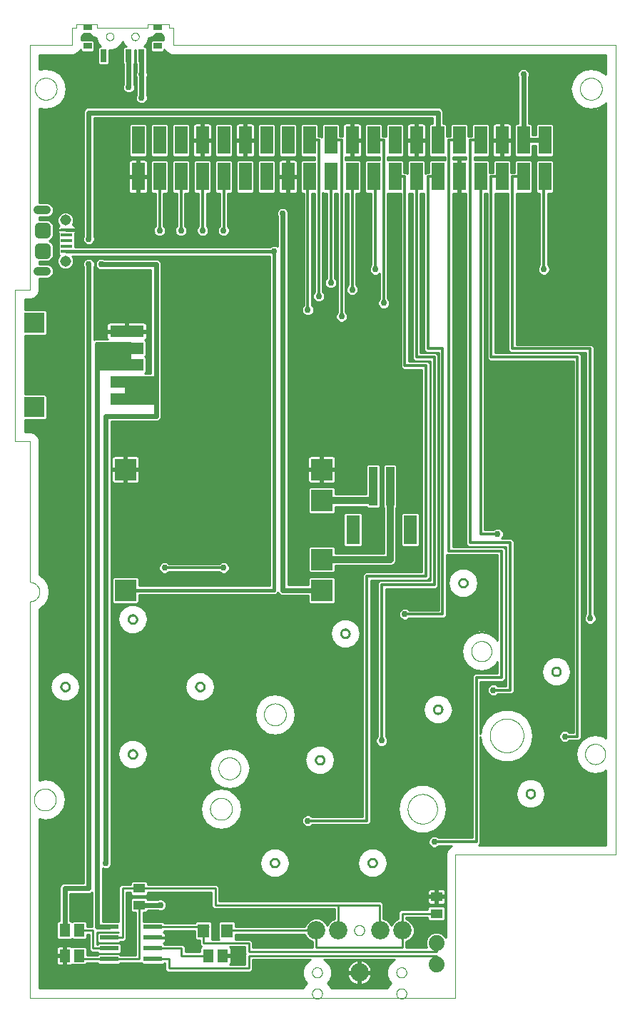
<source format=gbl>
G75*
%MOIN*%
%OFA0B0*%
%FSLAX25Y25*%
%IPPOS*%
%LPD*%
%AMOC8*
5,1,8,0,0,1.08239X$1,22.5*
%
%ADD10C,0.00000*%
%ADD11C,0.00039*%
%ADD12R,0.16535X0.13386*%
%ADD13R,0.15748X0.13386*%
%ADD14R,0.06000X0.13000*%
%ADD15R,0.10000X0.10000*%
%ADD16C,0.01000*%
%ADD17R,0.03937X0.03150*%
%ADD18R,0.02756X0.05906*%
%ADD19R,0.08661X0.02362*%
%ADD20R,0.05118X0.05906*%
%ADD21R,0.15748X0.05512*%
%ADD22R,0.09449X0.09449*%
%ADD23C,0.07400*%
%ADD24R,0.03937X0.18110*%
%ADD25R,0.06299X0.13386*%
%ADD26C,0.03740*%
%ADD27R,0.05315X0.01575*%
%ADD28C,0.04000*%
%ADD29C,0.05150*%
%ADD30R,0.05512X0.06299*%
%ADD31R,0.05512X0.04331*%
%ADD32C,0.08600*%
%ADD33C,0.02978*%
%ADD34C,0.01600*%
%ADD35C,0.01200*%
%ADD36C,0.02400*%
%ADD37C,0.03200*%
D10*
X0029320Y0017142D02*
X0029320Y0202181D01*
X0029453Y0202183D01*
X0029586Y0202189D01*
X0029718Y0202199D01*
X0029851Y0202212D01*
X0029982Y0202230D01*
X0030114Y0202251D01*
X0030244Y0202276D01*
X0030374Y0202305D01*
X0030503Y0202338D01*
X0030630Y0202375D01*
X0030757Y0202415D01*
X0030883Y0202459D01*
X0031007Y0202507D01*
X0031129Y0202558D01*
X0031250Y0202613D01*
X0031370Y0202672D01*
X0031487Y0202733D01*
X0031603Y0202799D01*
X0031717Y0202867D01*
X0031829Y0202939D01*
X0031938Y0203015D01*
X0032046Y0203093D01*
X0032151Y0203175D01*
X0032253Y0203259D01*
X0032353Y0203347D01*
X0032451Y0203437D01*
X0032545Y0203531D01*
X0032637Y0203627D01*
X0032726Y0203726D01*
X0032812Y0203827D01*
X0032895Y0203931D01*
X0032975Y0204037D01*
X0033052Y0204145D01*
X0033126Y0204256D01*
X0033196Y0204369D01*
X0033263Y0204483D01*
X0033327Y0204600D01*
X0033387Y0204719D01*
X0033444Y0204839D01*
X0033497Y0204961D01*
X0033546Y0205084D01*
X0033592Y0205209D01*
X0033635Y0205335D01*
X0033673Y0205462D01*
X0033708Y0205591D01*
X0033739Y0205720D01*
X0033766Y0205850D01*
X0033789Y0205981D01*
X0033809Y0206112D01*
X0033824Y0206245D01*
X0033836Y0206377D01*
X0033844Y0206510D01*
X0033848Y0206643D01*
X0033848Y0206775D01*
X0033844Y0206908D01*
X0033836Y0207041D01*
X0033824Y0207173D01*
X0033809Y0207306D01*
X0033789Y0207437D01*
X0033766Y0207568D01*
X0033739Y0207698D01*
X0033708Y0207827D01*
X0033673Y0207956D01*
X0033635Y0208083D01*
X0033592Y0208209D01*
X0033546Y0208334D01*
X0033497Y0208457D01*
X0033444Y0208579D01*
X0033387Y0208699D01*
X0033327Y0208818D01*
X0033263Y0208935D01*
X0033196Y0209049D01*
X0033126Y0209162D01*
X0033052Y0209273D01*
X0032975Y0209381D01*
X0032895Y0209487D01*
X0032812Y0209591D01*
X0032726Y0209692D01*
X0032637Y0209791D01*
X0032545Y0209887D01*
X0032451Y0209981D01*
X0032353Y0210071D01*
X0032253Y0210159D01*
X0032151Y0210243D01*
X0032046Y0210325D01*
X0031938Y0210403D01*
X0031829Y0210479D01*
X0031717Y0210551D01*
X0031603Y0210619D01*
X0031487Y0210685D01*
X0031370Y0210746D01*
X0031250Y0210805D01*
X0031129Y0210860D01*
X0031007Y0210911D01*
X0030883Y0210959D01*
X0030757Y0211003D01*
X0030630Y0211043D01*
X0030503Y0211080D01*
X0030374Y0211113D01*
X0030244Y0211142D01*
X0030114Y0211167D01*
X0029982Y0211188D01*
X0029851Y0211206D01*
X0029718Y0211219D01*
X0029586Y0211229D01*
X0029453Y0211235D01*
X0029320Y0211237D01*
X0029320Y0211236D02*
X0029320Y0276984D01*
X0022430Y0276984D01*
X0022430Y0347850D01*
X0029320Y0347850D01*
X0029320Y0462024D01*
X0049005Y0462024D01*
X0049005Y0469898D01*
X0050974Y0469898D01*
X0050974Y0471866D01*
X0060816Y0471866D01*
X0060816Y0469898D01*
X0084438Y0469898D01*
X0084438Y0471866D01*
X0094281Y0471866D01*
X0094281Y0469898D01*
X0096249Y0469898D01*
X0096249Y0462024D01*
X0302942Y0462024D01*
X0302942Y0083874D01*
X0228139Y0083874D01*
X0228139Y0017142D01*
X0029320Y0017142D01*
X0075383Y0130921D02*
X0075385Y0131009D01*
X0075391Y0131097D01*
X0075401Y0131185D01*
X0075415Y0131273D01*
X0075432Y0131359D01*
X0075454Y0131445D01*
X0075479Y0131529D01*
X0075509Y0131613D01*
X0075541Y0131695D01*
X0075578Y0131775D01*
X0075618Y0131854D01*
X0075662Y0131931D01*
X0075709Y0132006D01*
X0075759Y0132078D01*
X0075813Y0132149D01*
X0075869Y0132216D01*
X0075929Y0132282D01*
X0075991Y0132344D01*
X0076057Y0132404D01*
X0076124Y0132460D01*
X0076195Y0132514D01*
X0076267Y0132564D01*
X0076342Y0132611D01*
X0076419Y0132655D01*
X0076498Y0132695D01*
X0076578Y0132732D01*
X0076660Y0132764D01*
X0076744Y0132794D01*
X0076828Y0132819D01*
X0076914Y0132841D01*
X0077000Y0132858D01*
X0077088Y0132872D01*
X0077176Y0132882D01*
X0077264Y0132888D01*
X0077352Y0132890D01*
X0077440Y0132888D01*
X0077528Y0132882D01*
X0077616Y0132872D01*
X0077704Y0132858D01*
X0077790Y0132841D01*
X0077876Y0132819D01*
X0077960Y0132794D01*
X0078044Y0132764D01*
X0078126Y0132732D01*
X0078206Y0132695D01*
X0078285Y0132655D01*
X0078362Y0132611D01*
X0078437Y0132564D01*
X0078509Y0132514D01*
X0078580Y0132460D01*
X0078647Y0132404D01*
X0078713Y0132344D01*
X0078775Y0132282D01*
X0078835Y0132216D01*
X0078891Y0132149D01*
X0078945Y0132078D01*
X0078995Y0132006D01*
X0079042Y0131931D01*
X0079086Y0131854D01*
X0079126Y0131775D01*
X0079163Y0131695D01*
X0079195Y0131613D01*
X0079225Y0131529D01*
X0079250Y0131445D01*
X0079272Y0131359D01*
X0079289Y0131273D01*
X0079303Y0131185D01*
X0079313Y0131097D01*
X0079319Y0131009D01*
X0079321Y0130921D01*
X0079319Y0130833D01*
X0079313Y0130745D01*
X0079303Y0130657D01*
X0079289Y0130569D01*
X0079272Y0130483D01*
X0079250Y0130397D01*
X0079225Y0130313D01*
X0079195Y0130229D01*
X0079163Y0130147D01*
X0079126Y0130067D01*
X0079086Y0129988D01*
X0079042Y0129911D01*
X0078995Y0129836D01*
X0078945Y0129764D01*
X0078891Y0129693D01*
X0078835Y0129626D01*
X0078775Y0129560D01*
X0078713Y0129498D01*
X0078647Y0129438D01*
X0078580Y0129382D01*
X0078509Y0129328D01*
X0078437Y0129278D01*
X0078362Y0129231D01*
X0078285Y0129187D01*
X0078206Y0129147D01*
X0078126Y0129110D01*
X0078044Y0129078D01*
X0077960Y0129048D01*
X0077876Y0129023D01*
X0077790Y0129001D01*
X0077704Y0128984D01*
X0077616Y0128970D01*
X0077528Y0128960D01*
X0077440Y0128954D01*
X0077352Y0128952D01*
X0077264Y0128954D01*
X0077176Y0128960D01*
X0077088Y0128970D01*
X0077000Y0128984D01*
X0076914Y0129001D01*
X0076828Y0129023D01*
X0076744Y0129048D01*
X0076660Y0129078D01*
X0076578Y0129110D01*
X0076498Y0129147D01*
X0076419Y0129187D01*
X0076342Y0129231D01*
X0076267Y0129278D01*
X0076195Y0129328D01*
X0076124Y0129382D01*
X0076057Y0129438D01*
X0075991Y0129498D01*
X0075929Y0129560D01*
X0075869Y0129626D01*
X0075813Y0129693D01*
X0075759Y0129764D01*
X0075709Y0129836D01*
X0075662Y0129911D01*
X0075618Y0129988D01*
X0075578Y0130067D01*
X0075541Y0130147D01*
X0075509Y0130229D01*
X0075479Y0130313D01*
X0075454Y0130397D01*
X0075432Y0130483D01*
X0075415Y0130569D01*
X0075401Y0130657D01*
X0075391Y0130745D01*
X0075385Y0130833D01*
X0075383Y0130921D01*
X0043887Y0162417D02*
X0043889Y0162505D01*
X0043895Y0162593D01*
X0043905Y0162681D01*
X0043919Y0162769D01*
X0043936Y0162855D01*
X0043958Y0162941D01*
X0043983Y0163025D01*
X0044013Y0163109D01*
X0044045Y0163191D01*
X0044082Y0163271D01*
X0044122Y0163350D01*
X0044166Y0163427D01*
X0044213Y0163502D01*
X0044263Y0163574D01*
X0044317Y0163645D01*
X0044373Y0163712D01*
X0044433Y0163778D01*
X0044495Y0163840D01*
X0044561Y0163900D01*
X0044628Y0163956D01*
X0044699Y0164010D01*
X0044771Y0164060D01*
X0044846Y0164107D01*
X0044923Y0164151D01*
X0045002Y0164191D01*
X0045082Y0164228D01*
X0045164Y0164260D01*
X0045248Y0164290D01*
X0045332Y0164315D01*
X0045418Y0164337D01*
X0045504Y0164354D01*
X0045592Y0164368D01*
X0045680Y0164378D01*
X0045768Y0164384D01*
X0045856Y0164386D01*
X0045944Y0164384D01*
X0046032Y0164378D01*
X0046120Y0164368D01*
X0046208Y0164354D01*
X0046294Y0164337D01*
X0046380Y0164315D01*
X0046464Y0164290D01*
X0046548Y0164260D01*
X0046630Y0164228D01*
X0046710Y0164191D01*
X0046789Y0164151D01*
X0046866Y0164107D01*
X0046941Y0164060D01*
X0047013Y0164010D01*
X0047084Y0163956D01*
X0047151Y0163900D01*
X0047217Y0163840D01*
X0047279Y0163778D01*
X0047339Y0163712D01*
X0047395Y0163645D01*
X0047449Y0163574D01*
X0047499Y0163502D01*
X0047546Y0163427D01*
X0047590Y0163350D01*
X0047630Y0163271D01*
X0047667Y0163191D01*
X0047699Y0163109D01*
X0047729Y0163025D01*
X0047754Y0162941D01*
X0047776Y0162855D01*
X0047793Y0162769D01*
X0047807Y0162681D01*
X0047817Y0162593D01*
X0047823Y0162505D01*
X0047825Y0162417D01*
X0047823Y0162329D01*
X0047817Y0162241D01*
X0047807Y0162153D01*
X0047793Y0162065D01*
X0047776Y0161979D01*
X0047754Y0161893D01*
X0047729Y0161809D01*
X0047699Y0161725D01*
X0047667Y0161643D01*
X0047630Y0161563D01*
X0047590Y0161484D01*
X0047546Y0161407D01*
X0047499Y0161332D01*
X0047449Y0161260D01*
X0047395Y0161189D01*
X0047339Y0161122D01*
X0047279Y0161056D01*
X0047217Y0160994D01*
X0047151Y0160934D01*
X0047084Y0160878D01*
X0047013Y0160824D01*
X0046941Y0160774D01*
X0046866Y0160727D01*
X0046789Y0160683D01*
X0046710Y0160643D01*
X0046630Y0160606D01*
X0046548Y0160574D01*
X0046464Y0160544D01*
X0046380Y0160519D01*
X0046294Y0160497D01*
X0046208Y0160480D01*
X0046120Y0160466D01*
X0046032Y0160456D01*
X0045944Y0160450D01*
X0045856Y0160448D01*
X0045768Y0160450D01*
X0045680Y0160456D01*
X0045592Y0160466D01*
X0045504Y0160480D01*
X0045418Y0160497D01*
X0045332Y0160519D01*
X0045248Y0160544D01*
X0045164Y0160574D01*
X0045082Y0160606D01*
X0045002Y0160643D01*
X0044923Y0160683D01*
X0044846Y0160727D01*
X0044771Y0160774D01*
X0044699Y0160824D01*
X0044628Y0160878D01*
X0044561Y0160934D01*
X0044495Y0160994D01*
X0044433Y0161056D01*
X0044373Y0161122D01*
X0044317Y0161189D01*
X0044263Y0161260D01*
X0044213Y0161332D01*
X0044166Y0161407D01*
X0044122Y0161484D01*
X0044082Y0161563D01*
X0044045Y0161643D01*
X0044013Y0161725D01*
X0043983Y0161809D01*
X0043958Y0161893D01*
X0043936Y0161979D01*
X0043919Y0162065D01*
X0043905Y0162153D01*
X0043895Y0162241D01*
X0043889Y0162329D01*
X0043887Y0162417D01*
X0075383Y0193913D02*
X0075385Y0194001D01*
X0075391Y0194089D01*
X0075401Y0194177D01*
X0075415Y0194265D01*
X0075432Y0194351D01*
X0075454Y0194437D01*
X0075479Y0194521D01*
X0075509Y0194605D01*
X0075541Y0194687D01*
X0075578Y0194767D01*
X0075618Y0194846D01*
X0075662Y0194923D01*
X0075709Y0194998D01*
X0075759Y0195070D01*
X0075813Y0195141D01*
X0075869Y0195208D01*
X0075929Y0195274D01*
X0075991Y0195336D01*
X0076057Y0195396D01*
X0076124Y0195452D01*
X0076195Y0195506D01*
X0076267Y0195556D01*
X0076342Y0195603D01*
X0076419Y0195647D01*
X0076498Y0195687D01*
X0076578Y0195724D01*
X0076660Y0195756D01*
X0076744Y0195786D01*
X0076828Y0195811D01*
X0076914Y0195833D01*
X0077000Y0195850D01*
X0077088Y0195864D01*
X0077176Y0195874D01*
X0077264Y0195880D01*
X0077352Y0195882D01*
X0077440Y0195880D01*
X0077528Y0195874D01*
X0077616Y0195864D01*
X0077704Y0195850D01*
X0077790Y0195833D01*
X0077876Y0195811D01*
X0077960Y0195786D01*
X0078044Y0195756D01*
X0078126Y0195724D01*
X0078206Y0195687D01*
X0078285Y0195647D01*
X0078362Y0195603D01*
X0078437Y0195556D01*
X0078509Y0195506D01*
X0078580Y0195452D01*
X0078647Y0195396D01*
X0078713Y0195336D01*
X0078775Y0195274D01*
X0078835Y0195208D01*
X0078891Y0195141D01*
X0078945Y0195070D01*
X0078995Y0194998D01*
X0079042Y0194923D01*
X0079086Y0194846D01*
X0079126Y0194767D01*
X0079163Y0194687D01*
X0079195Y0194605D01*
X0079225Y0194521D01*
X0079250Y0194437D01*
X0079272Y0194351D01*
X0079289Y0194265D01*
X0079303Y0194177D01*
X0079313Y0194089D01*
X0079319Y0194001D01*
X0079321Y0193913D01*
X0079319Y0193825D01*
X0079313Y0193737D01*
X0079303Y0193649D01*
X0079289Y0193561D01*
X0079272Y0193475D01*
X0079250Y0193389D01*
X0079225Y0193305D01*
X0079195Y0193221D01*
X0079163Y0193139D01*
X0079126Y0193059D01*
X0079086Y0192980D01*
X0079042Y0192903D01*
X0078995Y0192828D01*
X0078945Y0192756D01*
X0078891Y0192685D01*
X0078835Y0192618D01*
X0078775Y0192552D01*
X0078713Y0192490D01*
X0078647Y0192430D01*
X0078580Y0192374D01*
X0078509Y0192320D01*
X0078437Y0192270D01*
X0078362Y0192223D01*
X0078285Y0192179D01*
X0078206Y0192139D01*
X0078126Y0192102D01*
X0078044Y0192070D01*
X0077960Y0192040D01*
X0077876Y0192015D01*
X0077790Y0191993D01*
X0077704Y0191976D01*
X0077616Y0191962D01*
X0077528Y0191952D01*
X0077440Y0191946D01*
X0077352Y0191944D01*
X0077264Y0191946D01*
X0077176Y0191952D01*
X0077088Y0191962D01*
X0077000Y0191976D01*
X0076914Y0191993D01*
X0076828Y0192015D01*
X0076744Y0192040D01*
X0076660Y0192070D01*
X0076578Y0192102D01*
X0076498Y0192139D01*
X0076419Y0192179D01*
X0076342Y0192223D01*
X0076267Y0192270D01*
X0076195Y0192320D01*
X0076124Y0192374D01*
X0076057Y0192430D01*
X0075991Y0192490D01*
X0075929Y0192552D01*
X0075869Y0192618D01*
X0075813Y0192685D01*
X0075759Y0192756D01*
X0075709Y0192828D01*
X0075662Y0192903D01*
X0075618Y0192980D01*
X0075578Y0193059D01*
X0075541Y0193139D01*
X0075509Y0193221D01*
X0075479Y0193305D01*
X0075454Y0193389D01*
X0075432Y0193475D01*
X0075415Y0193561D01*
X0075401Y0193649D01*
X0075391Y0193737D01*
X0075385Y0193825D01*
X0075383Y0193913D01*
X0106879Y0162417D02*
X0106881Y0162505D01*
X0106887Y0162593D01*
X0106897Y0162681D01*
X0106911Y0162769D01*
X0106928Y0162855D01*
X0106950Y0162941D01*
X0106975Y0163025D01*
X0107005Y0163109D01*
X0107037Y0163191D01*
X0107074Y0163271D01*
X0107114Y0163350D01*
X0107158Y0163427D01*
X0107205Y0163502D01*
X0107255Y0163574D01*
X0107309Y0163645D01*
X0107365Y0163712D01*
X0107425Y0163778D01*
X0107487Y0163840D01*
X0107553Y0163900D01*
X0107620Y0163956D01*
X0107691Y0164010D01*
X0107763Y0164060D01*
X0107838Y0164107D01*
X0107915Y0164151D01*
X0107994Y0164191D01*
X0108074Y0164228D01*
X0108156Y0164260D01*
X0108240Y0164290D01*
X0108324Y0164315D01*
X0108410Y0164337D01*
X0108496Y0164354D01*
X0108584Y0164368D01*
X0108672Y0164378D01*
X0108760Y0164384D01*
X0108848Y0164386D01*
X0108936Y0164384D01*
X0109024Y0164378D01*
X0109112Y0164368D01*
X0109200Y0164354D01*
X0109286Y0164337D01*
X0109372Y0164315D01*
X0109456Y0164290D01*
X0109540Y0164260D01*
X0109622Y0164228D01*
X0109702Y0164191D01*
X0109781Y0164151D01*
X0109858Y0164107D01*
X0109933Y0164060D01*
X0110005Y0164010D01*
X0110076Y0163956D01*
X0110143Y0163900D01*
X0110209Y0163840D01*
X0110271Y0163778D01*
X0110331Y0163712D01*
X0110387Y0163645D01*
X0110441Y0163574D01*
X0110491Y0163502D01*
X0110538Y0163427D01*
X0110582Y0163350D01*
X0110622Y0163271D01*
X0110659Y0163191D01*
X0110691Y0163109D01*
X0110721Y0163025D01*
X0110746Y0162941D01*
X0110768Y0162855D01*
X0110785Y0162769D01*
X0110799Y0162681D01*
X0110809Y0162593D01*
X0110815Y0162505D01*
X0110817Y0162417D01*
X0110815Y0162329D01*
X0110809Y0162241D01*
X0110799Y0162153D01*
X0110785Y0162065D01*
X0110768Y0161979D01*
X0110746Y0161893D01*
X0110721Y0161809D01*
X0110691Y0161725D01*
X0110659Y0161643D01*
X0110622Y0161563D01*
X0110582Y0161484D01*
X0110538Y0161407D01*
X0110491Y0161332D01*
X0110441Y0161260D01*
X0110387Y0161189D01*
X0110331Y0161122D01*
X0110271Y0161056D01*
X0110209Y0160994D01*
X0110143Y0160934D01*
X0110076Y0160878D01*
X0110005Y0160824D01*
X0109933Y0160774D01*
X0109858Y0160727D01*
X0109781Y0160683D01*
X0109702Y0160643D01*
X0109622Y0160606D01*
X0109540Y0160574D01*
X0109456Y0160544D01*
X0109372Y0160519D01*
X0109286Y0160497D01*
X0109200Y0160480D01*
X0109112Y0160466D01*
X0109024Y0160456D01*
X0108936Y0160450D01*
X0108848Y0160448D01*
X0108760Y0160450D01*
X0108672Y0160456D01*
X0108584Y0160466D01*
X0108496Y0160480D01*
X0108410Y0160497D01*
X0108324Y0160519D01*
X0108240Y0160544D01*
X0108156Y0160574D01*
X0108074Y0160606D01*
X0107994Y0160643D01*
X0107915Y0160683D01*
X0107838Y0160727D01*
X0107763Y0160774D01*
X0107691Y0160824D01*
X0107620Y0160878D01*
X0107553Y0160934D01*
X0107487Y0160994D01*
X0107425Y0161056D01*
X0107365Y0161122D01*
X0107309Y0161189D01*
X0107255Y0161260D01*
X0107205Y0161332D01*
X0107158Y0161407D01*
X0107114Y0161484D01*
X0107074Y0161563D01*
X0107037Y0161643D01*
X0107005Y0161725D01*
X0106975Y0161809D01*
X0106950Y0161893D01*
X0106928Y0161979D01*
X0106911Y0162065D01*
X0106897Y0162153D01*
X0106887Y0162241D01*
X0106881Y0162329D01*
X0106879Y0162417D01*
X0141741Y0080173D02*
X0141743Y0080261D01*
X0141749Y0080349D01*
X0141759Y0080437D01*
X0141773Y0080525D01*
X0141790Y0080611D01*
X0141812Y0080697D01*
X0141837Y0080781D01*
X0141867Y0080865D01*
X0141899Y0080947D01*
X0141936Y0081027D01*
X0141976Y0081106D01*
X0142020Y0081183D01*
X0142067Y0081258D01*
X0142117Y0081330D01*
X0142171Y0081401D01*
X0142227Y0081468D01*
X0142287Y0081534D01*
X0142349Y0081596D01*
X0142415Y0081656D01*
X0142482Y0081712D01*
X0142553Y0081766D01*
X0142625Y0081816D01*
X0142700Y0081863D01*
X0142777Y0081907D01*
X0142856Y0081947D01*
X0142936Y0081984D01*
X0143018Y0082016D01*
X0143102Y0082046D01*
X0143186Y0082071D01*
X0143272Y0082093D01*
X0143358Y0082110D01*
X0143446Y0082124D01*
X0143534Y0082134D01*
X0143622Y0082140D01*
X0143710Y0082142D01*
X0143798Y0082140D01*
X0143886Y0082134D01*
X0143974Y0082124D01*
X0144062Y0082110D01*
X0144148Y0082093D01*
X0144234Y0082071D01*
X0144318Y0082046D01*
X0144402Y0082016D01*
X0144484Y0081984D01*
X0144564Y0081947D01*
X0144643Y0081907D01*
X0144720Y0081863D01*
X0144795Y0081816D01*
X0144867Y0081766D01*
X0144938Y0081712D01*
X0145005Y0081656D01*
X0145071Y0081596D01*
X0145133Y0081534D01*
X0145193Y0081468D01*
X0145249Y0081401D01*
X0145303Y0081330D01*
X0145353Y0081258D01*
X0145400Y0081183D01*
X0145444Y0081106D01*
X0145484Y0081027D01*
X0145521Y0080947D01*
X0145553Y0080865D01*
X0145583Y0080781D01*
X0145608Y0080697D01*
X0145630Y0080611D01*
X0145647Y0080525D01*
X0145661Y0080437D01*
X0145671Y0080349D01*
X0145677Y0080261D01*
X0145679Y0080173D01*
X0145677Y0080085D01*
X0145671Y0079997D01*
X0145661Y0079909D01*
X0145647Y0079821D01*
X0145630Y0079735D01*
X0145608Y0079649D01*
X0145583Y0079565D01*
X0145553Y0079481D01*
X0145521Y0079399D01*
X0145484Y0079319D01*
X0145444Y0079240D01*
X0145400Y0079163D01*
X0145353Y0079088D01*
X0145303Y0079016D01*
X0145249Y0078945D01*
X0145193Y0078878D01*
X0145133Y0078812D01*
X0145071Y0078750D01*
X0145005Y0078690D01*
X0144938Y0078634D01*
X0144867Y0078580D01*
X0144795Y0078530D01*
X0144720Y0078483D01*
X0144643Y0078439D01*
X0144564Y0078399D01*
X0144484Y0078362D01*
X0144402Y0078330D01*
X0144318Y0078300D01*
X0144234Y0078275D01*
X0144148Y0078253D01*
X0144062Y0078236D01*
X0143974Y0078222D01*
X0143886Y0078212D01*
X0143798Y0078206D01*
X0143710Y0078204D01*
X0143622Y0078206D01*
X0143534Y0078212D01*
X0143446Y0078222D01*
X0143358Y0078236D01*
X0143272Y0078253D01*
X0143186Y0078275D01*
X0143102Y0078300D01*
X0143018Y0078330D01*
X0142936Y0078362D01*
X0142856Y0078399D01*
X0142777Y0078439D01*
X0142700Y0078483D01*
X0142625Y0078530D01*
X0142553Y0078580D01*
X0142482Y0078634D01*
X0142415Y0078690D01*
X0142349Y0078750D01*
X0142287Y0078812D01*
X0142227Y0078878D01*
X0142171Y0078945D01*
X0142117Y0079016D01*
X0142067Y0079088D01*
X0142020Y0079163D01*
X0141976Y0079240D01*
X0141936Y0079319D01*
X0141899Y0079399D01*
X0141867Y0079481D01*
X0141837Y0079565D01*
X0141812Y0079649D01*
X0141790Y0079735D01*
X0141773Y0079821D01*
X0141759Y0079909D01*
X0141749Y0079997D01*
X0141743Y0080085D01*
X0141741Y0080173D01*
X0162863Y0128205D02*
X0162865Y0128293D01*
X0162871Y0128381D01*
X0162881Y0128469D01*
X0162895Y0128557D01*
X0162912Y0128643D01*
X0162934Y0128729D01*
X0162959Y0128813D01*
X0162989Y0128897D01*
X0163021Y0128979D01*
X0163058Y0129059D01*
X0163098Y0129138D01*
X0163142Y0129215D01*
X0163189Y0129290D01*
X0163239Y0129362D01*
X0163293Y0129433D01*
X0163349Y0129500D01*
X0163409Y0129566D01*
X0163471Y0129628D01*
X0163537Y0129688D01*
X0163604Y0129744D01*
X0163675Y0129798D01*
X0163747Y0129848D01*
X0163822Y0129895D01*
X0163899Y0129939D01*
X0163978Y0129979D01*
X0164058Y0130016D01*
X0164140Y0130048D01*
X0164224Y0130078D01*
X0164308Y0130103D01*
X0164394Y0130125D01*
X0164480Y0130142D01*
X0164568Y0130156D01*
X0164656Y0130166D01*
X0164744Y0130172D01*
X0164832Y0130174D01*
X0164920Y0130172D01*
X0165008Y0130166D01*
X0165096Y0130156D01*
X0165184Y0130142D01*
X0165270Y0130125D01*
X0165356Y0130103D01*
X0165440Y0130078D01*
X0165524Y0130048D01*
X0165606Y0130016D01*
X0165686Y0129979D01*
X0165765Y0129939D01*
X0165842Y0129895D01*
X0165917Y0129848D01*
X0165989Y0129798D01*
X0166060Y0129744D01*
X0166127Y0129688D01*
X0166193Y0129628D01*
X0166255Y0129566D01*
X0166315Y0129500D01*
X0166371Y0129433D01*
X0166425Y0129362D01*
X0166475Y0129290D01*
X0166522Y0129215D01*
X0166566Y0129138D01*
X0166606Y0129059D01*
X0166643Y0128979D01*
X0166675Y0128897D01*
X0166705Y0128813D01*
X0166730Y0128729D01*
X0166752Y0128643D01*
X0166769Y0128557D01*
X0166783Y0128469D01*
X0166793Y0128381D01*
X0166799Y0128293D01*
X0166801Y0128205D01*
X0166799Y0128117D01*
X0166793Y0128029D01*
X0166783Y0127941D01*
X0166769Y0127853D01*
X0166752Y0127767D01*
X0166730Y0127681D01*
X0166705Y0127597D01*
X0166675Y0127513D01*
X0166643Y0127431D01*
X0166606Y0127351D01*
X0166566Y0127272D01*
X0166522Y0127195D01*
X0166475Y0127120D01*
X0166425Y0127048D01*
X0166371Y0126977D01*
X0166315Y0126910D01*
X0166255Y0126844D01*
X0166193Y0126782D01*
X0166127Y0126722D01*
X0166060Y0126666D01*
X0165989Y0126612D01*
X0165917Y0126562D01*
X0165842Y0126515D01*
X0165765Y0126471D01*
X0165686Y0126431D01*
X0165606Y0126394D01*
X0165524Y0126362D01*
X0165440Y0126332D01*
X0165356Y0126307D01*
X0165270Y0126285D01*
X0165184Y0126268D01*
X0165096Y0126254D01*
X0165008Y0126244D01*
X0164920Y0126238D01*
X0164832Y0126236D01*
X0164744Y0126238D01*
X0164656Y0126244D01*
X0164568Y0126254D01*
X0164480Y0126268D01*
X0164394Y0126285D01*
X0164308Y0126307D01*
X0164224Y0126332D01*
X0164140Y0126362D01*
X0164058Y0126394D01*
X0163978Y0126431D01*
X0163899Y0126471D01*
X0163822Y0126515D01*
X0163747Y0126562D01*
X0163675Y0126612D01*
X0163604Y0126666D01*
X0163537Y0126722D01*
X0163471Y0126782D01*
X0163409Y0126844D01*
X0163349Y0126910D01*
X0163293Y0126977D01*
X0163239Y0127048D01*
X0163189Y0127120D01*
X0163142Y0127195D01*
X0163098Y0127272D01*
X0163058Y0127351D01*
X0163021Y0127431D01*
X0162989Y0127513D01*
X0162959Y0127597D01*
X0162934Y0127681D01*
X0162912Y0127767D01*
X0162895Y0127853D01*
X0162881Y0127941D01*
X0162871Y0128029D01*
X0162865Y0128117D01*
X0162863Y0128205D01*
X0187410Y0080173D02*
X0187412Y0080261D01*
X0187418Y0080349D01*
X0187428Y0080437D01*
X0187442Y0080525D01*
X0187459Y0080611D01*
X0187481Y0080697D01*
X0187506Y0080781D01*
X0187536Y0080865D01*
X0187568Y0080947D01*
X0187605Y0081027D01*
X0187645Y0081106D01*
X0187689Y0081183D01*
X0187736Y0081258D01*
X0187786Y0081330D01*
X0187840Y0081401D01*
X0187896Y0081468D01*
X0187956Y0081534D01*
X0188018Y0081596D01*
X0188084Y0081656D01*
X0188151Y0081712D01*
X0188222Y0081766D01*
X0188294Y0081816D01*
X0188369Y0081863D01*
X0188446Y0081907D01*
X0188525Y0081947D01*
X0188605Y0081984D01*
X0188687Y0082016D01*
X0188771Y0082046D01*
X0188855Y0082071D01*
X0188941Y0082093D01*
X0189027Y0082110D01*
X0189115Y0082124D01*
X0189203Y0082134D01*
X0189291Y0082140D01*
X0189379Y0082142D01*
X0189467Y0082140D01*
X0189555Y0082134D01*
X0189643Y0082124D01*
X0189731Y0082110D01*
X0189817Y0082093D01*
X0189903Y0082071D01*
X0189987Y0082046D01*
X0190071Y0082016D01*
X0190153Y0081984D01*
X0190233Y0081947D01*
X0190312Y0081907D01*
X0190389Y0081863D01*
X0190464Y0081816D01*
X0190536Y0081766D01*
X0190607Y0081712D01*
X0190674Y0081656D01*
X0190740Y0081596D01*
X0190802Y0081534D01*
X0190862Y0081468D01*
X0190918Y0081401D01*
X0190972Y0081330D01*
X0191022Y0081258D01*
X0191069Y0081183D01*
X0191113Y0081106D01*
X0191153Y0081027D01*
X0191190Y0080947D01*
X0191222Y0080865D01*
X0191252Y0080781D01*
X0191277Y0080697D01*
X0191299Y0080611D01*
X0191316Y0080525D01*
X0191330Y0080437D01*
X0191340Y0080349D01*
X0191346Y0080261D01*
X0191348Y0080173D01*
X0191346Y0080085D01*
X0191340Y0079997D01*
X0191330Y0079909D01*
X0191316Y0079821D01*
X0191299Y0079735D01*
X0191277Y0079649D01*
X0191252Y0079565D01*
X0191222Y0079481D01*
X0191190Y0079399D01*
X0191153Y0079319D01*
X0191113Y0079240D01*
X0191069Y0079163D01*
X0191022Y0079088D01*
X0190972Y0079016D01*
X0190918Y0078945D01*
X0190862Y0078878D01*
X0190802Y0078812D01*
X0190740Y0078750D01*
X0190674Y0078690D01*
X0190607Y0078634D01*
X0190536Y0078580D01*
X0190464Y0078530D01*
X0190389Y0078483D01*
X0190312Y0078439D01*
X0190233Y0078399D01*
X0190153Y0078362D01*
X0190071Y0078330D01*
X0189987Y0078300D01*
X0189903Y0078275D01*
X0189817Y0078253D01*
X0189731Y0078236D01*
X0189643Y0078222D01*
X0189555Y0078212D01*
X0189467Y0078206D01*
X0189379Y0078204D01*
X0189291Y0078206D01*
X0189203Y0078212D01*
X0189115Y0078222D01*
X0189027Y0078236D01*
X0188941Y0078253D01*
X0188855Y0078275D01*
X0188771Y0078300D01*
X0188687Y0078330D01*
X0188605Y0078362D01*
X0188525Y0078399D01*
X0188446Y0078439D01*
X0188369Y0078483D01*
X0188294Y0078530D01*
X0188222Y0078580D01*
X0188151Y0078634D01*
X0188084Y0078690D01*
X0188018Y0078750D01*
X0187956Y0078812D01*
X0187896Y0078878D01*
X0187840Y0078945D01*
X0187786Y0079016D01*
X0187736Y0079088D01*
X0187689Y0079163D01*
X0187645Y0079240D01*
X0187605Y0079319D01*
X0187568Y0079399D01*
X0187536Y0079481D01*
X0187506Y0079565D01*
X0187481Y0079649D01*
X0187459Y0079735D01*
X0187442Y0079821D01*
X0187428Y0079909D01*
X0187418Y0079997D01*
X0187412Y0080085D01*
X0187410Y0080173D01*
X0180895Y0048638D02*
X0180897Y0048735D01*
X0180903Y0048832D01*
X0180913Y0048928D01*
X0180927Y0049024D01*
X0180945Y0049120D01*
X0180966Y0049214D01*
X0180992Y0049308D01*
X0181021Y0049400D01*
X0181055Y0049491D01*
X0181091Y0049581D01*
X0181132Y0049669D01*
X0181176Y0049755D01*
X0181224Y0049840D01*
X0181275Y0049922D01*
X0181329Y0050003D01*
X0181387Y0050081D01*
X0181448Y0050156D01*
X0181511Y0050229D01*
X0181578Y0050300D01*
X0181648Y0050367D01*
X0181720Y0050432D01*
X0181795Y0050493D01*
X0181873Y0050552D01*
X0181952Y0050607D01*
X0182034Y0050659D01*
X0182118Y0050707D01*
X0182204Y0050752D01*
X0182292Y0050794D01*
X0182381Y0050832D01*
X0182472Y0050866D01*
X0182564Y0050896D01*
X0182657Y0050923D01*
X0182752Y0050945D01*
X0182847Y0050964D01*
X0182943Y0050979D01*
X0183039Y0050990D01*
X0183136Y0050997D01*
X0183233Y0051000D01*
X0183330Y0050999D01*
X0183427Y0050994D01*
X0183523Y0050985D01*
X0183619Y0050972D01*
X0183715Y0050955D01*
X0183810Y0050934D01*
X0183903Y0050910D01*
X0183996Y0050881D01*
X0184088Y0050849D01*
X0184178Y0050813D01*
X0184266Y0050774D01*
X0184353Y0050730D01*
X0184438Y0050684D01*
X0184521Y0050633D01*
X0184602Y0050580D01*
X0184680Y0050523D01*
X0184757Y0050463D01*
X0184830Y0050400D01*
X0184901Y0050334D01*
X0184969Y0050265D01*
X0185035Y0050193D01*
X0185097Y0050119D01*
X0185156Y0050042D01*
X0185212Y0049963D01*
X0185265Y0049881D01*
X0185315Y0049798D01*
X0185360Y0049712D01*
X0185403Y0049625D01*
X0185442Y0049536D01*
X0185477Y0049446D01*
X0185508Y0049354D01*
X0185535Y0049261D01*
X0185559Y0049167D01*
X0185579Y0049072D01*
X0185595Y0048976D01*
X0185607Y0048880D01*
X0185615Y0048783D01*
X0185619Y0048686D01*
X0185619Y0048590D01*
X0185615Y0048493D01*
X0185607Y0048396D01*
X0185595Y0048300D01*
X0185579Y0048204D01*
X0185559Y0048109D01*
X0185535Y0048015D01*
X0185508Y0047922D01*
X0185477Y0047830D01*
X0185442Y0047740D01*
X0185403Y0047651D01*
X0185360Y0047564D01*
X0185315Y0047478D01*
X0185265Y0047395D01*
X0185212Y0047313D01*
X0185156Y0047234D01*
X0185097Y0047157D01*
X0185035Y0047083D01*
X0184969Y0047011D01*
X0184901Y0046942D01*
X0184830Y0046876D01*
X0184757Y0046813D01*
X0184680Y0046753D01*
X0184602Y0046696D01*
X0184521Y0046643D01*
X0184438Y0046592D01*
X0184353Y0046546D01*
X0184266Y0046502D01*
X0184178Y0046463D01*
X0184088Y0046427D01*
X0183996Y0046395D01*
X0183903Y0046366D01*
X0183810Y0046342D01*
X0183715Y0046321D01*
X0183619Y0046304D01*
X0183523Y0046291D01*
X0183427Y0046282D01*
X0183330Y0046277D01*
X0183233Y0046276D01*
X0183136Y0046279D01*
X0183039Y0046286D01*
X0182943Y0046297D01*
X0182847Y0046312D01*
X0182752Y0046331D01*
X0182657Y0046353D01*
X0182564Y0046380D01*
X0182472Y0046410D01*
X0182381Y0046444D01*
X0182292Y0046482D01*
X0182204Y0046524D01*
X0182118Y0046569D01*
X0182034Y0046617D01*
X0181952Y0046669D01*
X0181873Y0046724D01*
X0181795Y0046783D01*
X0181720Y0046844D01*
X0181648Y0046909D01*
X0181578Y0046976D01*
X0181511Y0047047D01*
X0181448Y0047120D01*
X0181387Y0047195D01*
X0181329Y0047273D01*
X0181275Y0047354D01*
X0181224Y0047436D01*
X0181176Y0047521D01*
X0181132Y0047607D01*
X0181091Y0047695D01*
X0181055Y0047785D01*
X0181021Y0047876D01*
X0180992Y0047968D01*
X0180966Y0048062D01*
X0180945Y0048156D01*
X0180927Y0048252D01*
X0180913Y0048348D01*
X0180903Y0048444D01*
X0180897Y0048541D01*
X0180895Y0048638D01*
X0161210Y0028953D02*
X0161212Y0029050D01*
X0161218Y0029147D01*
X0161228Y0029243D01*
X0161242Y0029339D01*
X0161260Y0029435D01*
X0161281Y0029529D01*
X0161307Y0029623D01*
X0161336Y0029715D01*
X0161370Y0029806D01*
X0161406Y0029896D01*
X0161447Y0029984D01*
X0161491Y0030070D01*
X0161539Y0030155D01*
X0161590Y0030237D01*
X0161644Y0030318D01*
X0161702Y0030396D01*
X0161763Y0030471D01*
X0161826Y0030544D01*
X0161893Y0030615D01*
X0161963Y0030682D01*
X0162035Y0030747D01*
X0162110Y0030808D01*
X0162188Y0030867D01*
X0162267Y0030922D01*
X0162349Y0030974D01*
X0162433Y0031022D01*
X0162519Y0031067D01*
X0162607Y0031109D01*
X0162696Y0031147D01*
X0162787Y0031181D01*
X0162879Y0031211D01*
X0162972Y0031238D01*
X0163067Y0031260D01*
X0163162Y0031279D01*
X0163258Y0031294D01*
X0163354Y0031305D01*
X0163451Y0031312D01*
X0163548Y0031315D01*
X0163645Y0031314D01*
X0163742Y0031309D01*
X0163838Y0031300D01*
X0163934Y0031287D01*
X0164030Y0031270D01*
X0164125Y0031249D01*
X0164218Y0031225D01*
X0164311Y0031196D01*
X0164403Y0031164D01*
X0164493Y0031128D01*
X0164581Y0031089D01*
X0164668Y0031045D01*
X0164753Y0030999D01*
X0164836Y0030948D01*
X0164917Y0030895D01*
X0164995Y0030838D01*
X0165072Y0030778D01*
X0165145Y0030715D01*
X0165216Y0030649D01*
X0165284Y0030580D01*
X0165350Y0030508D01*
X0165412Y0030434D01*
X0165471Y0030357D01*
X0165527Y0030278D01*
X0165580Y0030196D01*
X0165630Y0030113D01*
X0165675Y0030027D01*
X0165718Y0029940D01*
X0165757Y0029851D01*
X0165792Y0029761D01*
X0165823Y0029669D01*
X0165850Y0029576D01*
X0165874Y0029482D01*
X0165894Y0029387D01*
X0165910Y0029291D01*
X0165922Y0029195D01*
X0165930Y0029098D01*
X0165934Y0029001D01*
X0165934Y0028905D01*
X0165930Y0028808D01*
X0165922Y0028711D01*
X0165910Y0028615D01*
X0165894Y0028519D01*
X0165874Y0028424D01*
X0165850Y0028330D01*
X0165823Y0028237D01*
X0165792Y0028145D01*
X0165757Y0028055D01*
X0165718Y0027966D01*
X0165675Y0027879D01*
X0165630Y0027793D01*
X0165580Y0027710D01*
X0165527Y0027628D01*
X0165471Y0027549D01*
X0165412Y0027472D01*
X0165350Y0027398D01*
X0165284Y0027326D01*
X0165216Y0027257D01*
X0165145Y0027191D01*
X0165072Y0027128D01*
X0164995Y0027068D01*
X0164917Y0027011D01*
X0164836Y0026958D01*
X0164753Y0026907D01*
X0164668Y0026861D01*
X0164581Y0026817D01*
X0164493Y0026778D01*
X0164403Y0026742D01*
X0164311Y0026710D01*
X0164218Y0026681D01*
X0164125Y0026657D01*
X0164030Y0026636D01*
X0163934Y0026619D01*
X0163838Y0026606D01*
X0163742Y0026597D01*
X0163645Y0026592D01*
X0163548Y0026591D01*
X0163451Y0026594D01*
X0163354Y0026601D01*
X0163258Y0026612D01*
X0163162Y0026627D01*
X0163067Y0026646D01*
X0162972Y0026668D01*
X0162879Y0026695D01*
X0162787Y0026725D01*
X0162696Y0026759D01*
X0162607Y0026797D01*
X0162519Y0026839D01*
X0162433Y0026884D01*
X0162349Y0026932D01*
X0162267Y0026984D01*
X0162188Y0027039D01*
X0162110Y0027098D01*
X0162035Y0027159D01*
X0161963Y0027224D01*
X0161893Y0027291D01*
X0161826Y0027362D01*
X0161763Y0027435D01*
X0161702Y0027510D01*
X0161644Y0027588D01*
X0161590Y0027669D01*
X0161539Y0027751D01*
X0161491Y0027836D01*
X0161447Y0027922D01*
X0161406Y0028010D01*
X0161370Y0028100D01*
X0161336Y0028191D01*
X0161307Y0028283D01*
X0161281Y0028377D01*
X0161260Y0028471D01*
X0161242Y0028567D01*
X0161228Y0028663D01*
X0161218Y0028759D01*
X0161212Y0028856D01*
X0161210Y0028953D01*
X0161210Y0019110D02*
X0161212Y0019207D01*
X0161218Y0019304D01*
X0161228Y0019400D01*
X0161242Y0019496D01*
X0161260Y0019592D01*
X0161281Y0019686D01*
X0161307Y0019780D01*
X0161336Y0019872D01*
X0161370Y0019963D01*
X0161406Y0020053D01*
X0161447Y0020141D01*
X0161491Y0020227D01*
X0161539Y0020312D01*
X0161590Y0020394D01*
X0161644Y0020475D01*
X0161702Y0020553D01*
X0161763Y0020628D01*
X0161826Y0020701D01*
X0161893Y0020772D01*
X0161963Y0020839D01*
X0162035Y0020904D01*
X0162110Y0020965D01*
X0162188Y0021024D01*
X0162267Y0021079D01*
X0162349Y0021131D01*
X0162433Y0021179D01*
X0162519Y0021224D01*
X0162607Y0021266D01*
X0162696Y0021304D01*
X0162787Y0021338D01*
X0162879Y0021368D01*
X0162972Y0021395D01*
X0163067Y0021417D01*
X0163162Y0021436D01*
X0163258Y0021451D01*
X0163354Y0021462D01*
X0163451Y0021469D01*
X0163548Y0021472D01*
X0163645Y0021471D01*
X0163742Y0021466D01*
X0163838Y0021457D01*
X0163934Y0021444D01*
X0164030Y0021427D01*
X0164125Y0021406D01*
X0164218Y0021382D01*
X0164311Y0021353D01*
X0164403Y0021321D01*
X0164493Y0021285D01*
X0164581Y0021246D01*
X0164668Y0021202D01*
X0164753Y0021156D01*
X0164836Y0021105D01*
X0164917Y0021052D01*
X0164995Y0020995D01*
X0165072Y0020935D01*
X0165145Y0020872D01*
X0165216Y0020806D01*
X0165284Y0020737D01*
X0165350Y0020665D01*
X0165412Y0020591D01*
X0165471Y0020514D01*
X0165527Y0020435D01*
X0165580Y0020353D01*
X0165630Y0020270D01*
X0165675Y0020184D01*
X0165718Y0020097D01*
X0165757Y0020008D01*
X0165792Y0019918D01*
X0165823Y0019826D01*
X0165850Y0019733D01*
X0165874Y0019639D01*
X0165894Y0019544D01*
X0165910Y0019448D01*
X0165922Y0019352D01*
X0165930Y0019255D01*
X0165934Y0019158D01*
X0165934Y0019062D01*
X0165930Y0018965D01*
X0165922Y0018868D01*
X0165910Y0018772D01*
X0165894Y0018676D01*
X0165874Y0018581D01*
X0165850Y0018487D01*
X0165823Y0018394D01*
X0165792Y0018302D01*
X0165757Y0018212D01*
X0165718Y0018123D01*
X0165675Y0018036D01*
X0165630Y0017950D01*
X0165580Y0017867D01*
X0165527Y0017785D01*
X0165471Y0017706D01*
X0165412Y0017629D01*
X0165350Y0017555D01*
X0165284Y0017483D01*
X0165216Y0017414D01*
X0165145Y0017348D01*
X0165072Y0017285D01*
X0164995Y0017225D01*
X0164917Y0017168D01*
X0164836Y0017115D01*
X0164753Y0017064D01*
X0164668Y0017018D01*
X0164581Y0016974D01*
X0164493Y0016935D01*
X0164403Y0016899D01*
X0164311Y0016867D01*
X0164218Y0016838D01*
X0164125Y0016814D01*
X0164030Y0016793D01*
X0163934Y0016776D01*
X0163838Y0016763D01*
X0163742Y0016754D01*
X0163645Y0016749D01*
X0163548Y0016748D01*
X0163451Y0016751D01*
X0163354Y0016758D01*
X0163258Y0016769D01*
X0163162Y0016784D01*
X0163067Y0016803D01*
X0162972Y0016825D01*
X0162879Y0016852D01*
X0162787Y0016882D01*
X0162696Y0016916D01*
X0162607Y0016954D01*
X0162519Y0016996D01*
X0162433Y0017041D01*
X0162349Y0017089D01*
X0162267Y0017141D01*
X0162188Y0017196D01*
X0162110Y0017255D01*
X0162035Y0017316D01*
X0161963Y0017381D01*
X0161893Y0017448D01*
X0161826Y0017519D01*
X0161763Y0017592D01*
X0161702Y0017667D01*
X0161644Y0017745D01*
X0161590Y0017826D01*
X0161539Y0017908D01*
X0161491Y0017993D01*
X0161447Y0018079D01*
X0161406Y0018167D01*
X0161370Y0018257D01*
X0161336Y0018348D01*
X0161307Y0018440D01*
X0161281Y0018534D01*
X0161260Y0018628D01*
X0161242Y0018724D01*
X0161228Y0018820D01*
X0161218Y0018916D01*
X0161212Y0019013D01*
X0161210Y0019110D01*
X0200580Y0019110D02*
X0200582Y0019207D01*
X0200588Y0019304D01*
X0200598Y0019400D01*
X0200612Y0019496D01*
X0200630Y0019592D01*
X0200651Y0019686D01*
X0200677Y0019780D01*
X0200706Y0019872D01*
X0200740Y0019963D01*
X0200776Y0020053D01*
X0200817Y0020141D01*
X0200861Y0020227D01*
X0200909Y0020312D01*
X0200960Y0020394D01*
X0201014Y0020475D01*
X0201072Y0020553D01*
X0201133Y0020628D01*
X0201196Y0020701D01*
X0201263Y0020772D01*
X0201333Y0020839D01*
X0201405Y0020904D01*
X0201480Y0020965D01*
X0201558Y0021024D01*
X0201637Y0021079D01*
X0201719Y0021131D01*
X0201803Y0021179D01*
X0201889Y0021224D01*
X0201977Y0021266D01*
X0202066Y0021304D01*
X0202157Y0021338D01*
X0202249Y0021368D01*
X0202342Y0021395D01*
X0202437Y0021417D01*
X0202532Y0021436D01*
X0202628Y0021451D01*
X0202724Y0021462D01*
X0202821Y0021469D01*
X0202918Y0021472D01*
X0203015Y0021471D01*
X0203112Y0021466D01*
X0203208Y0021457D01*
X0203304Y0021444D01*
X0203400Y0021427D01*
X0203495Y0021406D01*
X0203588Y0021382D01*
X0203681Y0021353D01*
X0203773Y0021321D01*
X0203863Y0021285D01*
X0203951Y0021246D01*
X0204038Y0021202D01*
X0204123Y0021156D01*
X0204206Y0021105D01*
X0204287Y0021052D01*
X0204365Y0020995D01*
X0204442Y0020935D01*
X0204515Y0020872D01*
X0204586Y0020806D01*
X0204654Y0020737D01*
X0204720Y0020665D01*
X0204782Y0020591D01*
X0204841Y0020514D01*
X0204897Y0020435D01*
X0204950Y0020353D01*
X0205000Y0020270D01*
X0205045Y0020184D01*
X0205088Y0020097D01*
X0205127Y0020008D01*
X0205162Y0019918D01*
X0205193Y0019826D01*
X0205220Y0019733D01*
X0205244Y0019639D01*
X0205264Y0019544D01*
X0205280Y0019448D01*
X0205292Y0019352D01*
X0205300Y0019255D01*
X0205304Y0019158D01*
X0205304Y0019062D01*
X0205300Y0018965D01*
X0205292Y0018868D01*
X0205280Y0018772D01*
X0205264Y0018676D01*
X0205244Y0018581D01*
X0205220Y0018487D01*
X0205193Y0018394D01*
X0205162Y0018302D01*
X0205127Y0018212D01*
X0205088Y0018123D01*
X0205045Y0018036D01*
X0205000Y0017950D01*
X0204950Y0017867D01*
X0204897Y0017785D01*
X0204841Y0017706D01*
X0204782Y0017629D01*
X0204720Y0017555D01*
X0204654Y0017483D01*
X0204586Y0017414D01*
X0204515Y0017348D01*
X0204442Y0017285D01*
X0204365Y0017225D01*
X0204287Y0017168D01*
X0204206Y0017115D01*
X0204123Y0017064D01*
X0204038Y0017018D01*
X0203951Y0016974D01*
X0203863Y0016935D01*
X0203773Y0016899D01*
X0203681Y0016867D01*
X0203588Y0016838D01*
X0203495Y0016814D01*
X0203400Y0016793D01*
X0203304Y0016776D01*
X0203208Y0016763D01*
X0203112Y0016754D01*
X0203015Y0016749D01*
X0202918Y0016748D01*
X0202821Y0016751D01*
X0202724Y0016758D01*
X0202628Y0016769D01*
X0202532Y0016784D01*
X0202437Y0016803D01*
X0202342Y0016825D01*
X0202249Y0016852D01*
X0202157Y0016882D01*
X0202066Y0016916D01*
X0201977Y0016954D01*
X0201889Y0016996D01*
X0201803Y0017041D01*
X0201719Y0017089D01*
X0201637Y0017141D01*
X0201558Y0017196D01*
X0201480Y0017255D01*
X0201405Y0017316D01*
X0201333Y0017381D01*
X0201263Y0017448D01*
X0201196Y0017519D01*
X0201133Y0017592D01*
X0201072Y0017667D01*
X0201014Y0017745D01*
X0200960Y0017826D01*
X0200909Y0017908D01*
X0200861Y0017993D01*
X0200817Y0018079D01*
X0200776Y0018167D01*
X0200740Y0018257D01*
X0200706Y0018348D01*
X0200677Y0018440D01*
X0200651Y0018534D01*
X0200630Y0018628D01*
X0200612Y0018724D01*
X0200598Y0018820D01*
X0200588Y0018916D01*
X0200582Y0019013D01*
X0200580Y0019110D01*
X0200580Y0028953D02*
X0200582Y0029050D01*
X0200588Y0029147D01*
X0200598Y0029243D01*
X0200612Y0029339D01*
X0200630Y0029435D01*
X0200651Y0029529D01*
X0200677Y0029623D01*
X0200706Y0029715D01*
X0200740Y0029806D01*
X0200776Y0029896D01*
X0200817Y0029984D01*
X0200861Y0030070D01*
X0200909Y0030155D01*
X0200960Y0030237D01*
X0201014Y0030318D01*
X0201072Y0030396D01*
X0201133Y0030471D01*
X0201196Y0030544D01*
X0201263Y0030615D01*
X0201333Y0030682D01*
X0201405Y0030747D01*
X0201480Y0030808D01*
X0201558Y0030867D01*
X0201637Y0030922D01*
X0201719Y0030974D01*
X0201803Y0031022D01*
X0201889Y0031067D01*
X0201977Y0031109D01*
X0202066Y0031147D01*
X0202157Y0031181D01*
X0202249Y0031211D01*
X0202342Y0031238D01*
X0202437Y0031260D01*
X0202532Y0031279D01*
X0202628Y0031294D01*
X0202724Y0031305D01*
X0202821Y0031312D01*
X0202918Y0031315D01*
X0203015Y0031314D01*
X0203112Y0031309D01*
X0203208Y0031300D01*
X0203304Y0031287D01*
X0203400Y0031270D01*
X0203495Y0031249D01*
X0203588Y0031225D01*
X0203681Y0031196D01*
X0203773Y0031164D01*
X0203863Y0031128D01*
X0203951Y0031089D01*
X0204038Y0031045D01*
X0204123Y0030999D01*
X0204206Y0030948D01*
X0204287Y0030895D01*
X0204365Y0030838D01*
X0204442Y0030778D01*
X0204515Y0030715D01*
X0204586Y0030649D01*
X0204654Y0030580D01*
X0204720Y0030508D01*
X0204782Y0030434D01*
X0204841Y0030357D01*
X0204897Y0030278D01*
X0204950Y0030196D01*
X0205000Y0030113D01*
X0205045Y0030027D01*
X0205088Y0029940D01*
X0205127Y0029851D01*
X0205162Y0029761D01*
X0205193Y0029669D01*
X0205220Y0029576D01*
X0205244Y0029482D01*
X0205264Y0029387D01*
X0205280Y0029291D01*
X0205292Y0029195D01*
X0205300Y0029098D01*
X0205304Y0029001D01*
X0205304Y0028905D01*
X0205300Y0028808D01*
X0205292Y0028711D01*
X0205280Y0028615D01*
X0205264Y0028519D01*
X0205244Y0028424D01*
X0205220Y0028330D01*
X0205193Y0028237D01*
X0205162Y0028145D01*
X0205127Y0028055D01*
X0205088Y0027966D01*
X0205045Y0027879D01*
X0205000Y0027793D01*
X0204950Y0027710D01*
X0204897Y0027628D01*
X0204841Y0027549D01*
X0204782Y0027472D01*
X0204720Y0027398D01*
X0204654Y0027326D01*
X0204586Y0027257D01*
X0204515Y0027191D01*
X0204442Y0027128D01*
X0204365Y0027068D01*
X0204287Y0027011D01*
X0204206Y0026958D01*
X0204123Y0026907D01*
X0204038Y0026861D01*
X0203951Y0026817D01*
X0203863Y0026778D01*
X0203773Y0026742D01*
X0203681Y0026710D01*
X0203588Y0026681D01*
X0203495Y0026657D01*
X0203400Y0026636D01*
X0203304Y0026619D01*
X0203208Y0026606D01*
X0203112Y0026597D01*
X0203015Y0026592D01*
X0202918Y0026591D01*
X0202821Y0026594D01*
X0202724Y0026601D01*
X0202628Y0026612D01*
X0202532Y0026627D01*
X0202437Y0026646D01*
X0202342Y0026668D01*
X0202249Y0026695D01*
X0202157Y0026725D01*
X0202066Y0026759D01*
X0201977Y0026797D01*
X0201889Y0026839D01*
X0201803Y0026884D01*
X0201719Y0026932D01*
X0201637Y0026984D01*
X0201558Y0027039D01*
X0201480Y0027098D01*
X0201405Y0027159D01*
X0201333Y0027224D01*
X0201263Y0027291D01*
X0201196Y0027362D01*
X0201133Y0027435D01*
X0201072Y0027510D01*
X0201014Y0027588D01*
X0200960Y0027669D01*
X0200909Y0027751D01*
X0200861Y0027836D01*
X0200817Y0027922D01*
X0200776Y0028010D01*
X0200740Y0028100D01*
X0200706Y0028191D01*
X0200677Y0028283D01*
X0200651Y0028377D01*
X0200630Y0028471D01*
X0200612Y0028567D01*
X0200598Y0028663D01*
X0200588Y0028759D01*
X0200582Y0028856D01*
X0200580Y0028953D01*
X0261288Y0112457D02*
X0261290Y0112545D01*
X0261296Y0112633D01*
X0261306Y0112721D01*
X0261320Y0112809D01*
X0261337Y0112895D01*
X0261359Y0112981D01*
X0261384Y0113065D01*
X0261414Y0113149D01*
X0261446Y0113231D01*
X0261483Y0113311D01*
X0261523Y0113390D01*
X0261567Y0113467D01*
X0261614Y0113542D01*
X0261664Y0113614D01*
X0261718Y0113685D01*
X0261774Y0113752D01*
X0261834Y0113818D01*
X0261896Y0113880D01*
X0261962Y0113940D01*
X0262029Y0113996D01*
X0262100Y0114050D01*
X0262172Y0114100D01*
X0262247Y0114147D01*
X0262324Y0114191D01*
X0262403Y0114231D01*
X0262483Y0114268D01*
X0262565Y0114300D01*
X0262649Y0114330D01*
X0262733Y0114355D01*
X0262819Y0114377D01*
X0262905Y0114394D01*
X0262993Y0114408D01*
X0263081Y0114418D01*
X0263169Y0114424D01*
X0263257Y0114426D01*
X0263345Y0114424D01*
X0263433Y0114418D01*
X0263521Y0114408D01*
X0263609Y0114394D01*
X0263695Y0114377D01*
X0263781Y0114355D01*
X0263865Y0114330D01*
X0263949Y0114300D01*
X0264031Y0114268D01*
X0264111Y0114231D01*
X0264190Y0114191D01*
X0264267Y0114147D01*
X0264342Y0114100D01*
X0264414Y0114050D01*
X0264485Y0113996D01*
X0264552Y0113940D01*
X0264618Y0113880D01*
X0264680Y0113818D01*
X0264740Y0113752D01*
X0264796Y0113685D01*
X0264850Y0113614D01*
X0264900Y0113542D01*
X0264947Y0113467D01*
X0264991Y0113390D01*
X0265031Y0113311D01*
X0265068Y0113231D01*
X0265100Y0113149D01*
X0265130Y0113065D01*
X0265155Y0112981D01*
X0265177Y0112895D01*
X0265194Y0112809D01*
X0265208Y0112721D01*
X0265218Y0112633D01*
X0265224Y0112545D01*
X0265226Y0112457D01*
X0265224Y0112369D01*
X0265218Y0112281D01*
X0265208Y0112193D01*
X0265194Y0112105D01*
X0265177Y0112019D01*
X0265155Y0111933D01*
X0265130Y0111849D01*
X0265100Y0111765D01*
X0265068Y0111683D01*
X0265031Y0111603D01*
X0264991Y0111524D01*
X0264947Y0111447D01*
X0264900Y0111372D01*
X0264850Y0111300D01*
X0264796Y0111229D01*
X0264740Y0111162D01*
X0264680Y0111096D01*
X0264618Y0111034D01*
X0264552Y0110974D01*
X0264485Y0110918D01*
X0264414Y0110864D01*
X0264342Y0110814D01*
X0264267Y0110767D01*
X0264190Y0110723D01*
X0264111Y0110683D01*
X0264031Y0110646D01*
X0263949Y0110614D01*
X0263865Y0110584D01*
X0263781Y0110559D01*
X0263695Y0110537D01*
X0263609Y0110520D01*
X0263521Y0110506D01*
X0263433Y0110496D01*
X0263345Y0110490D01*
X0263257Y0110488D01*
X0263169Y0110490D01*
X0263081Y0110496D01*
X0262993Y0110506D01*
X0262905Y0110520D01*
X0262819Y0110537D01*
X0262733Y0110559D01*
X0262649Y0110584D01*
X0262565Y0110614D01*
X0262483Y0110646D01*
X0262403Y0110683D01*
X0262324Y0110723D01*
X0262247Y0110767D01*
X0262172Y0110814D01*
X0262100Y0110864D01*
X0262029Y0110918D01*
X0261962Y0110974D01*
X0261896Y0111034D01*
X0261834Y0111096D01*
X0261774Y0111162D01*
X0261718Y0111229D01*
X0261664Y0111300D01*
X0261614Y0111372D01*
X0261567Y0111447D01*
X0261523Y0111524D01*
X0261483Y0111603D01*
X0261446Y0111683D01*
X0261414Y0111765D01*
X0261384Y0111849D01*
X0261359Y0111933D01*
X0261337Y0112019D01*
X0261320Y0112105D01*
X0261306Y0112193D01*
X0261296Y0112281D01*
X0261290Y0112369D01*
X0261288Y0112457D01*
X0273296Y0169504D02*
X0273298Y0169592D01*
X0273304Y0169680D01*
X0273314Y0169768D01*
X0273328Y0169856D01*
X0273345Y0169942D01*
X0273367Y0170028D01*
X0273392Y0170112D01*
X0273422Y0170196D01*
X0273454Y0170278D01*
X0273491Y0170358D01*
X0273531Y0170437D01*
X0273575Y0170514D01*
X0273622Y0170589D01*
X0273672Y0170661D01*
X0273726Y0170732D01*
X0273782Y0170799D01*
X0273842Y0170865D01*
X0273904Y0170927D01*
X0273970Y0170987D01*
X0274037Y0171043D01*
X0274108Y0171097D01*
X0274180Y0171147D01*
X0274255Y0171194D01*
X0274332Y0171238D01*
X0274411Y0171278D01*
X0274491Y0171315D01*
X0274573Y0171347D01*
X0274657Y0171377D01*
X0274741Y0171402D01*
X0274827Y0171424D01*
X0274913Y0171441D01*
X0275001Y0171455D01*
X0275089Y0171465D01*
X0275177Y0171471D01*
X0275265Y0171473D01*
X0275353Y0171471D01*
X0275441Y0171465D01*
X0275529Y0171455D01*
X0275617Y0171441D01*
X0275703Y0171424D01*
X0275789Y0171402D01*
X0275873Y0171377D01*
X0275957Y0171347D01*
X0276039Y0171315D01*
X0276119Y0171278D01*
X0276198Y0171238D01*
X0276275Y0171194D01*
X0276350Y0171147D01*
X0276422Y0171097D01*
X0276493Y0171043D01*
X0276560Y0170987D01*
X0276626Y0170927D01*
X0276688Y0170865D01*
X0276748Y0170799D01*
X0276804Y0170732D01*
X0276858Y0170661D01*
X0276908Y0170589D01*
X0276955Y0170514D01*
X0276999Y0170437D01*
X0277039Y0170358D01*
X0277076Y0170278D01*
X0277108Y0170196D01*
X0277138Y0170112D01*
X0277163Y0170028D01*
X0277185Y0169942D01*
X0277202Y0169856D01*
X0277216Y0169768D01*
X0277226Y0169680D01*
X0277232Y0169592D01*
X0277234Y0169504D01*
X0277232Y0169416D01*
X0277226Y0169328D01*
X0277216Y0169240D01*
X0277202Y0169152D01*
X0277185Y0169066D01*
X0277163Y0168980D01*
X0277138Y0168896D01*
X0277108Y0168812D01*
X0277076Y0168730D01*
X0277039Y0168650D01*
X0276999Y0168571D01*
X0276955Y0168494D01*
X0276908Y0168419D01*
X0276858Y0168347D01*
X0276804Y0168276D01*
X0276748Y0168209D01*
X0276688Y0168143D01*
X0276626Y0168081D01*
X0276560Y0168021D01*
X0276493Y0167965D01*
X0276422Y0167911D01*
X0276350Y0167861D01*
X0276275Y0167814D01*
X0276198Y0167770D01*
X0276119Y0167730D01*
X0276039Y0167693D01*
X0275957Y0167661D01*
X0275873Y0167631D01*
X0275789Y0167606D01*
X0275703Y0167584D01*
X0275617Y0167567D01*
X0275529Y0167553D01*
X0275441Y0167543D01*
X0275353Y0167537D01*
X0275265Y0167535D01*
X0275177Y0167537D01*
X0275089Y0167543D01*
X0275001Y0167553D01*
X0274913Y0167567D01*
X0274827Y0167584D01*
X0274741Y0167606D01*
X0274657Y0167631D01*
X0274573Y0167661D01*
X0274491Y0167693D01*
X0274411Y0167730D01*
X0274332Y0167770D01*
X0274255Y0167814D01*
X0274180Y0167861D01*
X0274108Y0167911D01*
X0274037Y0167965D01*
X0273970Y0168021D01*
X0273904Y0168081D01*
X0273842Y0168143D01*
X0273782Y0168209D01*
X0273726Y0168276D01*
X0273672Y0168347D01*
X0273622Y0168419D01*
X0273575Y0168494D01*
X0273531Y0168571D01*
X0273491Y0168650D01*
X0273454Y0168730D01*
X0273422Y0168812D01*
X0273392Y0168896D01*
X0273367Y0168980D01*
X0273345Y0169066D01*
X0273328Y0169152D01*
X0273314Y0169240D01*
X0273304Y0169328D01*
X0273298Y0169416D01*
X0273296Y0169504D01*
X0229792Y0210882D02*
X0229794Y0210970D01*
X0229800Y0211058D01*
X0229810Y0211146D01*
X0229824Y0211234D01*
X0229841Y0211320D01*
X0229863Y0211406D01*
X0229888Y0211490D01*
X0229918Y0211574D01*
X0229950Y0211656D01*
X0229987Y0211736D01*
X0230027Y0211815D01*
X0230071Y0211892D01*
X0230118Y0211967D01*
X0230168Y0212039D01*
X0230222Y0212110D01*
X0230278Y0212177D01*
X0230338Y0212243D01*
X0230400Y0212305D01*
X0230466Y0212365D01*
X0230533Y0212421D01*
X0230604Y0212475D01*
X0230676Y0212525D01*
X0230751Y0212572D01*
X0230828Y0212616D01*
X0230907Y0212656D01*
X0230987Y0212693D01*
X0231069Y0212725D01*
X0231153Y0212755D01*
X0231237Y0212780D01*
X0231323Y0212802D01*
X0231409Y0212819D01*
X0231497Y0212833D01*
X0231585Y0212843D01*
X0231673Y0212849D01*
X0231761Y0212851D01*
X0231849Y0212849D01*
X0231937Y0212843D01*
X0232025Y0212833D01*
X0232113Y0212819D01*
X0232199Y0212802D01*
X0232285Y0212780D01*
X0232369Y0212755D01*
X0232453Y0212725D01*
X0232535Y0212693D01*
X0232615Y0212656D01*
X0232694Y0212616D01*
X0232771Y0212572D01*
X0232846Y0212525D01*
X0232918Y0212475D01*
X0232989Y0212421D01*
X0233056Y0212365D01*
X0233122Y0212305D01*
X0233184Y0212243D01*
X0233244Y0212177D01*
X0233300Y0212110D01*
X0233354Y0212039D01*
X0233404Y0211967D01*
X0233451Y0211892D01*
X0233495Y0211815D01*
X0233535Y0211736D01*
X0233572Y0211656D01*
X0233604Y0211574D01*
X0233634Y0211490D01*
X0233659Y0211406D01*
X0233681Y0211320D01*
X0233698Y0211234D01*
X0233712Y0211146D01*
X0233722Y0211058D01*
X0233728Y0210970D01*
X0233730Y0210882D01*
X0233728Y0210794D01*
X0233722Y0210706D01*
X0233712Y0210618D01*
X0233698Y0210530D01*
X0233681Y0210444D01*
X0233659Y0210358D01*
X0233634Y0210274D01*
X0233604Y0210190D01*
X0233572Y0210108D01*
X0233535Y0210028D01*
X0233495Y0209949D01*
X0233451Y0209872D01*
X0233404Y0209797D01*
X0233354Y0209725D01*
X0233300Y0209654D01*
X0233244Y0209587D01*
X0233184Y0209521D01*
X0233122Y0209459D01*
X0233056Y0209399D01*
X0232989Y0209343D01*
X0232918Y0209289D01*
X0232846Y0209239D01*
X0232771Y0209192D01*
X0232694Y0209148D01*
X0232615Y0209108D01*
X0232535Y0209071D01*
X0232453Y0209039D01*
X0232369Y0209009D01*
X0232285Y0208984D01*
X0232199Y0208962D01*
X0232113Y0208945D01*
X0232025Y0208931D01*
X0231937Y0208921D01*
X0231849Y0208915D01*
X0231761Y0208913D01*
X0231673Y0208915D01*
X0231585Y0208921D01*
X0231497Y0208931D01*
X0231409Y0208945D01*
X0231323Y0208962D01*
X0231237Y0208984D01*
X0231153Y0209009D01*
X0231069Y0209039D01*
X0230987Y0209071D01*
X0230907Y0209108D01*
X0230828Y0209148D01*
X0230751Y0209192D01*
X0230676Y0209239D01*
X0230604Y0209289D01*
X0230533Y0209343D01*
X0230466Y0209399D01*
X0230400Y0209459D01*
X0230338Y0209521D01*
X0230278Y0209587D01*
X0230222Y0209654D01*
X0230168Y0209725D01*
X0230118Y0209797D01*
X0230071Y0209872D01*
X0230027Y0209949D01*
X0229987Y0210028D01*
X0229950Y0210108D01*
X0229918Y0210190D01*
X0229888Y0210274D01*
X0229863Y0210358D01*
X0229841Y0210444D01*
X0229824Y0210530D01*
X0229810Y0210618D01*
X0229800Y0210706D01*
X0229794Y0210794D01*
X0229792Y0210882D01*
X0217981Y0151827D02*
X0217983Y0151915D01*
X0217989Y0152003D01*
X0217999Y0152091D01*
X0218013Y0152179D01*
X0218030Y0152265D01*
X0218052Y0152351D01*
X0218077Y0152435D01*
X0218107Y0152519D01*
X0218139Y0152601D01*
X0218176Y0152681D01*
X0218216Y0152760D01*
X0218260Y0152837D01*
X0218307Y0152912D01*
X0218357Y0152984D01*
X0218411Y0153055D01*
X0218467Y0153122D01*
X0218527Y0153188D01*
X0218589Y0153250D01*
X0218655Y0153310D01*
X0218722Y0153366D01*
X0218793Y0153420D01*
X0218865Y0153470D01*
X0218940Y0153517D01*
X0219017Y0153561D01*
X0219096Y0153601D01*
X0219176Y0153638D01*
X0219258Y0153670D01*
X0219342Y0153700D01*
X0219426Y0153725D01*
X0219512Y0153747D01*
X0219598Y0153764D01*
X0219686Y0153778D01*
X0219774Y0153788D01*
X0219862Y0153794D01*
X0219950Y0153796D01*
X0220038Y0153794D01*
X0220126Y0153788D01*
X0220214Y0153778D01*
X0220302Y0153764D01*
X0220388Y0153747D01*
X0220474Y0153725D01*
X0220558Y0153700D01*
X0220642Y0153670D01*
X0220724Y0153638D01*
X0220804Y0153601D01*
X0220883Y0153561D01*
X0220960Y0153517D01*
X0221035Y0153470D01*
X0221107Y0153420D01*
X0221178Y0153366D01*
X0221245Y0153310D01*
X0221311Y0153250D01*
X0221373Y0153188D01*
X0221433Y0153122D01*
X0221489Y0153055D01*
X0221543Y0152984D01*
X0221593Y0152912D01*
X0221640Y0152837D01*
X0221684Y0152760D01*
X0221724Y0152681D01*
X0221761Y0152601D01*
X0221793Y0152519D01*
X0221823Y0152435D01*
X0221848Y0152351D01*
X0221870Y0152265D01*
X0221887Y0152179D01*
X0221901Y0152091D01*
X0221911Y0152003D01*
X0221917Y0151915D01*
X0221919Y0151827D01*
X0221917Y0151739D01*
X0221911Y0151651D01*
X0221901Y0151563D01*
X0221887Y0151475D01*
X0221870Y0151389D01*
X0221848Y0151303D01*
X0221823Y0151219D01*
X0221793Y0151135D01*
X0221761Y0151053D01*
X0221724Y0150973D01*
X0221684Y0150894D01*
X0221640Y0150817D01*
X0221593Y0150742D01*
X0221543Y0150670D01*
X0221489Y0150599D01*
X0221433Y0150532D01*
X0221373Y0150466D01*
X0221311Y0150404D01*
X0221245Y0150344D01*
X0221178Y0150288D01*
X0221107Y0150234D01*
X0221035Y0150184D01*
X0220960Y0150137D01*
X0220883Y0150093D01*
X0220804Y0150053D01*
X0220724Y0150016D01*
X0220642Y0149984D01*
X0220558Y0149954D01*
X0220474Y0149929D01*
X0220388Y0149907D01*
X0220302Y0149890D01*
X0220214Y0149876D01*
X0220126Y0149866D01*
X0220038Y0149860D01*
X0219950Y0149858D01*
X0219862Y0149860D01*
X0219774Y0149866D01*
X0219686Y0149876D01*
X0219598Y0149890D01*
X0219512Y0149907D01*
X0219426Y0149929D01*
X0219342Y0149954D01*
X0219258Y0149984D01*
X0219176Y0150016D01*
X0219096Y0150053D01*
X0219017Y0150093D01*
X0218940Y0150137D01*
X0218865Y0150184D01*
X0218793Y0150234D01*
X0218722Y0150288D01*
X0218655Y0150344D01*
X0218589Y0150404D01*
X0218527Y0150466D01*
X0218467Y0150532D01*
X0218411Y0150599D01*
X0218357Y0150670D01*
X0218307Y0150742D01*
X0218260Y0150817D01*
X0218216Y0150894D01*
X0218176Y0150973D01*
X0218139Y0151053D01*
X0218107Y0151135D01*
X0218077Y0151219D01*
X0218052Y0151303D01*
X0218030Y0151389D01*
X0218013Y0151475D01*
X0217999Y0151563D01*
X0217989Y0151651D01*
X0217983Y0151739D01*
X0217981Y0151827D01*
X0174674Y0187260D02*
X0174676Y0187348D01*
X0174682Y0187436D01*
X0174692Y0187524D01*
X0174706Y0187612D01*
X0174723Y0187698D01*
X0174745Y0187784D01*
X0174770Y0187868D01*
X0174800Y0187952D01*
X0174832Y0188034D01*
X0174869Y0188114D01*
X0174909Y0188193D01*
X0174953Y0188270D01*
X0175000Y0188345D01*
X0175050Y0188417D01*
X0175104Y0188488D01*
X0175160Y0188555D01*
X0175220Y0188621D01*
X0175282Y0188683D01*
X0175348Y0188743D01*
X0175415Y0188799D01*
X0175486Y0188853D01*
X0175558Y0188903D01*
X0175633Y0188950D01*
X0175710Y0188994D01*
X0175789Y0189034D01*
X0175869Y0189071D01*
X0175951Y0189103D01*
X0176035Y0189133D01*
X0176119Y0189158D01*
X0176205Y0189180D01*
X0176291Y0189197D01*
X0176379Y0189211D01*
X0176467Y0189221D01*
X0176555Y0189227D01*
X0176643Y0189229D01*
X0176731Y0189227D01*
X0176819Y0189221D01*
X0176907Y0189211D01*
X0176995Y0189197D01*
X0177081Y0189180D01*
X0177167Y0189158D01*
X0177251Y0189133D01*
X0177335Y0189103D01*
X0177417Y0189071D01*
X0177497Y0189034D01*
X0177576Y0188994D01*
X0177653Y0188950D01*
X0177728Y0188903D01*
X0177800Y0188853D01*
X0177871Y0188799D01*
X0177938Y0188743D01*
X0178004Y0188683D01*
X0178066Y0188621D01*
X0178126Y0188555D01*
X0178182Y0188488D01*
X0178236Y0188417D01*
X0178286Y0188345D01*
X0178333Y0188270D01*
X0178377Y0188193D01*
X0178417Y0188114D01*
X0178454Y0188034D01*
X0178486Y0187952D01*
X0178516Y0187868D01*
X0178541Y0187784D01*
X0178563Y0187698D01*
X0178580Y0187612D01*
X0178594Y0187524D01*
X0178604Y0187436D01*
X0178610Y0187348D01*
X0178612Y0187260D01*
X0178610Y0187172D01*
X0178604Y0187084D01*
X0178594Y0186996D01*
X0178580Y0186908D01*
X0178563Y0186822D01*
X0178541Y0186736D01*
X0178516Y0186652D01*
X0178486Y0186568D01*
X0178454Y0186486D01*
X0178417Y0186406D01*
X0178377Y0186327D01*
X0178333Y0186250D01*
X0178286Y0186175D01*
X0178236Y0186103D01*
X0178182Y0186032D01*
X0178126Y0185965D01*
X0178066Y0185899D01*
X0178004Y0185837D01*
X0177938Y0185777D01*
X0177871Y0185721D01*
X0177800Y0185667D01*
X0177728Y0185617D01*
X0177653Y0185570D01*
X0177576Y0185526D01*
X0177497Y0185486D01*
X0177417Y0185449D01*
X0177335Y0185417D01*
X0177251Y0185387D01*
X0177167Y0185362D01*
X0177081Y0185340D01*
X0176995Y0185323D01*
X0176907Y0185309D01*
X0176819Y0185299D01*
X0176731Y0185293D01*
X0176643Y0185291D01*
X0176555Y0185293D01*
X0176467Y0185299D01*
X0176379Y0185309D01*
X0176291Y0185323D01*
X0176205Y0185340D01*
X0176119Y0185362D01*
X0176035Y0185387D01*
X0175951Y0185417D01*
X0175869Y0185449D01*
X0175789Y0185486D01*
X0175710Y0185526D01*
X0175633Y0185570D01*
X0175558Y0185617D01*
X0175486Y0185667D01*
X0175415Y0185721D01*
X0175348Y0185777D01*
X0175282Y0185837D01*
X0175220Y0185899D01*
X0175160Y0185965D01*
X0175104Y0186032D01*
X0175050Y0186103D01*
X0175000Y0186175D01*
X0174953Y0186250D01*
X0174909Y0186327D01*
X0174869Y0186406D01*
X0174832Y0186486D01*
X0174800Y0186568D01*
X0174770Y0186652D01*
X0174745Y0186736D01*
X0174723Y0186822D01*
X0174706Y0186908D01*
X0174692Y0186996D01*
X0174682Y0187084D01*
X0174676Y0187172D01*
X0174674Y0187260D01*
X0076761Y0465961D02*
X0076763Y0466045D01*
X0076769Y0466128D01*
X0076779Y0466211D01*
X0076793Y0466294D01*
X0076810Y0466376D01*
X0076832Y0466457D01*
X0076857Y0466536D01*
X0076886Y0466615D01*
X0076919Y0466692D01*
X0076955Y0466767D01*
X0076995Y0466841D01*
X0077038Y0466913D01*
X0077085Y0466982D01*
X0077135Y0467049D01*
X0077188Y0467114D01*
X0077244Y0467176D01*
X0077302Y0467236D01*
X0077364Y0467293D01*
X0077428Y0467346D01*
X0077495Y0467397D01*
X0077564Y0467444D01*
X0077635Y0467489D01*
X0077708Y0467529D01*
X0077783Y0467566D01*
X0077860Y0467600D01*
X0077938Y0467630D01*
X0078017Y0467656D01*
X0078098Y0467679D01*
X0078180Y0467697D01*
X0078262Y0467712D01*
X0078345Y0467723D01*
X0078428Y0467730D01*
X0078512Y0467733D01*
X0078596Y0467732D01*
X0078679Y0467727D01*
X0078763Y0467718D01*
X0078845Y0467705D01*
X0078927Y0467689D01*
X0079008Y0467668D01*
X0079089Y0467644D01*
X0079167Y0467616D01*
X0079245Y0467584D01*
X0079321Y0467548D01*
X0079395Y0467509D01*
X0079467Y0467467D01*
X0079537Y0467421D01*
X0079605Y0467372D01*
X0079670Y0467320D01*
X0079733Y0467265D01*
X0079793Y0467207D01*
X0079851Y0467146D01*
X0079905Y0467082D01*
X0079957Y0467016D01*
X0080005Y0466948D01*
X0080050Y0466877D01*
X0080091Y0466804D01*
X0080130Y0466730D01*
X0080164Y0466654D01*
X0080195Y0466576D01*
X0080222Y0466497D01*
X0080246Y0466416D01*
X0080265Y0466335D01*
X0080281Y0466253D01*
X0080293Y0466170D01*
X0080301Y0466086D01*
X0080305Y0466003D01*
X0080305Y0465919D01*
X0080301Y0465836D01*
X0080293Y0465752D01*
X0080281Y0465669D01*
X0080265Y0465587D01*
X0080246Y0465506D01*
X0080222Y0465425D01*
X0080195Y0465346D01*
X0080164Y0465268D01*
X0080130Y0465192D01*
X0080091Y0465118D01*
X0080050Y0465045D01*
X0080005Y0464974D01*
X0079957Y0464906D01*
X0079905Y0464840D01*
X0079851Y0464776D01*
X0079793Y0464715D01*
X0079733Y0464657D01*
X0079670Y0464602D01*
X0079605Y0464550D01*
X0079537Y0464501D01*
X0079467Y0464455D01*
X0079395Y0464413D01*
X0079321Y0464374D01*
X0079245Y0464338D01*
X0079167Y0464306D01*
X0079089Y0464278D01*
X0079008Y0464254D01*
X0078927Y0464233D01*
X0078845Y0464217D01*
X0078763Y0464204D01*
X0078679Y0464195D01*
X0078596Y0464190D01*
X0078512Y0464189D01*
X0078428Y0464192D01*
X0078345Y0464199D01*
X0078262Y0464210D01*
X0078180Y0464225D01*
X0078098Y0464243D01*
X0078017Y0464266D01*
X0077938Y0464292D01*
X0077860Y0464322D01*
X0077783Y0464356D01*
X0077708Y0464393D01*
X0077635Y0464433D01*
X0077564Y0464478D01*
X0077495Y0464525D01*
X0077428Y0464576D01*
X0077364Y0464629D01*
X0077302Y0464686D01*
X0077244Y0464746D01*
X0077188Y0464808D01*
X0077135Y0464873D01*
X0077085Y0464940D01*
X0077038Y0465009D01*
X0076995Y0465081D01*
X0076955Y0465155D01*
X0076919Y0465230D01*
X0076886Y0465307D01*
X0076857Y0465386D01*
X0076832Y0465465D01*
X0076810Y0465546D01*
X0076793Y0465628D01*
X0076779Y0465711D01*
X0076769Y0465794D01*
X0076763Y0465877D01*
X0076761Y0465961D01*
X0064950Y0465961D02*
X0064952Y0466045D01*
X0064958Y0466128D01*
X0064968Y0466211D01*
X0064982Y0466294D01*
X0064999Y0466376D01*
X0065021Y0466457D01*
X0065046Y0466536D01*
X0065075Y0466615D01*
X0065108Y0466692D01*
X0065144Y0466767D01*
X0065184Y0466841D01*
X0065227Y0466913D01*
X0065274Y0466982D01*
X0065324Y0467049D01*
X0065377Y0467114D01*
X0065433Y0467176D01*
X0065491Y0467236D01*
X0065553Y0467293D01*
X0065617Y0467346D01*
X0065684Y0467397D01*
X0065753Y0467444D01*
X0065824Y0467489D01*
X0065897Y0467529D01*
X0065972Y0467566D01*
X0066049Y0467600D01*
X0066127Y0467630D01*
X0066206Y0467656D01*
X0066287Y0467679D01*
X0066369Y0467697D01*
X0066451Y0467712D01*
X0066534Y0467723D01*
X0066617Y0467730D01*
X0066701Y0467733D01*
X0066785Y0467732D01*
X0066868Y0467727D01*
X0066952Y0467718D01*
X0067034Y0467705D01*
X0067116Y0467689D01*
X0067197Y0467668D01*
X0067278Y0467644D01*
X0067356Y0467616D01*
X0067434Y0467584D01*
X0067510Y0467548D01*
X0067584Y0467509D01*
X0067656Y0467467D01*
X0067726Y0467421D01*
X0067794Y0467372D01*
X0067859Y0467320D01*
X0067922Y0467265D01*
X0067982Y0467207D01*
X0068040Y0467146D01*
X0068094Y0467082D01*
X0068146Y0467016D01*
X0068194Y0466948D01*
X0068239Y0466877D01*
X0068280Y0466804D01*
X0068319Y0466730D01*
X0068353Y0466654D01*
X0068384Y0466576D01*
X0068411Y0466497D01*
X0068435Y0466416D01*
X0068454Y0466335D01*
X0068470Y0466253D01*
X0068482Y0466170D01*
X0068490Y0466086D01*
X0068494Y0466003D01*
X0068494Y0465919D01*
X0068490Y0465836D01*
X0068482Y0465752D01*
X0068470Y0465669D01*
X0068454Y0465587D01*
X0068435Y0465506D01*
X0068411Y0465425D01*
X0068384Y0465346D01*
X0068353Y0465268D01*
X0068319Y0465192D01*
X0068280Y0465118D01*
X0068239Y0465045D01*
X0068194Y0464974D01*
X0068146Y0464906D01*
X0068094Y0464840D01*
X0068040Y0464776D01*
X0067982Y0464715D01*
X0067922Y0464657D01*
X0067859Y0464602D01*
X0067794Y0464550D01*
X0067726Y0464501D01*
X0067656Y0464455D01*
X0067584Y0464413D01*
X0067510Y0464374D01*
X0067434Y0464338D01*
X0067356Y0464306D01*
X0067278Y0464278D01*
X0067197Y0464254D01*
X0067116Y0464233D01*
X0067034Y0464217D01*
X0066952Y0464204D01*
X0066868Y0464195D01*
X0066785Y0464190D01*
X0066701Y0464189D01*
X0066617Y0464192D01*
X0066534Y0464199D01*
X0066451Y0464210D01*
X0066369Y0464225D01*
X0066287Y0464243D01*
X0066206Y0464266D01*
X0066127Y0464292D01*
X0066049Y0464322D01*
X0065972Y0464356D01*
X0065897Y0464393D01*
X0065824Y0464433D01*
X0065753Y0464478D01*
X0065684Y0464525D01*
X0065617Y0464576D01*
X0065553Y0464629D01*
X0065491Y0464686D01*
X0065433Y0464746D01*
X0065377Y0464808D01*
X0065324Y0464873D01*
X0065274Y0464940D01*
X0065227Y0465009D01*
X0065184Y0465081D01*
X0065144Y0465155D01*
X0065108Y0465230D01*
X0065075Y0465307D01*
X0065046Y0465386D01*
X0065021Y0465465D01*
X0064999Y0465546D01*
X0064982Y0465628D01*
X0064968Y0465711D01*
X0064958Y0465794D01*
X0064952Y0465877D01*
X0064950Y0465961D01*
D11*
X0031683Y0441551D02*
X0031685Y0441694D01*
X0031691Y0441837D01*
X0031701Y0441979D01*
X0031715Y0442121D01*
X0031733Y0442263D01*
X0031755Y0442405D01*
X0031780Y0442545D01*
X0031810Y0442685D01*
X0031844Y0442824D01*
X0031881Y0442962D01*
X0031923Y0443099D01*
X0031968Y0443234D01*
X0032017Y0443368D01*
X0032069Y0443501D01*
X0032125Y0443633D01*
X0032185Y0443762D01*
X0032249Y0443890D01*
X0032316Y0444017D01*
X0032387Y0444141D01*
X0032461Y0444263D01*
X0032538Y0444383D01*
X0032619Y0444501D01*
X0032703Y0444617D01*
X0032790Y0444730D01*
X0032880Y0444841D01*
X0032974Y0444949D01*
X0033070Y0445055D01*
X0033169Y0445157D01*
X0033272Y0445257D01*
X0033376Y0445354D01*
X0033484Y0445449D01*
X0033594Y0445540D01*
X0033707Y0445628D01*
X0033822Y0445712D01*
X0033939Y0445794D01*
X0034059Y0445872D01*
X0034180Y0445947D01*
X0034304Y0446019D01*
X0034430Y0446087D01*
X0034557Y0446151D01*
X0034687Y0446212D01*
X0034818Y0446269D01*
X0034950Y0446323D01*
X0035084Y0446372D01*
X0035219Y0446419D01*
X0035356Y0446461D01*
X0035494Y0446499D01*
X0035632Y0446534D01*
X0035772Y0446564D01*
X0035912Y0446591D01*
X0036053Y0446614D01*
X0036195Y0446633D01*
X0036337Y0446648D01*
X0036480Y0446659D01*
X0036622Y0446666D01*
X0036765Y0446669D01*
X0036908Y0446668D01*
X0037051Y0446663D01*
X0037194Y0446654D01*
X0037336Y0446641D01*
X0037478Y0446624D01*
X0037619Y0446603D01*
X0037760Y0446578D01*
X0037900Y0446550D01*
X0038039Y0446517D01*
X0038177Y0446480D01*
X0038314Y0446440D01*
X0038450Y0446396D01*
X0038585Y0446348D01*
X0038718Y0446296D01*
X0038850Y0446241D01*
X0038980Y0446182D01*
X0039109Y0446119D01*
X0039235Y0446053D01*
X0039360Y0445983D01*
X0039483Y0445910D01*
X0039603Y0445834D01*
X0039722Y0445754D01*
X0039838Y0445670D01*
X0039952Y0445584D01*
X0040063Y0445494D01*
X0040172Y0445402D01*
X0040278Y0445306D01*
X0040382Y0445208D01*
X0040483Y0445106D01*
X0040580Y0445002D01*
X0040675Y0444895D01*
X0040767Y0444786D01*
X0040856Y0444674D01*
X0040942Y0444559D01*
X0041024Y0444443D01*
X0041103Y0444323D01*
X0041179Y0444202D01*
X0041251Y0444079D01*
X0041320Y0443954D01*
X0041385Y0443827D01*
X0041447Y0443698D01*
X0041505Y0443567D01*
X0041560Y0443435D01*
X0041610Y0443301D01*
X0041657Y0443166D01*
X0041701Y0443030D01*
X0041740Y0442893D01*
X0041775Y0442754D01*
X0041807Y0442615D01*
X0041835Y0442475D01*
X0041859Y0442334D01*
X0041879Y0442192D01*
X0041895Y0442050D01*
X0041907Y0441908D01*
X0041915Y0441765D01*
X0041919Y0441622D01*
X0041919Y0441480D01*
X0041915Y0441337D01*
X0041907Y0441194D01*
X0041895Y0441052D01*
X0041879Y0440910D01*
X0041859Y0440768D01*
X0041835Y0440627D01*
X0041807Y0440487D01*
X0041775Y0440348D01*
X0041740Y0440209D01*
X0041701Y0440072D01*
X0041657Y0439936D01*
X0041610Y0439801D01*
X0041560Y0439667D01*
X0041505Y0439535D01*
X0041447Y0439404D01*
X0041385Y0439275D01*
X0041320Y0439148D01*
X0041251Y0439023D01*
X0041179Y0438900D01*
X0041103Y0438779D01*
X0041024Y0438659D01*
X0040942Y0438543D01*
X0040856Y0438428D01*
X0040767Y0438316D01*
X0040675Y0438207D01*
X0040580Y0438100D01*
X0040483Y0437996D01*
X0040382Y0437894D01*
X0040278Y0437796D01*
X0040172Y0437700D01*
X0040063Y0437608D01*
X0039952Y0437518D01*
X0039838Y0437432D01*
X0039722Y0437348D01*
X0039603Y0437268D01*
X0039483Y0437192D01*
X0039360Y0437119D01*
X0039235Y0437049D01*
X0039109Y0436983D01*
X0038980Y0436920D01*
X0038850Y0436861D01*
X0038718Y0436806D01*
X0038585Y0436754D01*
X0038450Y0436706D01*
X0038314Y0436662D01*
X0038177Y0436622D01*
X0038039Y0436585D01*
X0037900Y0436552D01*
X0037760Y0436524D01*
X0037619Y0436499D01*
X0037478Y0436478D01*
X0037336Y0436461D01*
X0037194Y0436448D01*
X0037051Y0436439D01*
X0036908Y0436434D01*
X0036765Y0436433D01*
X0036622Y0436436D01*
X0036480Y0436443D01*
X0036337Y0436454D01*
X0036195Y0436469D01*
X0036053Y0436488D01*
X0035912Y0436511D01*
X0035772Y0436538D01*
X0035632Y0436568D01*
X0035494Y0436603D01*
X0035356Y0436641D01*
X0035219Y0436683D01*
X0035084Y0436730D01*
X0034950Y0436779D01*
X0034818Y0436833D01*
X0034687Y0436890D01*
X0034557Y0436951D01*
X0034430Y0437015D01*
X0034304Y0437083D01*
X0034180Y0437155D01*
X0034059Y0437230D01*
X0033939Y0437308D01*
X0033822Y0437390D01*
X0033707Y0437474D01*
X0033594Y0437562D01*
X0033484Y0437653D01*
X0033376Y0437748D01*
X0033272Y0437845D01*
X0033169Y0437945D01*
X0033070Y0438047D01*
X0032974Y0438153D01*
X0032880Y0438261D01*
X0032790Y0438372D01*
X0032703Y0438485D01*
X0032619Y0438601D01*
X0032538Y0438719D01*
X0032461Y0438839D01*
X0032387Y0438961D01*
X0032316Y0439085D01*
X0032249Y0439212D01*
X0032185Y0439340D01*
X0032125Y0439469D01*
X0032069Y0439601D01*
X0032017Y0439734D01*
X0031968Y0439868D01*
X0031923Y0440003D01*
X0031881Y0440140D01*
X0031844Y0440278D01*
X0031810Y0440417D01*
X0031780Y0440557D01*
X0031755Y0440697D01*
X0031733Y0440839D01*
X0031715Y0440981D01*
X0031701Y0441123D01*
X0031691Y0441265D01*
X0031685Y0441408D01*
X0031683Y0441551D01*
X0138769Y0149425D02*
X0138771Y0149568D01*
X0138777Y0149711D01*
X0138787Y0149853D01*
X0138801Y0149995D01*
X0138819Y0150137D01*
X0138841Y0150279D01*
X0138866Y0150419D01*
X0138896Y0150559D01*
X0138930Y0150698D01*
X0138967Y0150836D01*
X0139009Y0150973D01*
X0139054Y0151108D01*
X0139103Y0151242D01*
X0139155Y0151375D01*
X0139211Y0151507D01*
X0139271Y0151636D01*
X0139335Y0151764D01*
X0139402Y0151891D01*
X0139473Y0152015D01*
X0139547Y0152137D01*
X0139624Y0152257D01*
X0139705Y0152375D01*
X0139789Y0152491D01*
X0139876Y0152604D01*
X0139966Y0152715D01*
X0140060Y0152823D01*
X0140156Y0152929D01*
X0140255Y0153031D01*
X0140358Y0153131D01*
X0140462Y0153228D01*
X0140570Y0153323D01*
X0140680Y0153414D01*
X0140793Y0153502D01*
X0140908Y0153586D01*
X0141025Y0153668D01*
X0141145Y0153746D01*
X0141266Y0153821D01*
X0141390Y0153893D01*
X0141516Y0153961D01*
X0141643Y0154025D01*
X0141773Y0154086D01*
X0141904Y0154143D01*
X0142036Y0154197D01*
X0142170Y0154246D01*
X0142305Y0154293D01*
X0142442Y0154335D01*
X0142580Y0154373D01*
X0142718Y0154408D01*
X0142858Y0154438D01*
X0142998Y0154465D01*
X0143139Y0154488D01*
X0143281Y0154507D01*
X0143423Y0154522D01*
X0143566Y0154533D01*
X0143708Y0154540D01*
X0143851Y0154543D01*
X0143994Y0154542D01*
X0144137Y0154537D01*
X0144280Y0154528D01*
X0144422Y0154515D01*
X0144564Y0154498D01*
X0144705Y0154477D01*
X0144846Y0154452D01*
X0144986Y0154424D01*
X0145125Y0154391D01*
X0145263Y0154354D01*
X0145400Y0154314D01*
X0145536Y0154270D01*
X0145671Y0154222D01*
X0145804Y0154170D01*
X0145936Y0154115D01*
X0146066Y0154056D01*
X0146195Y0153993D01*
X0146321Y0153927D01*
X0146446Y0153857D01*
X0146569Y0153784D01*
X0146689Y0153708D01*
X0146808Y0153628D01*
X0146924Y0153544D01*
X0147038Y0153458D01*
X0147149Y0153368D01*
X0147258Y0153276D01*
X0147364Y0153180D01*
X0147468Y0153082D01*
X0147569Y0152980D01*
X0147666Y0152876D01*
X0147761Y0152769D01*
X0147853Y0152660D01*
X0147942Y0152548D01*
X0148028Y0152433D01*
X0148110Y0152317D01*
X0148189Y0152197D01*
X0148265Y0152076D01*
X0148337Y0151953D01*
X0148406Y0151828D01*
X0148471Y0151701D01*
X0148533Y0151572D01*
X0148591Y0151441D01*
X0148646Y0151309D01*
X0148696Y0151175D01*
X0148743Y0151040D01*
X0148787Y0150904D01*
X0148826Y0150767D01*
X0148861Y0150628D01*
X0148893Y0150489D01*
X0148921Y0150349D01*
X0148945Y0150208D01*
X0148965Y0150066D01*
X0148981Y0149924D01*
X0148993Y0149782D01*
X0149001Y0149639D01*
X0149005Y0149496D01*
X0149005Y0149354D01*
X0149001Y0149211D01*
X0148993Y0149068D01*
X0148981Y0148926D01*
X0148965Y0148784D01*
X0148945Y0148642D01*
X0148921Y0148501D01*
X0148893Y0148361D01*
X0148861Y0148222D01*
X0148826Y0148083D01*
X0148787Y0147946D01*
X0148743Y0147810D01*
X0148696Y0147675D01*
X0148646Y0147541D01*
X0148591Y0147409D01*
X0148533Y0147278D01*
X0148471Y0147149D01*
X0148406Y0147022D01*
X0148337Y0146897D01*
X0148265Y0146774D01*
X0148189Y0146653D01*
X0148110Y0146533D01*
X0148028Y0146417D01*
X0147942Y0146302D01*
X0147853Y0146190D01*
X0147761Y0146081D01*
X0147666Y0145974D01*
X0147569Y0145870D01*
X0147468Y0145768D01*
X0147364Y0145670D01*
X0147258Y0145574D01*
X0147149Y0145482D01*
X0147038Y0145392D01*
X0146924Y0145306D01*
X0146808Y0145222D01*
X0146689Y0145142D01*
X0146569Y0145066D01*
X0146446Y0144993D01*
X0146321Y0144923D01*
X0146195Y0144857D01*
X0146066Y0144794D01*
X0145936Y0144735D01*
X0145804Y0144680D01*
X0145671Y0144628D01*
X0145536Y0144580D01*
X0145400Y0144536D01*
X0145263Y0144496D01*
X0145125Y0144459D01*
X0144986Y0144426D01*
X0144846Y0144398D01*
X0144705Y0144373D01*
X0144564Y0144352D01*
X0144422Y0144335D01*
X0144280Y0144322D01*
X0144137Y0144313D01*
X0143994Y0144308D01*
X0143851Y0144307D01*
X0143708Y0144310D01*
X0143566Y0144317D01*
X0143423Y0144328D01*
X0143281Y0144343D01*
X0143139Y0144362D01*
X0142998Y0144385D01*
X0142858Y0144412D01*
X0142718Y0144442D01*
X0142580Y0144477D01*
X0142442Y0144515D01*
X0142305Y0144557D01*
X0142170Y0144604D01*
X0142036Y0144653D01*
X0141904Y0144707D01*
X0141773Y0144764D01*
X0141643Y0144825D01*
X0141516Y0144889D01*
X0141390Y0144957D01*
X0141266Y0145029D01*
X0141145Y0145104D01*
X0141025Y0145182D01*
X0140908Y0145264D01*
X0140793Y0145348D01*
X0140680Y0145436D01*
X0140570Y0145527D01*
X0140462Y0145622D01*
X0140358Y0145719D01*
X0140255Y0145819D01*
X0140156Y0145921D01*
X0140060Y0146027D01*
X0139966Y0146135D01*
X0139876Y0146246D01*
X0139789Y0146359D01*
X0139705Y0146475D01*
X0139624Y0146593D01*
X0139547Y0146713D01*
X0139473Y0146835D01*
X0139402Y0146959D01*
X0139335Y0147086D01*
X0139271Y0147214D01*
X0139211Y0147343D01*
X0139155Y0147475D01*
X0139103Y0147608D01*
X0139054Y0147742D01*
X0139009Y0147877D01*
X0138967Y0148014D01*
X0138930Y0148152D01*
X0138896Y0148291D01*
X0138866Y0148431D01*
X0138841Y0148571D01*
X0138819Y0148713D01*
X0138801Y0148855D01*
X0138787Y0148997D01*
X0138777Y0149139D01*
X0138771Y0149282D01*
X0138769Y0149425D01*
X0117509Y0124228D02*
X0117511Y0124371D01*
X0117517Y0124514D01*
X0117527Y0124656D01*
X0117541Y0124798D01*
X0117559Y0124940D01*
X0117581Y0125082D01*
X0117606Y0125222D01*
X0117636Y0125362D01*
X0117670Y0125501D01*
X0117707Y0125639D01*
X0117749Y0125776D01*
X0117794Y0125911D01*
X0117843Y0126045D01*
X0117895Y0126178D01*
X0117951Y0126310D01*
X0118011Y0126439D01*
X0118075Y0126567D01*
X0118142Y0126694D01*
X0118213Y0126818D01*
X0118287Y0126940D01*
X0118364Y0127060D01*
X0118445Y0127178D01*
X0118529Y0127294D01*
X0118616Y0127407D01*
X0118706Y0127518D01*
X0118800Y0127626D01*
X0118896Y0127732D01*
X0118995Y0127834D01*
X0119098Y0127934D01*
X0119202Y0128031D01*
X0119310Y0128126D01*
X0119420Y0128217D01*
X0119533Y0128305D01*
X0119648Y0128389D01*
X0119765Y0128471D01*
X0119885Y0128549D01*
X0120006Y0128624D01*
X0120130Y0128696D01*
X0120256Y0128764D01*
X0120383Y0128828D01*
X0120513Y0128889D01*
X0120644Y0128946D01*
X0120776Y0129000D01*
X0120910Y0129049D01*
X0121045Y0129096D01*
X0121182Y0129138D01*
X0121320Y0129176D01*
X0121458Y0129211D01*
X0121598Y0129241D01*
X0121738Y0129268D01*
X0121879Y0129291D01*
X0122021Y0129310D01*
X0122163Y0129325D01*
X0122306Y0129336D01*
X0122448Y0129343D01*
X0122591Y0129346D01*
X0122734Y0129345D01*
X0122877Y0129340D01*
X0123020Y0129331D01*
X0123162Y0129318D01*
X0123304Y0129301D01*
X0123445Y0129280D01*
X0123586Y0129255D01*
X0123726Y0129227D01*
X0123865Y0129194D01*
X0124003Y0129157D01*
X0124140Y0129117D01*
X0124276Y0129073D01*
X0124411Y0129025D01*
X0124544Y0128973D01*
X0124676Y0128918D01*
X0124806Y0128859D01*
X0124935Y0128796D01*
X0125061Y0128730D01*
X0125186Y0128660D01*
X0125309Y0128587D01*
X0125429Y0128511D01*
X0125548Y0128431D01*
X0125664Y0128347D01*
X0125778Y0128261D01*
X0125889Y0128171D01*
X0125998Y0128079D01*
X0126104Y0127983D01*
X0126208Y0127885D01*
X0126309Y0127783D01*
X0126406Y0127679D01*
X0126501Y0127572D01*
X0126593Y0127463D01*
X0126682Y0127351D01*
X0126768Y0127236D01*
X0126850Y0127120D01*
X0126929Y0127000D01*
X0127005Y0126879D01*
X0127077Y0126756D01*
X0127146Y0126631D01*
X0127211Y0126504D01*
X0127273Y0126375D01*
X0127331Y0126244D01*
X0127386Y0126112D01*
X0127436Y0125978D01*
X0127483Y0125843D01*
X0127527Y0125707D01*
X0127566Y0125570D01*
X0127601Y0125431D01*
X0127633Y0125292D01*
X0127661Y0125152D01*
X0127685Y0125011D01*
X0127705Y0124869D01*
X0127721Y0124727D01*
X0127733Y0124585D01*
X0127741Y0124442D01*
X0127745Y0124299D01*
X0127745Y0124157D01*
X0127741Y0124014D01*
X0127733Y0123871D01*
X0127721Y0123729D01*
X0127705Y0123587D01*
X0127685Y0123445D01*
X0127661Y0123304D01*
X0127633Y0123164D01*
X0127601Y0123025D01*
X0127566Y0122886D01*
X0127527Y0122749D01*
X0127483Y0122613D01*
X0127436Y0122478D01*
X0127386Y0122344D01*
X0127331Y0122212D01*
X0127273Y0122081D01*
X0127211Y0121952D01*
X0127146Y0121825D01*
X0127077Y0121700D01*
X0127005Y0121577D01*
X0126929Y0121456D01*
X0126850Y0121336D01*
X0126768Y0121220D01*
X0126682Y0121105D01*
X0126593Y0120993D01*
X0126501Y0120884D01*
X0126406Y0120777D01*
X0126309Y0120673D01*
X0126208Y0120571D01*
X0126104Y0120473D01*
X0125998Y0120377D01*
X0125889Y0120285D01*
X0125778Y0120195D01*
X0125664Y0120109D01*
X0125548Y0120025D01*
X0125429Y0119945D01*
X0125309Y0119869D01*
X0125186Y0119796D01*
X0125061Y0119726D01*
X0124935Y0119660D01*
X0124806Y0119597D01*
X0124676Y0119538D01*
X0124544Y0119483D01*
X0124411Y0119431D01*
X0124276Y0119383D01*
X0124140Y0119339D01*
X0124003Y0119299D01*
X0123865Y0119262D01*
X0123726Y0119229D01*
X0123586Y0119201D01*
X0123445Y0119176D01*
X0123304Y0119155D01*
X0123162Y0119138D01*
X0123020Y0119125D01*
X0122877Y0119116D01*
X0122734Y0119111D01*
X0122591Y0119110D01*
X0122448Y0119113D01*
X0122306Y0119120D01*
X0122163Y0119131D01*
X0122021Y0119146D01*
X0121879Y0119165D01*
X0121738Y0119188D01*
X0121598Y0119215D01*
X0121458Y0119245D01*
X0121320Y0119280D01*
X0121182Y0119318D01*
X0121045Y0119360D01*
X0120910Y0119407D01*
X0120776Y0119456D01*
X0120644Y0119510D01*
X0120513Y0119567D01*
X0120383Y0119628D01*
X0120256Y0119692D01*
X0120130Y0119760D01*
X0120006Y0119832D01*
X0119885Y0119907D01*
X0119765Y0119985D01*
X0119648Y0120067D01*
X0119533Y0120151D01*
X0119420Y0120239D01*
X0119310Y0120330D01*
X0119202Y0120425D01*
X0119098Y0120522D01*
X0118995Y0120622D01*
X0118896Y0120724D01*
X0118800Y0120830D01*
X0118706Y0120938D01*
X0118616Y0121049D01*
X0118529Y0121162D01*
X0118445Y0121278D01*
X0118364Y0121396D01*
X0118287Y0121516D01*
X0118213Y0121638D01*
X0118142Y0121762D01*
X0118075Y0121889D01*
X0118011Y0122017D01*
X0117951Y0122146D01*
X0117895Y0122278D01*
X0117843Y0122411D01*
X0117794Y0122545D01*
X0117749Y0122680D01*
X0117707Y0122817D01*
X0117670Y0122955D01*
X0117636Y0123094D01*
X0117606Y0123234D01*
X0117581Y0123374D01*
X0117559Y0123516D01*
X0117541Y0123658D01*
X0117527Y0123800D01*
X0117517Y0123942D01*
X0117511Y0124085D01*
X0117509Y0124228D01*
X0113572Y0105331D02*
X0113574Y0105474D01*
X0113580Y0105617D01*
X0113590Y0105759D01*
X0113604Y0105901D01*
X0113622Y0106043D01*
X0113644Y0106185D01*
X0113669Y0106325D01*
X0113699Y0106465D01*
X0113733Y0106604D01*
X0113770Y0106742D01*
X0113812Y0106879D01*
X0113857Y0107014D01*
X0113906Y0107148D01*
X0113958Y0107281D01*
X0114014Y0107413D01*
X0114074Y0107542D01*
X0114138Y0107670D01*
X0114205Y0107797D01*
X0114276Y0107921D01*
X0114350Y0108043D01*
X0114427Y0108163D01*
X0114508Y0108281D01*
X0114592Y0108397D01*
X0114679Y0108510D01*
X0114769Y0108621D01*
X0114863Y0108729D01*
X0114959Y0108835D01*
X0115058Y0108937D01*
X0115161Y0109037D01*
X0115265Y0109134D01*
X0115373Y0109229D01*
X0115483Y0109320D01*
X0115596Y0109408D01*
X0115711Y0109492D01*
X0115828Y0109574D01*
X0115948Y0109652D01*
X0116069Y0109727D01*
X0116193Y0109799D01*
X0116319Y0109867D01*
X0116446Y0109931D01*
X0116576Y0109992D01*
X0116707Y0110049D01*
X0116839Y0110103D01*
X0116973Y0110152D01*
X0117108Y0110199D01*
X0117245Y0110241D01*
X0117383Y0110279D01*
X0117521Y0110314D01*
X0117661Y0110344D01*
X0117801Y0110371D01*
X0117942Y0110394D01*
X0118084Y0110413D01*
X0118226Y0110428D01*
X0118369Y0110439D01*
X0118511Y0110446D01*
X0118654Y0110449D01*
X0118797Y0110448D01*
X0118940Y0110443D01*
X0119083Y0110434D01*
X0119225Y0110421D01*
X0119367Y0110404D01*
X0119508Y0110383D01*
X0119649Y0110358D01*
X0119789Y0110330D01*
X0119928Y0110297D01*
X0120066Y0110260D01*
X0120203Y0110220D01*
X0120339Y0110176D01*
X0120474Y0110128D01*
X0120607Y0110076D01*
X0120739Y0110021D01*
X0120869Y0109962D01*
X0120998Y0109899D01*
X0121124Y0109833D01*
X0121249Y0109763D01*
X0121372Y0109690D01*
X0121492Y0109614D01*
X0121611Y0109534D01*
X0121727Y0109450D01*
X0121841Y0109364D01*
X0121952Y0109274D01*
X0122061Y0109182D01*
X0122167Y0109086D01*
X0122271Y0108988D01*
X0122372Y0108886D01*
X0122469Y0108782D01*
X0122564Y0108675D01*
X0122656Y0108566D01*
X0122745Y0108454D01*
X0122831Y0108339D01*
X0122913Y0108223D01*
X0122992Y0108103D01*
X0123068Y0107982D01*
X0123140Y0107859D01*
X0123209Y0107734D01*
X0123274Y0107607D01*
X0123336Y0107478D01*
X0123394Y0107347D01*
X0123449Y0107215D01*
X0123499Y0107081D01*
X0123546Y0106946D01*
X0123590Y0106810D01*
X0123629Y0106673D01*
X0123664Y0106534D01*
X0123696Y0106395D01*
X0123724Y0106255D01*
X0123748Y0106114D01*
X0123768Y0105972D01*
X0123784Y0105830D01*
X0123796Y0105688D01*
X0123804Y0105545D01*
X0123808Y0105402D01*
X0123808Y0105260D01*
X0123804Y0105117D01*
X0123796Y0104974D01*
X0123784Y0104832D01*
X0123768Y0104690D01*
X0123748Y0104548D01*
X0123724Y0104407D01*
X0123696Y0104267D01*
X0123664Y0104128D01*
X0123629Y0103989D01*
X0123590Y0103852D01*
X0123546Y0103716D01*
X0123499Y0103581D01*
X0123449Y0103447D01*
X0123394Y0103315D01*
X0123336Y0103184D01*
X0123274Y0103055D01*
X0123209Y0102928D01*
X0123140Y0102803D01*
X0123068Y0102680D01*
X0122992Y0102559D01*
X0122913Y0102439D01*
X0122831Y0102323D01*
X0122745Y0102208D01*
X0122656Y0102096D01*
X0122564Y0101987D01*
X0122469Y0101880D01*
X0122372Y0101776D01*
X0122271Y0101674D01*
X0122167Y0101576D01*
X0122061Y0101480D01*
X0121952Y0101388D01*
X0121841Y0101298D01*
X0121727Y0101212D01*
X0121611Y0101128D01*
X0121492Y0101048D01*
X0121372Y0100972D01*
X0121249Y0100899D01*
X0121124Y0100829D01*
X0120998Y0100763D01*
X0120869Y0100700D01*
X0120739Y0100641D01*
X0120607Y0100586D01*
X0120474Y0100534D01*
X0120339Y0100486D01*
X0120203Y0100442D01*
X0120066Y0100402D01*
X0119928Y0100365D01*
X0119789Y0100332D01*
X0119649Y0100304D01*
X0119508Y0100279D01*
X0119367Y0100258D01*
X0119225Y0100241D01*
X0119083Y0100228D01*
X0118940Y0100219D01*
X0118797Y0100214D01*
X0118654Y0100213D01*
X0118511Y0100216D01*
X0118369Y0100223D01*
X0118226Y0100234D01*
X0118084Y0100249D01*
X0117942Y0100268D01*
X0117801Y0100291D01*
X0117661Y0100318D01*
X0117521Y0100348D01*
X0117383Y0100383D01*
X0117245Y0100421D01*
X0117108Y0100463D01*
X0116973Y0100510D01*
X0116839Y0100559D01*
X0116707Y0100613D01*
X0116576Y0100670D01*
X0116446Y0100731D01*
X0116319Y0100795D01*
X0116193Y0100863D01*
X0116069Y0100935D01*
X0115948Y0101010D01*
X0115828Y0101088D01*
X0115711Y0101170D01*
X0115596Y0101254D01*
X0115483Y0101342D01*
X0115373Y0101433D01*
X0115265Y0101528D01*
X0115161Y0101625D01*
X0115058Y0101725D01*
X0114959Y0101827D01*
X0114863Y0101933D01*
X0114769Y0102041D01*
X0114679Y0102152D01*
X0114592Y0102265D01*
X0114508Y0102381D01*
X0114427Y0102499D01*
X0114350Y0102619D01*
X0114276Y0102741D01*
X0114205Y0102865D01*
X0114138Y0102992D01*
X0114074Y0103120D01*
X0114014Y0103249D01*
X0113958Y0103381D01*
X0113906Y0103514D01*
X0113857Y0103648D01*
X0113812Y0103783D01*
X0113770Y0103920D01*
X0113733Y0104058D01*
X0113699Y0104197D01*
X0113669Y0104337D01*
X0113644Y0104477D01*
X0113622Y0104619D01*
X0113604Y0104761D01*
X0113590Y0104903D01*
X0113580Y0105045D01*
X0113574Y0105188D01*
X0113572Y0105331D01*
X0031289Y0109661D02*
X0031291Y0109804D01*
X0031297Y0109947D01*
X0031307Y0110089D01*
X0031321Y0110231D01*
X0031339Y0110373D01*
X0031361Y0110515D01*
X0031386Y0110655D01*
X0031416Y0110795D01*
X0031450Y0110934D01*
X0031487Y0111072D01*
X0031529Y0111209D01*
X0031574Y0111344D01*
X0031623Y0111478D01*
X0031675Y0111611D01*
X0031731Y0111743D01*
X0031791Y0111872D01*
X0031855Y0112000D01*
X0031922Y0112127D01*
X0031993Y0112251D01*
X0032067Y0112373D01*
X0032144Y0112493D01*
X0032225Y0112611D01*
X0032309Y0112727D01*
X0032396Y0112840D01*
X0032486Y0112951D01*
X0032580Y0113059D01*
X0032676Y0113165D01*
X0032775Y0113267D01*
X0032878Y0113367D01*
X0032982Y0113464D01*
X0033090Y0113559D01*
X0033200Y0113650D01*
X0033313Y0113738D01*
X0033428Y0113822D01*
X0033545Y0113904D01*
X0033665Y0113982D01*
X0033786Y0114057D01*
X0033910Y0114129D01*
X0034036Y0114197D01*
X0034163Y0114261D01*
X0034293Y0114322D01*
X0034424Y0114379D01*
X0034556Y0114433D01*
X0034690Y0114482D01*
X0034825Y0114529D01*
X0034962Y0114571D01*
X0035100Y0114609D01*
X0035238Y0114644D01*
X0035378Y0114674D01*
X0035518Y0114701D01*
X0035659Y0114724D01*
X0035801Y0114743D01*
X0035943Y0114758D01*
X0036086Y0114769D01*
X0036228Y0114776D01*
X0036371Y0114779D01*
X0036514Y0114778D01*
X0036657Y0114773D01*
X0036800Y0114764D01*
X0036942Y0114751D01*
X0037084Y0114734D01*
X0037225Y0114713D01*
X0037366Y0114688D01*
X0037506Y0114660D01*
X0037645Y0114627D01*
X0037783Y0114590D01*
X0037920Y0114550D01*
X0038056Y0114506D01*
X0038191Y0114458D01*
X0038324Y0114406D01*
X0038456Y0114351D01*
X0038586Y0114292D01*
X0038715Y0114229D01*
X0038841Y0114163D01*
X0038966Y0114093D01*
X0039089Y0114020D01*
X0039209Y0113944D01*
X0039328Y0113864D01*
X0039444Y0113780D01*
X0039558Y0113694D01*
X0039669Y0113604D01*
X0039778Y0113512D01*
X0039884Y0113416D01*
X0039988Y0113318D01*
X0040089Y0113216D01*
X0040186Y0113112D01*
X0040281Y0113005D01*
X0040373Y0112896D01*
X0040462Y0112784D01*
X0040548Y0112669D01*
X0040630Y0112553D01*
X0040709Y0112433D01*
X0040785Y0112312D01*
X0040857Y0112189D01*
X0040926Y0112064D01*
X0040991Y0111937D01*
X0041053Y0111808D01*
X0041111Y0111677D01*
X0041166Y0111545D01*
X0041216Y0111411D01*
X0041263Y0111276D01*
X0041307Y0111140D01*
X0041346Y0111003D01*
X0041381Y0110864D01*
X0041413Y0110725D01*
X0041441Y0110585D01*
X0041465Y0110444D01*
X0041485Y0110302D01*
X0041501Y0110160D01*
X0041513Y0110018D01*
X0041521Y0109875D01*
X0041525Y0109732D01*
X0041525Y0109590D01*
X0041521Y0109447D01*
X0041513Y0109304D01*
X0041501Y0109162D01*
X0041485Y0109020D01*
X0041465Y0108878D01*
X0041441Y0108737D01*
X0041413Y0108597D01*
X0041381Y0108458D01*
X0041346Y0108319D01*
X0041307Y0108182D01*
X0041263Y0108046D01*
X0041216Y0107911D01*
X0041166Y0107777D01*
X0041111Y0107645D01*
X0041053Y0107514D01*
X0040991Y0107385D01*
X0040926Y0107258D01*
X0040857Y0107133D01*
X0040785Y0107010D01*
X0040709Y0106889D01*
X0040630Y0106769D01*
X0040548Y0106653D01*
X0040462Y0106538D01*
X0040373Y0106426D01*
X0040281Y0106317D01*
X0040186Y0106210D01*
X0040089Y0106106D01*
X0039988Y0106004D01*
X0039884Y0105906D01*
X0039778Y0105810D01*
X0039669Y0105718D01*
X0039558Y0105628D01*
X0039444Y0105542D01*
X0039328Y0105458D01*
X0039209Y0105378D01*
X0039089Y0105302D01*
X0038966Y0105229D01*
X0038841Y0105159D01*
X0038715Y0105093D01*
X0038586Y0105030D01*
X0038456Y0104971D01*
X0038324Y0104916D01*
X0038191Y0104864D01*
X0038056Y0104816D01*
X0037920Y0104772D01*
X0037783Y0104732D01*
X0037645Y0104695D01*
X0037506Y0104662D01*
X0037366Y0104634D01*
X0037225Y0104609D01*
X0037084Y0104588D01*
X0036942Y0104571D01*
X0036800Y0104558D01*
X0036657Y0104549D01*
X0036514Y0104544D01*
X0036371Y0104543D01*
X0036228Y0104546D01*
X0036086Y0104553D01*
X0035943Y0104564D01*
X0035801Y0104579D01*
X0035659Y0104598D01*
X0035518Y0104621D01*
X0035378Y0104648D01*
X0035238Y0104678D01*
X0035100Y0104713D01*
X0034962Y0104751D01*
X0034825Y0104793D01*
X0034690Y0104840D01*
X0034556Y0104889D01*
X0034424Y0104943D01*
X0034293Y0105000D01*
X0034163Y0105061D01*
X0034036Y0105125D01*
X0033910Y0105193D01*
X0033786Y0105265D01*
X0033665Y0105340D01*
X0033545Y0105418D01*
X0033428Y0105500D01*
X0033313Y0105584D01*
X0033200Y0105672D01*
X0033090Y0105763D01*
X0032982Y0105858D01*
X0032878Y0105955D01*
X0032775Y0106055D01*
X0032676Y0106157D01*
X0032580Y0106263D01*
X0032486Y0106371D01*
X0032396Y0106482D01*
X0032309Y0106595D01*
X0032225Y0106711D01*
X0032144Y0106829D01*
X0032067Y0106949D01*
X0031993Y0107071D01*
X0031922Y0107195D01*
X0031855Y0107322D01*
X0031791Y0107450D01*
X0031731Y0107579D01*
X0031675Y0107711D01*
X0031623Y0107844D01*
X0031574Y0107978D01*
X0031529Y0108113D01*
X0031487Y0108250D01*
X0031450Y0108388D01*
X0031416Y0108527D01*
X0031386Y0108667D01*
X0031361Y0108807D01*
X0031339Y0108949D01*
X0031321Y0109091D01*
X0031307Y0109233D01*
X0031297Y0109375D01*
X0031291Y0109518D01*
X0031289Y0109661D01*
X0205895Y0105331D02*
X0205897Y0105500D01*
X0205903Y0105669D01*
X0205914Y0105838D01*
X0205928Y0106006D01*
X0205947Y0106174D01*
X0205970Y0106342D01*
X0205996Y0106509D01*
X0206027Y0106675D01*
X0206062Y0106841D01*
X0206101Y0107005D01*
X0206145Y0107169D01*
X0206192Y0107331D01*
X0206243Y0107492D01*
X0206298Y0107652D01*
X0206357Y0107811D01*
X0206419Y0107968D01*
X0206486Y0108123D01*
X0206557Y0108277D01*
X0206631Y0108429D01*
X0206709Y0108579D01*
X0206790Y0108727D01*
X0206875Y0108873D01*
X0206964Y0109017D01*
X0207056Y0109159D01*
X0207152Y0109298D01*
X0207251Y0109435D01*
X0207353Y0109570D01*
X0207459Y0109702D01*
X0207568Y0109831D01*
X0207680Y0109958D01*
X0207795Y0110082D01*
X0207913Y0110203D01*
X0208034Y0110321D01*
X0208158Y0110436D01*
X0208285Y0110548D01*
X0208414Y0110657D01*
X0208546Y0110763D01*
X0208681Y0110865D01*
X0208818Y0110964D01*
X0208957Y0111060D01*
X0209099Y0111152D01*
X0209243Y0111241D01*
X0209389Y0111326D01*
X0209537Y0111407D01*
X0209687Y0111485D01*
X0209839Y0111559D01*
X0209993Y0111630D01*
X0210148Y0111697D01*
X0210305Y0111759D01*
X0210464Y0111818D01*
X0210624Y0111873D01*
X0210785Y0111924D01*
X0210947Y0111971D01*
X0211111Y0112015D01*
X0211275Y0112054D01*
X0211441Y0112089D01*
X0211607Y0112120D01*
X0211774Y0112146D01*
X0211942Y0112169D01*
X0212110Y0112188D01*
X0212278Y0112202D01*
X0212447Y0112213D01*
X0212616Y0112219D01*
X0212785Y0112221D01*
X0212954Y0112219D01*
X0213123Y0112213D01*
X0213292Y0112202D01*
X0213460Y0112188D01*
X0213628Y0112169D01*
X0213796Y0112146D01*
X0213963Y0112120D01*
X0214129Y0112089D01*
X0214295Y0112054D01*
X0214459Y0112015D01*
X0214623Y0111971D01*
X0214785Y0111924D01*
X0214946Y0111873D01*
X0215106Y0111818D01*
X0215265Y0111759D01*
X0215422Y0111697D01*
X0215577Y0111630D01*
X0215731Y0111559D01*
X0215883Y0111485D01*
X0216033Y0111407D01*
X0216181Y0111326D01*
X0216327Y0111241D01*
X0216471Y0111152D01*
X0216613Y0111060D01*
X0216752Y0110964D01*
X0216889Y0110865D01*
X0217024Y0110763D01*
X0217156Y0110657D01*
X0217285Y0110548D01*
X0217412Y0110436D01*
X0217536Y0110321D01*
X0217657Y0110203D01*
X0217775Y0110082D01*
X0217890Y0109958D01*
X0218002Y0109831D01*
X0218111Y0109702D01*
X0218217Y0109570D01*
X0218319Y0109435D01*
X0218418Y0109298D01*
X0218514Y0109159D01*
X0218606Y0109017D01*
X0218695Y0108873D01*
X0218780Y0108727D01*
X0218861Y0108579D01*
X0218939Y0108429D01*
X0219013Y0108277D01*
X0219084Y0108123D01*
X0219151Y0107968D01*
X0219213Y0107811D01*
X0219272Y0107652D01*
X0219327Y0107492D01*
X0219378Y0107331D01*
X0219425Y0107169D01*
X0219469Y0107005D01*
X0219508Y0106841D01*
X0219543Y0106675D01*
X0219574Y0106509D01*
X0219600Y0106342D01*
X0219623Y0106174D01*
X0219642Y0106006D01*
X0219656Y0105838D01*
X0219667Y0105669D01*
X0219673Y0105500D01*
X0219675Y0105331D01*
X0219673Y0105162D01*
X0219667Y0104993D01*
X0219656Y0104824D01*
X0219642Y0104656D01*
X0219623Y0104488D01*
X0219600Y0104320D01*
X0219574Y0104153D01*
X0219543Y0103987D01*
X0219508Y0103821D01*
X0219469Y0103657D01*
X0219425Y0103493D01*
X0219378Y0103331D01*
X0219327Y0103170D01*
X0219272Y0103010D01*
X0219213Y0102851D01*
X0219151Y0102694D01*
X0219084Y0102539D01*
X0219013Y0102385D01*
X0218939Y0102233D01*
X0218861Y0102083D01*
X0218780Y0101935D01*
X0218695Y0101789D01*
X0218606Y0101645D01*
X0218514Y0101503D01*
X0218418Y0101364D01*
X0218319Y0101227D01*
X0218217Y0101092D01*
X0218111Y0100960D01*
X0218002Y0100831D01*
X0217890Y0100704D01*
X0217775Y0100580D01*
X0217657Y0100459D01*
X0217536Y0100341D01*
X0217412Y0100226D01*
X0217285Y0100114D01*
X0217156Y0100005D01*
X0217024Y0099899D01*
X0216889Y0099797D01*
X0216752Y0099698D01*
X0216613Y0099602D01*
X0216471Y0099510D01*
X0216327Y0099421D01*
X0216181Y0099336D01*
X0216033Y0099255D01*
X0215883Y0099177D01*
X0215731Y0099103D01*
X0215577Y0099032D01*
X0215422Y0098965D01*
X0215265Y0098903D01*
X0215106Y0098844D01*
X0214946Y0098789D01*
X0214785Y0098738D01*
X0214623Y0098691D01*
X0214459Y0098647D01*
X0214295Y0098608D01*
X0214129Y0098573D01*
X0213963Y0098542D01*
X0213796Y0098516D01*
X0213628Y0098493D01*
X0213460Y0098474D01*
X0213292Y0098460D01*
X0213123Y0098449D01*
X0212954Y0098443D01*
X0212785Y0098441D01*
X0212616Y0098443D01*
X0212447Y0098449D01*
X0212278Y0098460D01*
X0212110Y0098474D01*
X0211942Y0098493D01*
X0211774Y0098516D01*
X0211607Y0098542D01*
X0211441Y0098573D01*
X0211275Y0098608D01*
X0211111Y0098647D01*
X0210947Y0098691D01*
X0210785Y0098738D01*
X0210624Y0098789D01*
X0210464Y0098844D01*
X0210305Y0098903D01*
X0210148Y0098965D01*
X0209993Y0099032D01*
X0209839Y0099103D01*
X0209687Y0099177D01*
X0209537Y0099255D01*
X0209389Y0099336D01*
X0209243Y0099421D01*
X0209099Y0099510D01*
X0208957Y0099602D01*
X0208818Y0099698D01*
X0208681Y0099797D01*
X0208546Y0099899D01*
X0208414Y0100005D01*
X0208285Y0100114D01*
X0208158Y0100226D01*
X0208034Y0100341D01*
X0207913Y0100459D01*
X0207795Y0100580D01*
X0207680Y0100704D01*
X0207568Y0100831D01*
X0207459Y0100960D01*
X0207353Y0101092D01*
X0207251Y0101227D01*
X0207152Y0101364D01*
X0207056Y0101503D01*
X0206964Y0101645D01*
X0206875Y0101789D01*
X0206790Y0101935D01*
X0206709Y0102083D01*
X0206631Y0102233D01*
X0206557Y0102385D01*
X0206486Y0102539D01*
X0206419Y0102694D01*
X0206357Y0102851D01*
X0206298Y0103010D01*
X0206243Y0103170D01*
X0206192Y0103331D01*
X0206145Y0103493D01*
X0206101Y0103657D01*
X0206062Y0103821D01*
X0206027Y0103987D01*
X0205996Y0104153D01*
X0205970Y0104320D01*
X0205947Y0104488D01*
X0205928Y0104656D01*
X0205914Y0104824D01*
X0205903Y0104993D01*
X0205897Y0105162D01*
X0205895Y0105331D01*
X0244281Y0139583D02*
X0244283Y0139776D01*
X0244290Y0139969D01*
X0244302Y0140162D01*
X0244319Y0140355D01*
X0244340Y0140547D01*
X0244366Y0140738D01*
X0244397Y0140929D01*
X0244432Y0141119D01*
X0244472Y0141308D01*
X0244517Y0141496D01*
X0244566Y0141683D01*
X0244620Y0141869D01*
X0244678Y0142053D01*
X0244741Y0142236D01*
X0244809Y0142417D01*
X0244880Y0142596D01*
X0244957Y0142774D01*
X0245037Y0142950D01*
X0245122Y0143123D01*
X0245211Y0143295D01*
X0245304Y0143464D01*
X0245401Y0143631D01*
X0245503Y0143796D01*
X0245608Y0143958D01*
X0245717Y0144117D01*
X0245831Y0144274D01*
X0245948Y0144427D01*
X0246068Y0144578D01*
X0246193Y0144726D01*
X0246321Y0144871D01*
X0246452Y0145012D01*
X0246587Y0145151D01*
X0246726Y0145286D01*
X0246867Y0145417D01*
X0247012Y0145545D01*
X0247160Y0145670D01*
X0247311Y0145790D01*
X0247464Y0145907D01*
X0247621Y0146021D01*
X0247780Y0146130D01*
X0247942Y0146235D01*
X0248107Y0146337D01*
X0248274Y0146434D01*
X0248443Y0146527D01*
X0248615Y0146616D01*
X0248788Y0146701D01*
X0248964Y0146781D01*
X0249142Y0146858D01*
X0249321Y0146929D01*
X0249502Y0146997D01*
X0249685Y0147060D01*
X0249869Y0147118D01*
X0250055Y0147172D01*
X0250242Y0147221D01*
X0250430Y0147266D01*
X0250619Y0147306D01*
X0250809Y0147341D01*
X0251000Y0147372D01*
X0251191Y0147398D01*
X0251383Y0147419D01*
X0251576Y0147436D01*
X0251769Y0147448D01*
X0251962Y0147455D01*
X0252155Y0147457D01*
X0252348Y0147455D01*
X0252541Y0147448D01*
X0252734Y0147436D01*
X0252927Y0147419D01*
X0253119Y0147398D01*
X0253310Y0147372D01*
X0253501Y0147341D01*
X0253691Y0147306D01*
X0253880Y0147266D01*
X0254068Y0147221D01*
X0254255Y0147172D01*
X0254441Y0147118D01*
X0254625Y0147060D01*
X0254808Y0146997D01*
X0254989Y0146929D01*
X0255168Y0146858D01*
X0255346Y0146781D01*
X0255522Y0146701D01*
X0255695Y0146616D01*
X0255867Y0146527D01*
X0256036Y0146434D01*
X0256203Y0146337D01*
X0256368Y0146235D01*
X0256530Y0146130D01*
X0256689Y0146021D01*
X0256846Y0145907D01*
X0256999Y0145790D01*
X0257150Y0145670D01*
X0257298Y0145545D01*
X0257443Y0145417D01*
X0257584Y0145286D01*
X0257723Y0145151D01*
X0257858Y0145012D01*
X0257989Y0144871D01*
X0258117Y0144726D01*
X0258242Y0144578D01*
X0258362Y0144427D01*
X0258479Y0144274D01*
X0258593Y0144117D01*
X0258702Y0143958D01*
X0258807Y0143796D01*
X0258909Y0143631D01*
X0259006Y0143464D01*
X0259099Y0143295D01*
X0259188Y0143123D01*
X0259273Y0142950D01*
X0259353Y0142774D01*
X0259430Y0142596D01*
X0259501Y0142417D01*
X0259569Y0142236D01*
X0259632Y0142053D01*
X0259690Y0141869D01*
X0259744Y0141683D01*
X0259793Y0141496D01*
X0259838Y0141308D01*
X0259878Y0141119D01*
X0259913Y0140929D01*
X0259944Y0140738D01*
X0259970Y0140547D01*
X0259991Y0140355D01*
X0260008Y0140162D01*
X0260020Y0139969D01*
X0260027Y0139776D01*
X0260029Y0139583D01*
X0260027Y0139390D01*
X0260020Y0139197D01*
X0260008Y0139004D01*
X0259991Y0138811D01*
X0259970Y0138619D01*
X0259944Y0138428D01*
X0259913Y0138237D01*
X0259878Y0138047D01*
X0259838Y0137858D01*
X0259793Y0137670D01*
X0259744Y0137483D01*
X0259690Y0137297D01*
X0259632Y0137113D01*
X0259569Y0136930D01*
X0259501Y0136749D01*
X0259430Y0136570D01*
X0259353Y0136392D01*
X0259273Y0136216D01*
X0259188Y0136043D01*
X0259099Y0135871D01*
X0259006Y0135702D01*
X0258909Y0135535D01*
X0258807Y0135370D01*
X0258702Y0135208D01*
X0258593Y0135049D01*
X0258479Y0134892D01*
X0258362Y0134739D01*
X0258242Y0134588D01*
X0258117Y0134440D01*
X0257989Y0134295D01*
X0257858Y0134154D01*
X0257723Y0134015D01*
X0257584Y0133880D01*
X0257443Y0133749D01*
X0257298Y0133621D01*
X0257150Y0133496D01*
X0256999Y0133376D01*
X0256846Y0133259D01*
X0256689Y0133145D01*
X0256530Y0133036D01*
X0256368Y0132931D01*
X0256203Y0132829D01*
X0256036Y0132732D01*
X0255867Y0132639D01*
X0255695Y0132550D01*
X0255522Y0132465D01*
X0255346Y0132385D01*
X0255168Y0132308D01*
X0254989Y0132237D01*
X0254808Y0132169D01*
X0254625Y0132106D01*
X0254441Y0132048D01*
X0254255Y0131994D01*
X0254068Y0131945D01*
X0253880Y0131900D01*
X0253691Y0131860D01*
X0253501Y0131825D01*
X0253310Y0131794D01*
X0253119Y0131768D01*
X0252927Y0131747D01*
X0252734Y0131730D01*
X0252541Y0131718D01*
X0252348Y0131711D01*
X0252155Y0131709D01*
X0251962Y0131711D01*
X0251769Y0131718D01*
X0251576Y0131730D01*
X0251383Y0131747D01*
X0251191Y0131768D01*
X0251000Y0131794D01*
X0250809Y0131825D01*
X0250619Y0131860D01*
X0250430Y0131900D01*
X0250242Y0131945D01*
X0250055Y0131994D01*
X0249869Y0132048D01*
X0249685Y0132106D01*
X0249502Y0132169D01*
X0249321Y0132237D01*
X0249142Y0132308D01*
X0248964Y0132385D01*
X0248788Y0132465D01*
X0248615Y0132550D01*
X0248443Y0132639D01*
X0248274Y0132732D01*
X0248107Y0132829D01*
X0247942Y0132931D01*
X0247780Y0133036D01*
X0247621Y0133145D01*
X0247464Y0133259D01*
X0247311Y0133376D01*
X0247160Y0133496D01*
X0247012Y0133621D01*
X0246867Y0133749D01*
X0246726Y0133880D01*
X0246587Y0134015D01*
X0246452Y0134154D01*
X0246321Y0134295D01*
X0246193Y0134440D01*
X0246068Y0134588D01*
X0245948Y0134739D01*
X0245831Y0134892D01*
X0245717Y0135049D01*
X0245608Y0135208D01*
X0245503Y0135370D01*
X0245401Y0135535D01*
X0245304Y0135702D01*
X0245211Y0135871D01*
X0245122Y0136043D01*
X0245037Y0136216D01*
X0244957Y0136392D01*
X0244880Y0136570D01*
X0244809Y0136749D01*
X0244741Y0136930D01*
X0244678Y0137113D01*
X0244620Y0137297D01*
X0244566Y0137483D01*
X0244517Y0137670D01*
X0244472Y0137858D01*
X0244432Y0138047D01*
X0244397Y0138237D01*
X0244366Y0138428D01*
X0244340Y0138619D01*
X0244319Y0138811D01*
X0244302Y0139004D01*
X0244290Y0139197D01*
X0244283Y0139390D01*
X0244281Y0139583D01*
X0235620Y0178953D02*
X0235622Y0179090D01*
X0235628Y0179228D01*
X0235638Y0179365D01*
X0235652Y0179501D01*
X0235670Y0179638D01*
X0235692Y0179773D01*
X0235718Y0179908D01*
X0235747Y0180042D01*
X0235781Y0180176D01*
X0235818Y0180308D01*
X0235860Y0180439D01*
X0235905Y0180569D01*
X0235954Y0180697D01*
X0236006Y0180824D01*
X0236063Y0180949D01*
X0236122Y0181073D01*
X0236186Y0181195D01*
X0236253Y0181315D01*
X0236323Y0181433D01*
X0236397Y0181549D01*
X0236474Y0181663D01*
X0236555Y0181774D01*
X0236638Y0181883D01*
X0236725Y0181990D01*
X0236815Y0182093D01*
X0236908Y0182195D01*
X0237004Y0182293D01*
X0237102Y0182389D01*
X0237204Y0182482D01*
X0237307Y0182572D01*
X0237414Y0182659D01*
X0237523Y0182742D01*
X0237634Y0182823D01*
X0237748Y0182900D01*
X0237864Y0182974D01*
X0237982Y0183044D01*
X0238102Y0183111D01*
X0238224Y0183175D01*
X0238348Y0183234D01*
X0238473Y0183291D01*
X0238600Y0183343D01*
X0238728Y0183392D01*
X0238858Y0183437D01*
X0238989Y0183479D01*
X0239121Y0183516D01*
X0239255Y0183550D01*
X0239389Y0183579D01*
X0239524Y0183605D01*
X0239659Y0183627D01*
X0239796Y0183645D01*
X0239932Y0183659D01*
X0240069Y0183669D01*
X0240207Y0183675D01*
X0240344Y0183677D01*
X0240481Y0183675D01*
X0240619Y0183669D01*
X0240756Y0183659D01*
X0240892Y0183645D01*
X0241029Y0183627D01*
X0241164Y0183605D01*
X0241299Y0183579D01*
X0241433Y0183550D01*
X0241567Y0183516D01*
X0241699Y0183479D01*
X0241830Y0183437D01*
X0241960Y0183392D01*
X0242088Y0183343D01*
X0242215Y0183291D01*
X0242340Y0183234D01*
X0242464Y0183175D01*
X0242586Y0183111D01*
X0242706Y0183044D01*
X0242824Y0182974D01*
X0242940Y0182900D01*
X0243054Y0182823D01*
X0243165Y0182742D01*
X0243274Y0182659D01*
X0243381Y0182572D01*
X0243484Y0182482D01*
X0243586Y0182389D01*
X0243684Y0182293D01*
X0243780Y0182195D01*
X0243873Y0182093D01*
X0243963Y0181990D01*
X0244050Y0181883D01*
X0244133Y0181774D01*
X0244214Y0181663D01*
X0244291Y0181549D01*
X0244365Y0181433D01*
X0244435Y0181315D01*
X0244502Y0181195D01*
X0244566Y0181073D01*
X0244625Y0180949D01*
X0244682Y0180824D01*
X0244734Y0180697D01*
X0244783Y0180569D01*
X0244828Y0180439D01*
X0244870Y0180308D01*
X0244907Y0180176D01*
X0244941Y0180042D01*
X0244970Y0179908D01*
X0244996Y0179773D01*
X0245018Y0179638D01*
X0245036Y0179501D01*
X0245050Y0179365D01*
X0245060Y0179228D01*
X0245066Y0179090D01*
X0245068Y0178953D01*
X0245066Y0178816D01*
X0245060Y0178678D01*
X0245050Y0178541D01*
X0245036Y0178405D01*
X0245018Y0178268D01*
X0244996Y0178133D01*
X0244970Y0177998D01*
X0244941Y0177864D01*
X0244907Y0177730D01*
X0244870Y0177598D01*
X0244828Y0177467D01*
X0244783Y0177337D01*
X0244734Y0177209D01*
X0244682Y0177082D01*
X0244625Y0176957D01*
X0244566Y0176833D01*
X0244502Y0176711D01*
X0244435Y0176591D01*
X0244365Y0176473D01*
X0244291Y0176357D01*
X0244214Y0176243D01*
X0244133Y0176132D01*
X0244050Y0176023D01*
X0243963Y0175916D01*
X0243873Y0175813D01*
X0243780Y0175711D01*
X0243684Y0175613D01*
X0243586Y0175517D01*
X0243484Y0175424D01*
X0243381Y0175334D01*
X0243274Y0175247D01*
X0243165Y0175164D01*
X0243054Y0175083D01*
X0242940Y0175006D01*
X0242824Y0174932D01*
X0242706Y0174862D01*
X0242586Y0174795D01*
X0242464Y0174731D01*
X0242340Y0174672D01*
X0242215Y0174615D01*
X0242088Y0174563D01*
X0241960Y0174514D01*
X0241830Y0174469D01*
X0241699Y0174427D01*
X0241567Y0174390D01*
X0241433Y0174356D01*
X0241299Y0174327D01*
X0241164Y0174301D01*
X0241029Y0174279D01*
X0240892Y0174261D01*
X0240756Y0174247D01*
X0240619Y0174237D01*
X0240481Y0174231D01*
X0240344Y0174229D01*
X0240207Y0174231D01*
X0240069Y0174237D01*
X0239932Y0174247D01*
X0239796Y0174261D01*
X0239659Y0174279D01*
X0239524Y0174301D01*
X0239389Y0174327D01*
X0239255Y0174356D01*
X0239121Y0174390D01*
X0238989Y0174427D01*
X0238858Y0174469D01*
X0238728Y0174514D01*
X0238600Y0174563D01*
X0238473Y0174615D01*
X0238348Y0174672D01*
X0238224Y0174731D01*
X0238102Y0174795D01*
X0237982Y0174862D01*
X0237864Y0174932D01*
X0237748Y0175006D01*
X0237634Y0175083D01*
X0237523Y0175164D01*
X0237414Y0175247D01*
X0237307Y0175334D01*
X0237204Y0175424D01*
X0237102Y0175517D01*
X0237004Y0175613D01*
X0236908Y0175711D01*
X0236815Y0175813D01*
X0236725Y0175916D01*
X0236638Y0176023D01*
X0236555Y0176132D01*
X0236474Y0176243D01*
X0236397Y0176357D01*
X0236323Y0176473D01*
X0236253Y0176591D01*
X0236186Y0176711D01*
X0236122Y0176833D01*
X0236063Y0176957D01*
X0236006Y0177082D01*
X0235954Y0177209D01*
X0235905Y0177337D01*
X0235860Y0177467D01*
X0235818Y0177598D01*
X0235781Y0177730D01*
X0235747Y0177864D01*
X0235718Y0177998D01*
X0235692Y0178133D01*
X0235670Y0178268D01*
X0235652Y0178405D01*
X0235638Y0178541D01*
X0235628Y0178678D01*
X0235622Y0178816D01*
X0235620Y0178953D01*
X0288769Y0130921D02*
X0288771Y0131058D01*
X0288777Y0131196D01*
X0288787Y0131333D01*
X0288801Y0131469D01*
X0288819Y0131606D01*
X0288841Y0131741D01*
X0288867Y0131876D01*
X0288896Y0132010D01*
X0288930Y0132144D01*
X0288967Y0132276D01*
X0289009Y0132407D01*
X0289054Y0132537D01*
X0289103Y0132665D01*
X0289155Y0132792D01*
X0289212Y0132917D01*
X0289271Y0133041D01*
X0289335Y0133163D01*
X0289402Y0133283D01*
X0289472Y0133401D01*
X0289546Y0133517D01*
X0289623Y0133631D01*
X0289704Y0133742D01*
X0289787Y0133851D01*
X0289874Y0133958D01*
X0289964Y0134061D01*
X0290057Y0134163D01*
X0290153Y0134261D01*
X0290251Y0134357D01*
X0290353Y0134450D01*
X0290456Y0134540D01*
X0290563Y0134627D01*
X0290672Y0134710D01*
X0290783Y0134791D01*
X0290897Y0134868D01*
X0291013Y0134942D01*
X0291131Y0135012D01*
X0291251Y0135079D01*
X0291373Y0135143D01*
X0291497Y0135202D01*
X0291622Y0135259D01*
X0291749Y0135311D01*
X0291877Y0135360D01*
X0292007Y0135405D01*
X0292138Y0135447D01*
X0292270Y0135484D01*
X0292404Y0135518D01*
X0292538Y0135547D01*
X0292673Y0135573D01*
X0292808Y0135595D01*
X0292945Y0135613D01*
X0293081Y0135627D01*
X0293218Y0135637D01*
X0293356Y0135643D01*
X0293493Y0135645D01*
X0293630Y0135643D01*
X0293768Y0135637D01*
X0293905Y0135627D01*
X0294041Y0135613D01*
X0294178Y0135595D01*
X0294313Y0135573D01*
X0294448Y0135547D01*
X0294582Y0135518D01*
X0294716Y0135484D01*
X0294848Y0135447D01*
X0294979Y0135405D01*
X0295109Y0135360D01*
X0295237Y0135311D01*
X0295364Y0135259D01*
X0295489Y0135202D01*
X0295613Y0135143D01*
X0295735Y0135079D01*
X0295855Y0135012D01*
X0295973Y0134942D01*
X0296089Y0134868D01*
X0296203Y0134791D01*
X0296314Y0134710D01*
X0296423Y0134627D01*
X0296530Y0134540D01*
X0296633Y0134450D01*
X0296735Y0134357D01*
X0296833Y0134261D01*
X0296929Y0134163D01*
X0297022Y0134061D01*
X0297112Y0133958D01*
X0297199Y0133851D01*
X0297282Y0133742D01*
X0297363Y0133631D01*
X0297440Y0133517D01*
X0297514Y0133401D01*
X0297584Y0133283D01*
X0297651Y0133163D01*
X0297715Y0133041D01*
X0297774Y0132917D01*
X0297831Y0132792D01*
X0297883Y0132665D01*
X0297932Y0132537D01*
X0297977Y0132407D01*
X0298019Y0132276D01*
X0298056Y0132144D01*
X0298090Y0132010D01*
X0298119Y0131876D01*
X0298145Y0131741D01*
X0298167Y0131606D01*
X0298185Y0131469D01*
X0298199Y0131333D01*
X0298209Y0131196D01*
X0298215Y0131058D01*
X0298217Y0130921D01*
X0298215Y0130784D01*
X0298209Y0130646D01*
X0298199Y0130509D01*
X0298185Y0130373D01*
X0298167Y0130236D01*
X0298145Y0130101D01*
X0298119Y0129966D01*
X0298090Y0129832D01*
X0298056Y0129698D01*
X0298019Y0129566D01*
X0297977Y0129435D01*
X0297932Y0129305D01*
X0297883Y0129177D01*
X0297831Y0129050D01*
X0297774Y0128925D01*
X0297715Y0128801D01*
X0297651Y0128679D01*
X0297584Y0128559D01*
X0297514Y0128441D01*
X0297440Y0128325D01*
X0297363Y0128211D01*
X0297282Y0128100D01*
X0297199Y0127991D01*
X0297112Y0127884D01*
X0297022Y0127781D01*
X0296929Y0127679D01*
X0296833Y0127581D01*
X0296735Y0127485D01*
X0296633Y0127392D01*
X0296530Y0127302D01*
X0296423Y0127215D01*
X0296314Y0127132D01*
X0296203Y0127051D01*
X0296089Y0126974D01*
X0295973Y0126900D01*
X0295855Y0126830D01*
X0295735Y0126763D01*
X0295613Y0126699D01*
X0295489Y0126640D01*
X0295364Y0126583D01*
X0295237Y0126531D01*
X0295109Y0126482D01*
X0294979Y0126437D01*
X0294848Y0126395D01*
X0294716Y0126358D01*
X0294582Y0126324D01*
X0294448Y0126295D01*
X0294313Y0126269D01*
X0294178Y0126247D01*
X0294041Y0126229D01*
X0293905Y0126215D01*
X0293768Y0126205D01*
X0293630Y0126199D01*
X0293493Y0126197D01*
X0293356Y0126199D01*
X0293218Y0126205D01*
X0293081Y0126215D01*
X0292945Y0126229D01*
X0292808Y0126247D01*
X0292673Y0126269D01*
X0292538Y0126295D01*
X0292404Y0126324D01*
X0292270Y0126358D01*
X0292138Y0126395D01*
X0292007Y0126437D01*
X0291877Y0126482D01*
X0291749Y0126531D01*
X0291622Y0126583D01*
X0291497Y0126640D01*
X0291373Y0126699D01*
X0291251Y0126763D01*
X0291131Y0126830D01*
X0291013Y0126900D01*
X0290897Y0126974D01*
X0290783Y0127051D01*
X0290672Y0127132D01*
X0290563Y0127215D01*
X0290456Y0127302D01*
X0290353Y0127392D01*
X0290251Y0127485D01*
X0290153Y0127581D01*
X0290057Y0127679D01*
X0289964Y0127781D01*
X0289874Y0127884D01*
X0289787Y0127991D01*
X0289704Y0128100D01*
X0289623Y0128211D01*
X0289546Y0128325D01*
X0289472Y0128441D01*
X0289402Y0128559D01*
X0289335Y0128679D01*
X0289271Y0128801D01*
X0289212Y0128925D01*
X0289155Y0129050D01*
X0289103Y0129177D01*
X0289054Y0129305D01*
X0289009Y0129435D01*
X0288967Y0129566D01*
X0288930Y0129698D01*
X0288896Y0129832D01*
X0288867Y0129966D01*
X0288841Y0130101D01*
X0288819Y0130236D01*
X0288801Y0130373D01*
X0288787Y0130509D01*
X0288777Y0130646D01*
X0288771Y0130784D01*
X0288769Y0130921D01*
X0286407Y0441551D02*
X0286409Y0441694D01*
X0286415Y0441837D01*
X0286425Y0441979D01*
X0286439Y0442121D01*
X0286457Y0442263D01*
X0286479Y0442405D01*
X0286504Y0442545D01*
X0286534Y0442685D01*
X0286568Y0442824D01*
X0286605Y0442962D01*
X0286647Y0443099D01*
X0286692Y0443234D01*
X0286741Y0443368D01*
X0286793Y0443501D01*
X0286849Y0443633D01*
X0286909Y0443762D01*
X0286973Y0443890D01*
X0287040Y0444017D01*
X0287111Y0444141D01*
X0287185Y0444263D01*
X0287262Y0444383D01*
X0287343Y0444501D01*
X0287427Y0444617D01*
X0287514Y0444730D01*
X0287604Y0444841D01*
X0287698Y0444949D01*
X0287794Y0445055D01*
X0287893Y0445157D01*
X0287996Y0445257D01*
X0288100Y0445354D01*
X0288208Y0445449D01*
X0288318Y0445540D01*
X0288431Y0445628D01*
X0288546Y0445712D01*
X0288663Y0445794D01*
X0288783Y0445872D01*
X0288904Y0445947D01*
X0289028Y0446019D01*
X0289154Y0446087D01*
X0289281Y0446151D01*
X0289411Y0446212D01*
X0289542Y0446269D01*
X0289674Y0446323D01*
X0289808Y0446372D01*
X0289943Y0446419D01*
X0290080Y0446461D01*
X0290218Y0446499D01*
X0290356Y0446534D01*
X0290496Y0446564D01*
X0290636Y0446591D01*
X0290777Y0446614D01*
X0290919Y0446633D01*
X0291061Y0446648D01*
X0291204Y0446659D01*
X0291346Y0446666D01*
X0291489Y0446669D01*
X0291632Y0446668D01*
X0291775Y0446663D01*
X0291918Y0446654D01*
X0292060Y0446641D01*
X0292202Y0446624D01*
X0292343Y0446603D01*
X0292484Y0446578D01*
X0292624Y0446550D01*
X0292763Y0446517D01*
X0292901Y0446480D01*
X0293038Y0446440D01*
X0293174Y0446396D01*
X0293309Y0446348D01*
X0293442Y0446296D01*
X0293574Y0446241D01*
X0293704Y0446182D01*
X0293833Y0446119D01*
X0293959Y0446053D01*
X0294084Y0445983D01*
X0294207Y0445910D01*
X0294327Y0445834D01*
X0294446Y0445754D01*
X0294562Y0445670D01*
X0294676Y0445584D01*
X0294787Y0445494D01*
X0294896Y0445402D01*
X0295002Y0445306D01*
X0295106Y0445208D01*
X0295207Y0445106D01*
X0295304Y0445002D01*
X0295399Y0444895D01*
X0295491Y0444786D01*
X0295580Y0444674D01*
X0295666Y0444559D01*
X0295748Y0444443D01*
X0295827Y0444323D01*
X0295903Y0444202D01*
X0295975Y0444079D01*
X0296044Y0443954D01*
X0296109Y0443827D01*
X0296171Y0443698D01*
X0296229Y0443567D01*
X0296284Y0443435D01*
X0296334Y0443301D01*
X0296381Y0443166D01*
X0296425Y0443030D01*
X0296464Y0442893D01*
X0296499Y0442754D01*
X0296531Y0442615D01*
X0296559Y0442475D01*
X0296583Y0442334D01*
X0296603Y0442192D01*
X0296619Y0442050D01*
X0296631Y0441908D01*
X0296639Y0441765D01*
X0296643Y0441622D01*
X0296643Y0441480D01*
X0296639Y0441337D01*
X0296631Y0441194D01*
X0296619Y0441052D01*
X0296603Y0440910D01*
X0296583Y0440768D01*
X0296559Y0440627D01*
X0296531Y0440487D01*
X0296499Y0440348D01*
X0296464Y0440209D01*
X0296425Y0440072D01*
X0296381Y0439936D01*
X0296334Y0439801D01*
X0296284Y0439667D01*
X0296229Y0439535D01*
X0296171Y0439404D01*
X0296109Y0439275D01*
X0296044Y0439148D01*
X0295975Y0439023D01*
X0295903Y0438900D01*
X0295827Y0438779D01*
X0295748Y0438659D01*
X0295666Y0438543D01*
X0295580Y0438428D01*
X0295491Y0438316D01*
X0295399Y0438207D01*
X0295304Y0438100D01*
X0295207Y0437996D01*
X0295106Y0437894D01*
X0295002Y0437796D01*
X0294896Y0437700D01*
X0294787Y0437608D01*
X0294676Y0437518D01*
X0294562Y0437432D01*
X0294446Y0437348D01*
X0294327Y0437268D01*
X0294207Y0437192D01*
X0294084Y0437119D01*
X0293959Y0437049D01*
X0293833Y0436983D01*
X0293704Y0436920D01*
X0293574Y0436861D01*
X0293442Y0436806D01*
X0293309Y0436754D01*
X0293174Y0436706D01*
X0293038Y0436662D01*
X0292901Y0436622D01*
X0292763Y0436585D01*
X0292624Y0436552D01*
X0292484Y0436524D01*
X0292343Y0436499D01*
X0292202Y0436478D01*
X0292060Y0436461D01*
X0291918Y0436448D01*
X0291775Y0436439D01*
X0291632Y0436434D01*
X0291489Y0436433D01*
X0291346Y0436436D01*
X0291204Y0436443D01*
X0291061Y0436454D01*
X0290919Y0436469D01*
X0290777Y0436488D01*
X0290636Y0436511D01*
X0290496Y0436538D01*
X0290356Y0436568D01*
X0290218Y0436603D01*
X0290080Y0436641D01*
X0289943Y0436683D01*
X0289808Y0436730D01*
X0289674Y0436779D01*
X0289542Y0436833D01*
X0289411Y0436890D01*
X0289281Y0436951D01*
X0289154Y0437015D01*
X0289028Y0437083D01*
X0288904Y0437155D01*
X0288783Y0437230D01*
X0288663Y0437308D01*
X0288546Y0437390D01*
X0288431Y0437474D01*
X0288318Y0437562D01*
X0288208Y0437653D01*
X0288100Y0437748D01*
X0287996Y0437845D01*
X0287893Y0437945D01*
X0287794Y0438047D01*
X0287698Y0438153D01*
X0287604Y0438261D01*
X0287514Y0438372D01*
X0287427Y0438485D01*
X0287343Y0438601D01*
X0287262Y0438719D01*
X0287185Y0438839D01*
X0287111Y0438961D01*
X0287040Y0439085D01*
X0286973Y0439212D01*
X0286909Y0439340D01*
X0286849Y0439469D01*
X0286793Y0439601D01*
X0286741Y0439734D01*
X0286692Y0439868D01*
X0286647Y0440003D01*
X0286605Y0440140D01*
X0286568Y0440278D01*
X0286534Y0440417D01*
X0286504Y0440557D01*
X0286479Y0440697D01*
X0286457Y0440839D01*
X0286439Y0440981D01*
X0286425Y0441123D01*
X0286415Y0441265D01*
X0286409Y0441408D01*
X0286407Y0441551D01*
D12*
X0068297Y0316551D03*
D13*
X0081486Y0300803D03*
D14*
X0079942Y0400543D03*
X0079942Y0417543D03*
X0089942Y0417543D03*
X0099942Y0417543D03*
X0109942Y0417543D03*
X0119942Y0417543D03*
X0129942Y0417543D03*
X0139942Y0417543D03*
X0149942Y0417543D03*
X0159942Y0417543D03*
X0159942Y0400543D03*
X0149942Y0400543D03*
X0139942Y0400543D03*
X0129942Y0400543D03*
X0119942Y0400543D03*
X0109942Y0400543D03*
X0099942Y0400543D03*
X0089942Y0400543D03*
X0169942Y0400543D03*
X0179942Y0400543D03*
X0189942Y0400543D03*
X0199942Y0400543D03*
X0209942Y0400543D03*
X0219942Y0400543D03*
X0229942Y0400543D03*
X0239942Y0400543D03*
X0239942Y0417543D03*
X0229942Y0417543D03*
X0219942Y0417543D03*
X0209942Y0417543D03*
X0199942Y0417543D03*
X0189942Y0417543D03*
X0179942Y0417543D03*
X0169942Y0417543D03*
X0249942Y0417543D03*
X0259942Y0417543D03*
X0269942Y0417543D03*
X0269942Y0400543D03*
X0259942Y0400543D03*
X0249942Y0400543D03*
D15*
X0165738Y0263795D03*
X0165738Y0249425D03*
X0165738Y0221866D03*
X0165738Y0207496D03*
X0074005Y0207496D03*
X0074005Y0263795D03*
D16*
X0073505Y0263774D02*
X0067253Y0263774D01*
X0067505Y0263295D02*
X0067505Y0258598D01*
X0067607Y0258216D01*
X0067805Y0257874D01*
X0068084Y0257595D01*
X0068426Y0257398D01*
X0068808Y0257295D01*
X0073505Y0257295D01*
X0073505Y0263295D01*
X0074505Y0263295D01*
X0074505Y0257295D01*
X0079203Y0257295D01*
X0079584Y0257398D01*
X0079926Y0257595D01*
X0080206Y0257874D01*
X0080403Y0258216D01*
X0080505Y0258598D01*
X0080505Y0263295D01*
X0074505Y0263295D01*
X0074505Y0264295D01*
X0080505Y0264295D01*
X0080505Y0268993D01*
X0080403Y0269374D01*
X0080206Y0269716D01*
X0079926Y0269996D01*
X0079584Y0270193D01*
X0079203Y0270295D01*
X0074505Y0270295D01*
X0074505Y0264295D01*
X0073505Y0264295D01*
X0073505Y0263295D01*
X0067505Y0263295D01*
X0067505Y0262776D02*
X0067253Y0262776D01*
X0067253Y0261777D02*
X0067505Y0261777D01*
X0067505Y0260778D02*
X0067253Y0260778D01*
X0067253Y0259780D02*
X0067505Y0259780D01*
X0067505Y0258781D02*
X0067253Y0258781D01*
X0067253Y0257783D02*
X0067896Y0257783D01*
X0067253Y0256784D02*
X0141393Y0256784D01*
X0141393Y0255786D02*
X0067253Y0255786D01*
X0067253Y0254787D02*
X0141393Y0254787D01*
X0141393Y0253789D02*
X0067253Y0253789D01*
X0067253Y0252790D02*
X0141393Y0252790D01*
X0141393Y0251792D02*
X0067253Y0251792D01*
X0067253Y0250793D02*
X0141393Y0250793D01*
X0141393Y0249795D02*
X0067253Y0249795D01*
X0067253Y0248796D02*
X0141393Y0248796D01*
X0141393Y0247798D02*
X0067253Y0247798D01*
X0067253Y0246799D02*
X0141393Y0246799D01*
X0141393Y0245801D02*
X0067253Y0245801D01*
X0067253Y0244802D02*
X0141393Y0244802D01*
X0141393Y0243804D02*
X0067253Y0243804D01*
X0067253Y0242805D02*
X0141393Y0242805D01*
X0141393Y0241807D02*
X0067253Y0241807D01*
X0067253Y0240808D02*
X0141393Y0240808D01*
X0141393Y0239810D02*
X0067253Y0239810D01*
X0067253Y0238811D02*
X0141393Y0238811D01*
X0141393Y0237813D02*
X0067253Y0237813D01*
X0067253Y0236814D02*
X0141393Y0236814D01*
X0141393Y0235816D02*
X0067253Y0235816D01*
X0067253Y0234817D02*
X0141393Y0234817D01*
X0141393Y0233819D02*
X0067253Y0233819D01*
X0067253Y0232820D02*
X0141393Y0232820D01*
X0141393Y0231822D02*
X0067253Y0231822D01*
X0067253Y0230823D02*
X0141393Y0230823D01*
X0141393Y0229825D02*
X0067253Y0229825D01*
X0067253Y0228826D02*
X0141393Y0228826D01*
X0141393Y0227828D02*
X0067253Y0227828D01*
X0067253Y0226829D02*
X0141393Y0226829D01*
X0141393Y0225831D02*
X0067253Y0225831D01*
X0067253Y0224832D02*
X0141393Y0224832D01*
X0141393Y0223834D02*
X0067253Y0223834D01*
X0067253Y0222835D02*
X0141393Y0222835D01*
X0141393Y0221837D02*
X0067253Y0221837D01*
X0067253Y0220838D02*
X0141393Y0220838D01*
X0141393Y0219840D02*
X0121905Y0219840D01*
X0122236Y0219509D02*
X0121451Y0220294D01*
X0120426Y0220718D01*
X0119317Y0220718D01*
X0118292Y0220294D01*
X0117827Y0219829D01*
X0094357Y0219829D01*
X0093892Y0220294D01*
X0092867Y0220718D01*
X0091758Y0220718D01*
X0090732Y0220294D01*
X0089948Y0219509D01*
X0089523Y0218484D01*
X0089523Y0217374D01*
X0089948Y0216349D01*
X0090732Y0215565D01*
X0091758Y0215140D01*
X0092867Y0215140D01*
X0093892Y0215565D01*
X0094357Y0216029D01*
X0117827Y0216029D01*
X0118292Y0215565D01*
X0119317Y0215140D01*
X0120426Y0215140D01*
X0121451Y0215565D01*
X0122236Y0216349D01*
X0122660Y0217374D01*
X0122660Y0218484D01*
X0122236Y0219509D01*
X0122512Y0218841D02*
X0141393Y0218841D01*
X0141393Y0217843D02*
X0122660Y0217843D01*
X0122441Y0216844D02*
X0141393Y0216844D01*
X0141393Y0215845D02*
X0121732Y0215845D01*
X0118011Y0215845D02*
X0094173Y0215845D01*
X0090452Y0215845D02*
X0067253Y0215845D01*
X0067253Y0214847D02*
X0141393Y0214847D01*
X0141393Y0213848D02*
X0067253Y0213848D01*
X0067705Y0213035D02*
X0067705Y0201958D01*
X0068467Y0201196D01*
X0079544Y0201196D01*
X0080305Y0201958D01*
X0080305Y0205396D01*
X0144363Y0205396D01*
X0145234Y0206267D01*
X0145311Y0206080D01*
X0146014Y0205377D01*
X0146933Y0204996D01*
X0159438Y0204996D01*
X0159438Y0201958D01*
X0160199Y0201196D01*
X0171276Y0201196D01*
X0172038Y0201958D01*
X0172038Y0213035D01*
X0171276Y0213796D01*
X0160199Y0213796D01*
X0159438Y0213035D01*
X0159438Y0209996D01*
X0149930Y0209996D01*
X0149930Y0382031D01*
X0150219Y0382729D01*
X0150219Y0383838D01*
X0149795Y0384863D01*
X0149010Y0385648D01*
X0147985Y0386072D01*
X0146876Y0386072D01*
X0145851Y0385648D01*
X0145066Y0384863D01*
X0144641Y0383838D01*
X0144641Y0382729D01*
X0144930Y0382031D01*
X0144930Y0367990D01*
X0144048Y0368356D01*
X0142939Y0368356D01*
X0141914Y0367931D01*
X0141649Y0367667D01*
X0050502Y0367667D01*
X0050502Y0374267D01*
X0050600Y0374437D01*
X0050702Y0374818D01*
X0050702Y0375803D01*
X0046545Y0375803D01*
X0046545Y0375803D01*
X0050702Y0375803D01*
X0050702Y0376788D01*
X0050600Y0377170D01*
X0050402Y0377512D01*
X0050123Y0377791D01*
X0049781Y0377988D01*
X0049400Y0378091D01*
X0049281Y0378091D01*
X0049849Y0379462D01*
X0049849Y0381003D01*
X0049259Y0382427D01*
X0048169Y0383517D01*
X0046744Y0384107D01*
X0045203Y0384107D01*
X0043779Y0383517D01*
X0042689Y0382427D01*
X0042099Y0381003D01*
X0042099Y0379462D01*
X0042689Y0378037D01*
X0042951Y0377775D01*
X0042687Y0377512D01*
X0042489Y0377170D01*
X0042387Y0376788D01*
X0042387Y0375803D01*
X0042387Y0374818D01*
X0042489Y0374437D01*
X0042587Y0374267D01*
X0042587Y0364241D01*
X0043092Y0363736D01*
X0042689Y0363333D01*
X0042099Y0361909D01*
X0042099Y0360367D01*
X0042689Y0358943D01*
X0043779Y0357853D01*
X0045203Y0357263D01*
X0046744Y0357263D01*
X0048169Y0357853D01*
X0049259Y0358943D01*
X0049849Y0360367D01*
X0049849Y0361909D01*
X0049259Y0363333D01*
X0049124Y0363467D01*
X0141393Y0363467D01*
X0141393Y0209596D01*
X0080305Y0209596D01*
X0080305Y0213035D01*
X0079544Y0213796D01*
X0068467Y0213796D01*
X0067705Y0213035D01*
X0067705Y0212850D02*
X0067253Y0212850D01*
X0067253Y0211851D02*
X0067705Y0211851D01*
X0067705Y0210853D02*
X0067253Y0210853D01*
X0067253Y0209854D02*
X0067705Y0209854D01*
X0067705Y0208856D02*
X0067253Y0208856D01*
X0067253Y0207857D02*
X0067705Y0207857D01*
X0067705Y0206859D02*
X0067253Y0206859D01*
X0067253Y0205860D02*
X0067705Y0205860D01*
X0067705Y0204862D02*
X0067253Y0204862D01*
X0067253Y0203863D02*
X0067705Y0203863D01*
X0067705Y0202865D02*
X0067253Y0202865D01*
X0067253Y0201866D02*
X0067796Y0201866D01*
X0067253Y0200868D02*
X0184901Y0200868D01*
X0184901Y0201866D02*
X0171946Y0201866D01*
X0172038Y0202865D02*
X0184901Y0202865D01*
X0184901Y0203863D02*
X0172038Y0203863D01*
X0172038Y0204862D02*
X0184901Y0204862D01*
X0184901Y0205860D02*
X0172038Y0205860D01*
X0172038Y0206859D02*
X0184901Y0206859D01*
X0184901Y0207857D02*
X0172038Y0207857D01*
X0172038Y0208856D02*
X0184901Y0208856D01*
X0184901Y0209854D02*
X0172038Y0209854D01*
X0172038Y0210853D02*
X0184901Y0210853D01*
X0184901Y0211851D02*
X0172038Y0211851D01*
X0172038Y0212850D02*
X0184901Y0212850D01*
X0184901Y0213848D02*
X0149930Y0213848D01*
X0149930Y0212850D02*
X0159438Y0212850D01*
X0159438Y0211851D02*
X0149930Y0211851D01*
X0149930Y0210853D02*
X0159438Y0210853D01*
X0160199Y0215566D02*
X0159438Y0216328D01*
X0159438Y0227405D01*
X0160199Y0228166D01*
X0171276Y0228166D01*
X0172038Y0227405D01*
X0172038Y0224766D01*
X0194727Y0224766D01*
X0194727Y0246156D01*
X0194359Y0246525D01*
X0194359Y0265712D01*
X0195120Y0266473D01*
X0200134Y0266473D01*
X0200896Y0265712D01*
X0200896Y0246525D01*
X0200527Y0246156D01*
X0200527Y0221289D01*
X0200086Y0220223D01*
X0199270Y0219408D01*
X0198204Y0218966D01*
X0172038Y0218966D01*
X0172038Y0216328D01*
X0171276Y0215566D01*
X0160199Y0215566D01*
X0159920Y0215845D02*
X0149930Y0215845D01*
X0149930Y0214847D02*
X0184968Y0214847D01*
X0184901Y0214779D02*
X0184901Y0101719D01*
X0161286Y0101719D01*
X0160821Y0102183D01*
X0159796Y0102608D01*
X0158687Y0102608D01*
X0157662Y0102183D01*
X0156877Y0101399D01*
X0156452Y0100374D01*
X0156452Y0099264D01*
X0156877Y0098239D01*
X0157662Y0097455D01*
X0158687Y0097030D01*
X0159796Y0097030D01*
X0160821Y0097455D01*
X0161286Y0097919D01*
X0187588Y0097919D01*
X0188701Y0099032D01*
X0188701Y0212092D01*
X0215147Y0212092D01*
X0216260Y0213205D01*
X0216260Y0313204D01*
X0215147Y0314317D01*
X0206417Y0314317D01*
X0206417Y0392743D01*
X0208042Y0392743D01*
X0208042Y0315567D01*
X0209155Y0314454D01*
X0216397Y0314454D01*
X0216397Y0211955D01*
X0192903Y0211955D01*
X0191790Y0210842D01*
X0191790Y0139265D01*
X0191326Y0138800D01*
X0190901Y0137775D01*
X0190901Y0136666D01*
X0191326Y0135641D01*
X0192110Y0134856D01*
X0193136Y0134431D01*
X0194245Y0134431D01*
X0195270Y0134856D01*
X0196055Y0135641D01*
X0196479Y0136666D01*
X0196479Y0137775D01*
X0196055Y0138800D01*
X0195590Y0139265D01*
X0195590Y0208155D01*
X0219084Y0208155D01*
X0220197Y0209268D01*
X0220197Y0317141D01*
X0219084Y0318254D01*
X0211842Y0318254D01*
X0211842Y0392743D01*
X0213444Y0392743D01*
X0213444Y0319504D01*
X0214557Y0318391D01*
X0220334Y0318391D01*
X0220334Y0198176D01*
X0206561Y0198176D01*
X0206097Y0198640D01*
X0205072Y0199065D01*
X0203962Y0199065D01*
X0202937Y0198640D01*
X0202153Y0197855D01*
X0201728Y0196830D01*
X0201728Y0195721D01*
X0202153Y0194696D01*
X0202937Y0193911D01*
X0203962Y0193487D01*
X0205072Y0193487D01*
X0206097Y0193911D01*
X0206561Y0194376D01*
X0223021Y0194376D01*
X0224134Y0195489D01*
X0224134Y0224169D01*
X0224399Y0223903D01*
X0247893Y0223903D01*
X0247893Y0183974D01*
X0246880Y0185489D01*
X0243881Y0187493D01*
X0240344Y0188197D01*
X0236806Y0187493D01*
X0233807Y0185489D01*
X0231803Y0182490D01*
X0231100Y0178953D01*
X0231100Y0178953D01*
X0231803Y0175415D01*
X0233807Y0172416D01*
X0233807Y0172416D01*
X0233807Y0172416D01*
X0236806Y0170412D01*
X0236806Y0170412D01*
X0240344Y0169709D01*
X0243881Y0170412D01*
X0243881Y0170412D01*
X0246880Y0172416D01*
X0246880Y0172416D01*
X0246880Y0172416D01*
X0247893Y0173931D01*
X0247893Y0168648D01*
X0237195Y0168648D01*
X0236082Y0167535D01*
X0236082Y0091876D01*
X0220341Y0091876D01*
X0219876Y0092341D01*
X0218851Y0092765D01*
X0217742Y0092765D01*
X0216717Y0092341D01*
X0215932Y0091556D01*
X0215508Y0090531D01*
X0215508Y0089422D01*
X0215932Y0088397D01*
X0216717Y0087612D01*
X0217742Y0087187D01*
X0218851Y0087187D01*
X0219876Y0087612D01*
X0220341Y0088076D01*
X0226525Y0088076D01*
X0225590Y0087689D01*
X0224324Y0086423D01*
X0223639Y0084769D01*
X0223639Y0045276D01*
X0223520Y0045565D01*
X0222113Y0046971D01*
X0220275Y0047732D01*
X0218286Y0047732D01*
X0216449Y0046971D01*
X0215042Y0045565D01*
X0214281Y0043727D01*
X0214281Y0041738D01*
X0214754Y0040595D01*
X0205136Y0040595D01*
X0205136Y0043322D01*
X0206508Y0043890D01*
X0208083Y0045466D01*
X0208936Y0047524D01*
X0208936Y0049752D01*
X0208083Y0051810D01*
X0206508Y0053385D01*
X0205136Y0053954D01*
X0205136Y0054712D01*
X0215225Y0054712D01*
X0215225Y0053808D01*
X0215986Y0053046D01*
X0222575Y0053046D01*
X0223337Y0053808D01*
X0223337Y0059216D01*
X0222575Y0059977D01*
X0215986Y0059977D01*
X0215225Y0059216D01*
X0215225Y0058312D01*
X0202590Y0058312D01*
X0201536Y0057257D01*
X0201536Y0053954D01*
X0200164Y0053385D01*
X0198588Y0051810D01*
X0198218Y0050915D01*
X0197847Y0051810D01*
X0196272Y0053385D01*
X0194506Y0054117D01*
X0194506Y0061194D01*
X0193452Y0062249D01*
X0117734Y0062249D01*
X0117734Y0069068D01*
X0116680Y0070123D01*
X0084557Y0070123D01*
X0084557Y0071027D01*
X0083796Y0071788D01*
X0077207Y0071788D01*
X0076445Y0071027D01*
X0076445Y0070123D01*
X0071882Y0070123D01*
X0070827Y0069068D01*
X0070827Y0052713D01*
X0066871Y0052713D01*
X0066825Y0052732D01*
X0063316Y0052732D01*
X0063316Y0077710D01*
X0064198Y0077345D01*
X0065308Y0077345D01*
X0066333Y0077769D01*
X0067118Y0078554D01*
X0067542Y0079579D01*
X0067542Y0080689D01*
X0067253Y0081386D01*
X0067253Y0286295D01*
X0088873Y0286295D01*
X0089791Y0286676D01*
X0090495Y0287379D01*
X0090875Y0288298D01*
X0090875Y0360159D01*
X0090495Y0361078D01*
X0089791Y0361781D01*
X0088873Y0362161D01*
X0064037Y0362161D01*
X0063340Y0362450D01*
X0062230Y0362450D01*
X0061205Y0362026D01*
X0060420Y0361241D01*
X0059996Y0360216D01*
X0059996Y0359107D01*
X0060420Y0358082D01*
X0061205Y0357297D01*
X0062230Y0356872D01*
X0063340Y0356872D01*
X0064037Y0357161D01*
X0085875Y0357161D01*
X0085875Y0308796D01*
X0083246Y0308796D01*
X0083770Y0309320D01*
X0083770Y0315909D01*
X0083127Y0316551D01*
X0083770Y0317194D01*
X0083770Y0323783D01*
X0083236Y0324317D01*
X0083391Y0324406D01*
X0083670Y0324685D01*
X0083868Y0325027D01*
X0083970Y0325409D01*
X0083970Y0327862D01*
X0075096Y0327862D01*
X0075096Y0328862D01*
X0083970Y0328862D01*
X0083970Y0331316D01*
X0083868Y0331697D01*
X0083670Y0332039D01*
X0083391Y0332318D01*
X0083049Y0332516D01*
X0082667Y0332618D01*
X0075096Y0332618D01*
X0075096Y0328862D01*
X0074096Y0328862D01*
X0074096Y0327862D01*
X0065222Y0327862D01*
X0065222Y0325409D01*
X0065324Y0325027D01*
X0065521Y0324685D01*
X0065663Y0324544D01*
X0061834Y0324544D01*
X0061314Y0324760D01*
X0060319Y0324760D01*
X0059798Y0324544D01*
X0059490Y0324544D01*
X0059379Y0324433D01*
X0059379Y0358409D01*
X0059668Y0359107D01*
X0059668Y0360216D01*
X0059244Y0361241D01*
X0058459Y0362026D01*
X0057434Y0362450D01*
X0056324Y0362450D01*
X0055299Y0362026D01*
X0054515Y0361241D01*
X0054090Y0360216D01*
X0054090Y0359107D01*
X0054379Y0358409D01*
X0054379Y0070823D01*
X0045161Y0070823D01*
X0044243Y0070442D01*
X0043539Y0069739D01*
X0043159Y0068820D01*
X0043159Y0052891D01*
X0042561Y0052891D01*
X0041800Y0052129D01*
X0041800Y0045147D01*
X0042561Y0044385D01*
X0048756Y0044385D01*
X0049005Y0044634D01*
X0049254Y0044385D01*
X0055449Y0044385D01*
X0056211Y0045147D01*
X0056211Y0046838D01*
X0057048Y0046838D01*
X0057048Y0039487D01*
X0058102Y0038432D01*
X0060778Y0038432D01*
X0061459Y0037751D01*
X0071197Y0037751D01*
X0071959Y0038513D01*
X0071959Y0041952D01*
X0071197Y0042713D01*
X0061459Y0042713D01*
X0060778Y0042032D01*
X0060648Y0042032D01*
X0060648Y0047732D01*
X0066825Y0047732D01*
X0066871Y0047751D01*
X0070827Y0047751D01*
X0070827Y0047713D01*
X0061459Y0047713D01*
X0060697Y0046952D01*
X0060697Y0043513D01*
X0061459Y0042751D01*
X0071197Y0042751D01*
X0071878Y0043432D01*
X0073373Y0043432D01*
X0074427Y0044487D01*
X0074427Y0066523D01*
X0076445Y0066523D01*
X0076445Y0065619D01*
X0077207Y0064857D01*
X0083796Y0064857D01*
X0084557Y0065619D01*
X0084557Y0066523D01*
X0114134Y0066523D01*
X0114134Y0059703D01*
X0115189Y0058649D01*
X0171615Y0058649D01*
X0171615Y0053954D01*
X0170243Y0053385D01*
X0168667Y0051810D01*
X0168297Y0050915D01*
X0167926Y0051810D01*
X0166351Y0053385D01*
X0164292Y0054238D01*
X0162065Y0054238D01*
X0160006Y0053385D01*
X0158431Y0051810D01*
X0157863Y0050438D01*
X0125502Y0050438D01*
X0125502Y0052129D01*
X0124741Y0052891D01*
X0118152Y0052891D01*
X0117390Y0052129D01*
X0117390Y0044753D01*
X0117611Y0044532D01*
X0114258Y0044532D01*
X0114478Y0044753D01*
X0114478Y0052129D01*
X0113717Y0052891D01*
X0107128Y0052891D01*
X0106367Y0052129D01*
X0106367Y0052032D01*
X0092351Y0052032D01*
X0091670Y0052713D01*
X0082301Y0052713D01*
X0082301Y0056983D01*
X0083796Y0056983D01*
X0084557Y0057745D01*
X0084557Y0057949D01*
X0089091Y0057949D01*
X0089789Y0057660D01*
X0090899Y0057660D01*
X0091924Y0058084D01*
X0092708Y0058869D01*
X0093133Y0059894D01*
X0093133Y0061004D01*
X0092708Y0062029D01*
X0091924Y0062813D01*
X0090899Y0063238D01*
X0089789Y0063238D01*
X0089091Y0062949D01*
X0084557Y0062949D01*
X0084557Y0063153D01*
X0083796Y0063914D01*
X0077207Y0063914D01*
X0076445Y0063153D01*
X0076445Y0057745D01*
X0077207Y0056983D01*
X0078701Y0056983D01*
X0078701Y0037032D01*
X0071878Y0037032D01*
X0071197Y0037713D01*
X0061459Y0037713D01*
X0060778Y0037032D01*
X0056211Y0037032D01*
X0056211Y0040318D01*
X0055449Y0041080D01*
X0049254Y0041080D01*
X0049147Y0040972D01*
X0049139Y0040980D01*
X0048797Y0041177D01*
X0048415Y0041280D01*
X0046159Y0041280D01*
X0046159Y0037327D01*
X0045159Y0037327D01*
X0045159Y0041280D01*
X0042902Y0041280D01*
X0042521Y0041177D01*
X0042179Y0040980D01*
X0041899Y0040701D01*
X0041702Y0040359D01*
X0041600Y0039977D01*
X0041600Y0037327D01*
X0045159Y0037327D01*
X0045159Y0036327D01*
X0046159Y0036327D01*
X0046159Y0032374D01*
X0048415Y0032374D01*
X0048797Y0032476D01*
X0049139Y0032674D01*
X0049147Y0032682D01*
X0049254Y0032574D01*
X0055449Y0032574D01*
X0056211Y0033336D01*
X0056211Y0033432D01*
X0060778Y0033432D01*
X0061459Y0032751D01*
X0071197Y0032751D01*
X0071878Y0033432D01*
X0081247Y0033432D01*
X0081249Y0033434D01*
X0081931Y0032751D01*
X0091670Y0032751D01*
X0092351Y0033432D01*
X0092481Y0033432D01*
X0092481Y0030176D01*
X0093535Y0029121D01*
X0132428Y0029121D01*
X0133482Y0030176D01*
X0133482Y0035027D01*
X0160304Y0035027D01*
X0159685Y0034770D01*
X0157755Y0032840D01*
X0156710Y0030318D01*
X0156710Y0027588D01*
X0157755Y0025066D01*
X0158789Y0024031D01*
X0157755Y0022997D01*
X0157193Y0021642D01*
X0033820Y0021642D01*
X0033820Y0100538D01*
X0036407Y0100024D01*
X0040095Y0100757D01*
X0043222Y0102846D01*
X0043222Y0102846D01*
X0043222Y0102846D01*
X0045311Y0105973D01*
X0045311Y0105973D01*
X0046045Y0109661D01*
X0045311Y0113350D01*
X0043222Y0116476D01*
X0043222Y0116476D01*
X0040095Y0118566D01*
X0036407Y0119299D01*
X0036407Y0119299D01*
X0033820Y0118785D01*
X0033820Y0198740D01*
X0033904Y0198770D01*
X0036342Y0200816D01*
X0036342Y0200816D01*
X0036342Y0200816D01*
X0037934Y0203573D01*
X0037934Y0203573D01*
X0038487Y0206709D01*
X0037934Y0209844D01*
X0036342Y0212601D01*
X0033904Y0214647D01*
X0033820Y0214678D01*
X0033820Y0277879D01*
X0033135Y0279533D01*
X0031869Y0280799D01*
X0030215Y0281484D01*
X0026930Y0281484D01*
X0026930Y0286905D01*
X0036552Y0286905D01*
X0037313Y0287666D01*
X0037313Y0298192D01*
X0036552Y0298954D01*
X0026930Y0298954D01*
X0026930Y0326275D01*
X0036552Y0326275D01*
X0037313Y0327036D01*
X0037313Y0337562D01*
X0036552Y0338324D01*
X0026930Y0338324D01*
X0026930Y0343350D01*
X0030215Y0343350D01*
X0031869Y0344035D01*
X0033135Y0345301D01*
X0033820Y0346955D01*
X0033820Y0353113D01*
X0037882Y0353113D01*
X0039095Y0353616D01*
X0040023Y0354544D01*
X0040526Y0355757D01*
X0040526Y0357070D01*
X0040023Y0358283D01*
X0039095Y0359211D01*
X0037882Y0359713D01*
X0033820Y0359713D01*
X0033820Y0360920D01*
X0037726Y0360920D01*
X0038891Y0361403D01*
X0039783Y0362295D01*
X0040266Y0363460D01*
X0040266Y0368461D01*
X0039783Y0369626D01*
X0038891Y0370518D01*
X0038489Y0370685D01*
X0038891Y0370852D01*
X0039783Y0371744D01*
X0040266Y0372909D01*
X0040266Y0377910D01*
X0039783Y0379075D01*
X0038891Y0379967D01*
X0037726Y0380450D01*
X0033820Y0380450D01*
X0033820Y0381657D01*
X0037882Y0381657D01*
X0039095Y0382159D01*
X0040023Y0383087D01*
X0040526Y0384300D01*
X0040526Y0385613D01*
X0040023Y0386826D01*
X0039095Y0387754D01*
X0037882Y0388257D01*
X0033820Y0388257D01*
X0033820Y0432506D01*
X0036801Y0431913D01*
X0040489Y0432647D01*
X0043615Y0434736D01*
X0043615Y0434736D01*
X0045705Y0437863D01*
X0046438Y0441551D01*
X0046438Y0441551D01*
X0045705Y0445239D01*
X0045705Y0445239D01*
X0043615Y0448366D01*
X0040489Y0450455D01*
X0036801Y0451189D01*
X0036801Y0451189D01*
X0033820Y0450596D01*
X0033820Y0457524D01*
X0049900Y0457524D01*
X0051554Y0458209D01*
X0052820Y0459475D01*
X0053020Y0459958D01*
X0053020Y0459517D01*
X0053782Y0458755D01*
X0058796Y0458755D01*
X0059557Y0459517D01*
X0059557Y0463743D01*
X0058796Y0464505D01*
X0053782Y0464505D01*
X0053505Y0464228D01*
X0053505Y0466075D01*
X0053523Y0466083D01*
X0054789Y0467349D01*
X0054796Y0467366D01*
X0056994Y0467366D01*
X0057001Y0467349D01*
X0058267Y0466083D01*
X0059921Y0465398D01*
X0060450Y0465398D01*
X0060450Y0464713D01*
X0061405Y0462408D01*
X0062458Y0461355D01*
X0061853Y0461355D01*
X0061091Y0460594D01*
X0061091Y0453611D01*
X0061853Y0452850D01*
X0065685Y0452850D01*
X0066447Y0453611D01*
X0066447Y0459689D01*
X0067969Y0459689D01*
X0070274Y0460644D01*
X0072039Y0462408D01*
X0072627Y0463829D01*
X0073216Y0462408D01*
X0074269Y0461355D01*
X0073664Y0461355D01*
X0072902Y0460594D01*
X0072902Y0453611D01*
X0073080Y0453433D01*
X0073080Y0443591D01*
X0072791Y0442893D01*
X0072791Y0441784D01*
X0073216Y0440759D01*
X0074000Y0439974D01*
X0075025Y0439550D01*
X0076135Y0439550D01*
X0077160Y0439974D01*
X0077944Y0440759D01*
X0078369Y0441784D01*
X0078369Y0442893D01*
X0078080Y0443591D01*
X0078080Y0453433D01*
X0078258Y0453611D01*
X0078258Y0459689D01*
X0078808Y0459689D01*
X0078808Y0453611D01*
X0078986Y0453433D01*
X0078986Y0449496D01*
X0078697Y0448799D01*
X0078697Y0447689D01*
X0078986Y0446992D01*
X0078986Y0438670D01*
X0078697Y0437972D01*
X0078697Y0436863D01*
X0079121Y0435837D01*
X0079906Y0435053D01*
X0080931Y0434628D01*
X0082040Y0434628D01*
X0083065Y0435053D01*
X0083850Y0435837D01*
X0084275Y0436863D01*
X0084275Y0437972D01*
X0083986Y0438670D01*
X0083986Y0446992D01*
X0084275Y0447689D01*
X0084275Y0448799D01*
X0083986Y0449496D01*
X0083986Y0453433D01*
X0084163Y0453611D01*
X0084163Y0460594D01*
X0083402Y0461355D01*
X0082797Y0461355D01*
X0083850Y0462408D01*
X0084804Y0464713D01*
X0084804Y0465398D01*
X0085333Y0465398D01*
X0086987Y0466083D01*
X0088253Y0467349D01*
X0088260Y0467366D01*
X0090459Y0467366D01*
X0090466Y0467349D01*
X0091732Y0466083D01*
X0091749Y0466075D01*
X0091749Y0464228D01*
X0091473Y0464505D01*
X0086459Y0464505D01*
X0085697Y0463743D01*
X0085697Y0459517D01*
X0086459Y0458755D01*
X0091473Y0458755D01*
X0092234Y0459517D01*
X0092234Y0459958D01*
X0092434Y0459475D01*
X0093700Y0458209D01*
X0095354Y0457524D01*
X0298442Y0457524D01*
X0298442Y0448213D01*
X0298340Y0448366D01*
X0295213Y0450455D01*
X0291525Y0451189D01*
X0291525Y0451189D01*
X0287837Y0450455D01*
X0284710Y0448366D01*
X0282621Y0445239D01*
X0281887Y0441551D01*
X0282621Y0437863D01*
X0284710Y0434736D01*
X0287837Y0432647D01*
X0291525Y0431913D01*
X0295213Y0432647D01*
X0295213Y0432647D01*
X0298340Y0434736D01*
X0298340Y0434736D01*
X0298340Y0434736D01*
X0298442Y0434889D01*
X0298442Y0138519D01*
X0297031Y0139462D01*
X0293493Y0140165D01*
X0289956Y0139462D01*
X0286957Y0137458D01*
X0286957Y0137458D01*
X0286957Y0137458D01*
X0284953Y0134459D01*
X0284953Y0134459D01*
X0284249Y0130921D01*
X0284953Y0127384D01*
X0284953Y0127384D01*
X0286957Y0124385D01*
X0289956Y0122381D01*
X0293493Y0121677D01*
X0293493Y0121677D01*
X0297031Y0122381D01*
X0298442Y0123324D01*
X0298442Y0088374D01*
X0239066Y0088374D01*
X0239882Y0089189D01*
X0239882Y0138900D01*
X0240509Y0135344D01*
X0240509Y0135344D01*
X0242661Y0131616D01*
X0245958Y0128849D01*
X0250003Y0127377D01*
X0254307Y0127377D01*
X0258352Y0128849D01*
X0261649Y0131616D01*
X0261649Y0131616D01*
X0263801Y0135344D01*
X0264549Y0139583D01*
X0263801Y0143822D01*
X0261649Y0147549D01*
X0261649Y0147549D01*
X0258352Y0150316D01*
X0258352Y0150316D01*
X0254307Y0151788D01*
X0250003Y0151788D01*
X0245958Y0150316D01*
X0242661Y0147549D01*
X0240509Y0143822D01*
X0240509Y0143822D01*
X0239882Y0140266D01*
X0239882Y0164848D01*
X0250580Y0164848D01*
X0251693Y0165961D01*
X0251693Y0226590D01*
X0250580Y0227703D01*
X0227086Y0227703D01*
X0227086Y0392543D01*
X0229442Y0392543D01*
X0229442Y0400043D01*
X0230442Y0400043D01*
X0230442Y0392543D01*
X0233129Y0392543D01*
X0233129Y0228953D01*
X0234242Y0227840D01*
X0251830Y0227840D01*
X0251830Y0162743D01*
X0247900Y0162743D01*
X0247435Y0163207D01*
X0246410Y0163631D01*
X0245301Y0163631D01*
X0244276Y0163207D01*
X0243491Y0162422D01*
X0243067Y0161397D01*
X0243067Y0160288D01*
X0243491Y0159263D01*
X0244276Y0158478D01*
X0245301Y0158054D01*
X0246410Y0158054D01*
X0247435Y0158478D01*
X0247900Y0158943D01*
X0254517Y0158943D01*
X0255630Y0160056D01*
X0255630Y0230527D01*
X0254517Y0231640D01*
X0249731Y0231640D01*
X0250189Y0232097D01*
X0250613Y0233122D01*
X0250613Y0234232D01*
X0250189Y0235257D01*
X0249404Y0236042D01*
X0248379Y0236466D01*
X0247269Y0236466D01*
X0246244Y0236042D01*
X0245780Y0235577D01*
X0241842Y0235577D01*
X0241842Y0392743D01*
X0242971Y0392743D01*
X0242971Y0315567D01*
X0244084Y0314454D01*
X0283326Y0314454D01*
X0283326Y0141089D01*
X0281364Y0141089D01*
X0280900Y0141553D01*
X0279875Y0141978D01*
X0278765Y0141978D01*
X0277740Y0141553D01*
X0276956Y0140769D01*
X0276531Y0139744D01*
X0276531Y0138634D01*
X0276956Y0137609D01*
X0277740Y0136825D01*
X0278765Y0136400D01*
X0279875Y0136400D01*
X0280900Y0136825D01*
X0281364Y0137289D01*
X0286013Y0137289D01*
X0287126Y0138402D01*
X0287126Y0317141D01*
X0286013Y0318254D01*
X0246771Y0318254D01*
X0246771Y0392743D01*
X0252814Y0392743D01*
X0252814Y0319504D01*
X0253927Y0318391D01*
X0289231Y0318391D01*
X0289231Y0196351D01*
X0288767Y0195887D01*
X0288342Y0194862D01*
X0288342Y0193752D01*
X0288767Y0192727D01*
X0289551Y0191943D01*
X0290576Y0191518D01*
X0291686Y0191518D01*
X0292711Y0191943D01*
X0293496Y0192727D01*
X0293920Y0193752D01*
X0293920Y0194862D01*
X0293496Y0195887D01*
X0293031Y0196351D01*
X0293031Y0321078D01*
X0291918Y0322191D01*
X0256614Y0322191D01*
X0256614Y0392743D01*
X0263481Y0392743D01*
X0264242Y0393505D01*
X0264242Y0407582D01*
X0263481Y0408343D01*
X0256404Y0408343D01*
X0255642Y0407582D01*
X0255642Y0402443D01*
X0254242Y0402443D01*
X0254242Y0407582D01*
X0253481Y0408343D01*
X0246404Y0408343D01*
X0245642Y0407582D01*
X0245642Y0402443D01*
X0244242Y0402443D01*
X0244242Y0407582D01*
X0243481Y0408343D01*
X0236929Y0408343D01*
X0236929Y0409743D01*
X0243481Y0409743D01*
X0244242Y0410505D01*
X0244242Y0424582D01*
X0243481Y0425343D01*
X0236404Y0425343D01*
X0235642Y0424582D01*
X0235642Y0419443D01*
X0234242Y0419443D01*
X0234242Y0424582D01*
X0233481Y0425343D01*
X0226404Y0425343D01*
X0225642Y0424582D01*
X0225642Y0419443D01*
X0224399Y0419443D01*
X0224242Y0419286D01*
X0224242Y0424582D01*
X0223481Y0425343D01*
X0222442Y0425343D01*
X0222442Y0431025D01*
X0222062Y0431944D01*
X0221358Y0432647D01*
X0220440Y0433028D01*
X0056382Y0433028D01*
X0055463Y0432647D01*
X0054760Y0431944D01*
X0054379Y0431025D01*
X0054379Y0372725D01*
X0054090Y0372027D01*
X0054090Y0370918D01*
X0054515Y0369893D01*
X0055299Y0369108D01*
X0056324Y0368683D01*
X0057434Y0368683D01*
X0058459Y0369108D01*
X0059244Y0369893D01*
X0059668Y0370918D01*
X0059668Y0372027D01*
X0059379Y0372725D01*
X0059379Y0428028D01*
X0217442Y0428028D01*
X0217442Y0425343D01*
X0216404Y0425343D01*
X0215642Y0424582D01*
X0215642Y0410505D01*
X0216404Y0409743D01*
X0223286Y0409743D01*
X0223286Y0408343D01*
X0216404Y0408343D01*
X0215642Y0407582D01*
X0215642Y0402443D01*
X0214557Y0402443D01*
X0214242Y0402129D01*
X0214242Y0407582D01*
X0213481Y0408343D01*
X0206404Y0408343D01*
X0205642Y0407582D01*
X0205642Y0402105D01*
X0205304Y0402443D01*
X0204242Y0402443D01*
X0204242Y0407582D01*
X0203481Y0408343D01*
X0196575Y0408343D01*
X0196575Y0409743D01*
X0203481Y0409743D01*
X0204242Y0410505D01*
X0204242Y0424582D01*
X0203481Y0425343D01*
X0196404Y0425343D01*
X0195642Y0424582D01*
X0195642Y0419263D01*
X0195462Y0419443D01*
X0194242Y0419443D01*
X0194242Y0424582D01*
X0193481Y0425343D01*
X0186404Y0425343D01*
X0185642Y0424582D01*
X0185642Y0410505D01*
X0186404Y0409743D01*
X0192775Y0409743D01*
X0192775Y0408343D01*
X0186404Y0408343D01*
X0185642Y0407582D01*
X0185642Y0393505D01*
X0186404Y0392743D01*
X0188838Y0392743D01*
X0188838Y0359343D01*
X0188373Y0358879D01*
X0187949Y0357854D01*
X0187949Y0356744D01*
X0188373Y0355719D01*
X0189158Y0354935D01*
X0190183Y0354510D01*
X0191292Y0354510D01*
X0192317Y0354935D01*
X0192775Y0355392D01*
X0192775Y0343595D01*
X0192310Y0343131D01*
X0191886Y0342106D01*
X0191886Y0340996D01*
X0192310Y0339971D01*
X0193095Y0339187D01*
X0194120Y0338762D01*
X0195229Y0338762D01*
X0196254Y0339187D01*
X0197039Y0339971D01*
X0197463Y0340996D01*
X0197463Y0342106D01*
X0197039Y0343131D01*
X0196575Y0343595D01*
X0196575Y0392743D01*
X0202617Y0392743D01*
X0202617Y0311630D01*
X0203730Y0310517D01*
X0212460Y0310517D01*
X0212460Y0215892D01*
X0186014Y0215892D01*
X0184901Y0214779D01*
X0185967Y0215845D02*
X0171555Y0215845D01*
X0172038Y0216844D02*
X0212460Y0216844D01*
X0212460Y0217843D02*
X0172038Y0217843D01*
X0172038Y0218841D02*
X0212460Y0218841D01*
X0212460Y0219840D02*
X0199702Y0219840D01*
X0200340Y0220838D02*
X0212460Y0220838D01*
X0212460Y0221837D02*
X0200527Y0221837D01*
X0200527Y0222835D02*
X0212460Y0222835D01*
X0212460Y0223834D02*
X0200527Y0223834D01*
X0200527Y0224832D02*
X0212460Y0224832D01*
X0212460Y0225831D02*
X0200527Y0225831D01*
X0200527Y0226829D02*
X0212460Y0226829D01*
X0212460Y0227828D02*
X0210939Y0227828D01*
X0210764Y0227653D02*
X0211526Y0228414D01*
X0211526Y0242877D01*
X0210764Y0243639D01*
X0203388Y0243639D01*
X0202627Y0242877D01*
X0202627Y0228414D01*
X0203388Y0227653D01*
X0210764Y0227653D01*
X0211526Y0228826D02*
X0212460Y0228826D01*
X0212460Y0229825D02*
X0211526Y0229825D01*
X0211526Y0230823D02*
X0212460Y0230823D01*
X0212460Y0231822D02*
X0211526Y0231822D01*
X0211526Y0232820D02*
X0212460Y0232820D01*
X0212460Y0233819D02*
X0211526Y0233819D01*
X0211526Y0234817D02*
X0212460Y0234817D01*
X0212460Y0235816D02*
X0211526Y0235816D01*
X0211526Y0236814D02*
X0212460Y0236814D01*
X0212460Y0237813D02*
X0211526Y0237813D01*
X0211526Y0238811D02*
X0212460Y0238811D01*
X0212460Y0239810D02*
X0211526Y0239810D01*
X0211526Y0240808D02*
X0212460Y0240808D01*
X0212460Y0241807D02*
X0211526Y0241807D01*
X0211526Y0242805D02*
X0212460Y0242805D01*
X0212460Y0243804D02*
X0200527Y0243804D01*
X0200527Y0244802D02*
X0212460Y0244802D01*
X0212460Y0245801D02*
X0200527Y0245801D01*
X0200896Y0246799D02*
X0212460Y0246799D01*
X0212460Y0247798D02*
X0200896Y0247798D01*
X0200896Y0248796D02*
X0212460Y0248796D01*
X0212460Y0249795D02*
X0200896Y0249795D01*
X0200896Y0250793D02*
X0212460Y0250793D01*
X0212460Y0251792D02*
X0200896Y0251792D01*
X0200896Y0252790D02*
X0212460Y0252790D01*
X0212460Y0253789D02*
X0200896Y0253789D01*
X0200896Y0254787D02*
X0212460Y0254787D01*
X0212460Y0255786D02*
X0200896Y0255786D01*
X0200896Y0256784D02*
X0212460Y0256784D01*
X0212460Y0257783D02*
X0200896Y0257783D01*
X0200896Y0258781D02*
X0212460Y0258781D01*
X0212460Y0259780D02*
X0200896Y0259780D01*
X0200896Y0260778D02*
X0212460Y0260778D01*
X0212460Y0261777D02*
X0200896Y0261777D01*
X0200896Y0262776D02*
X0212460Y0262776D01*
X0212460Y0263774D02*
X0200896Y0263774D01*
X0200896Y0264773D02*
X0212460Y0264773D01*
X0212460Y0265771D02*
X0200836Y0265771D01*
X0194418Y0265771D02*
X0192962Y0265771D01*
X0193022Y0265712D02*
X0192260Y0266473D01*
X0187246Y0266473D01*
X0186485Y0265712D01*
X0186485Y0252325D01*
X0172038Y0252325D01*
X0172038Y0254964D01*
X0171276Y0255725D01*
X0160199Y0255725D01*
X0159438Y0254964D01*
X0159438Y0243887D01*
X0160199Y0243125D01*
X0171276Y0243125D01*
X0172038Y0243887D01*
X0172038Y0246525D01*
X0186485Y0246525D01*
X0186485Y0246525D01*
X0187246Y0245763D01*
X0192260Y0245763D01*
X0193022Y0246525D01*
X0193022Y0265712D01*
X0193022Y0264773D02*
X0194359Y0264773D01*
X0194359Y0263774D02*
X0193022Y0263774D01*
X0193022Y0262776D02*
X0194359Y0262776D01*
X0194359Y0261777D02*
X0193022Y0261777D01*
X0193022Y0260778D02*
X0194359Y0260778D01*
X0194359Y0259780D02*
X0193022Y0259780D01*
X0193022Y0258781D02*
X0194359Y0258781D01*
X0194359Y0257783D02*
X0193022Y0257783D01*
X0193022Y0256784D02*
X0194359Y0256784D01*
X0194359Y0255786D02*
X0193022Y0255786D01*
X0193022Y0254787D02*
X0194359Y0254787D01*
X0194359Y0253789D02*
X0193022Y0253789D01*
X0193022Y0252790D02*
X0194359Y0252790D01*
X0194359Y0251792D02*
X0193022Y0251792D01*
X0193022Y0250793D02*
X0194359Y0250793D01*
X0194359Y0249795D02*
X0193022Y0249795D01*
X0193022Y0248796D02*
X0194359Y0248796D01*
X0194359Y0247798D02*
X0193022Y0247798D01*
X0193022Y0246799D02*
X0194359Y0246799D01*
X0194727Y0245801D02*
X0192298Y0245801D01*
X0194727Y0244802D02*
X0172038Y0244802D01*
X0172038Y0245801D02*
X0187208Y0245801D01*
X0184754Y0242877D02*
X0183993Y0243639D01*
X0176616Y0243639D01*
X0175855Y0242877D01*
X0175855Y0228414D01*
X0176616Y0227653D01*
X0183993Y0227653D01*
X0184754Y0228414D01*
X0184754Y0242877D01*
X0184754Y0242805D02*
X0194727Y0242805D01*
X0194727Y0241807D02*
X0184754Y0241807D01*
X0184754Y0240808D02*
X0194727Y0240808D01*
X0194727Y0239810D02*
X0184754Y0239810D01*
X0184754Y0238811D02*
X0194727Y0238811D01*
X0194727Y0237813D02*
X0184754Y0237813D01*
X0184754Y0236814D02*
X0194727Y0236814D01*
X0194727Y0235816D02*
X0184754Y0235816D01*
X0184754Y0234817D02*
X0194727Y0234817D01*
X0194727Y0233819D02*
X0184754Y0233819D01*
X0184754Y0232820D02*
X0194727Y0232820D01*
X0194727Y0231822D02*
X0184754Y0231822D01*
X0184754Y0230823D02*
X0194727Y0230823D01*
X0194727Y0229825D02*
X0184754Y0229825D01*
X0184754Y0228826D02*
X0194727Y0228826D01*
X0194727Y0227828D02*
X0184167Y0227828D01*
X0176441Y0227828D02*
X0171615Y0227828D01*
X0172038Y0226829D02*
X0194727Y0226829D01*
X0194727Y0225831D02*
X0172038Y0225831D01*
X0172038Y0224832D02*
X0194727Y0224832D01*
X0200527Y0227828D02*
X0203213Y0227828D01*
X0202627Y0228826D02*
X0200527Y0228826D01*
X0200527Y0229825D02*
X0202627Y0229825D01*
X0202627Y0230823D02*
X0200527Y0230823D01*
X0200527Y0231822D02*
X0202627Y0231822D01*
X0202627Y0232820D02*
X0200527Y0232820D01*
X0200527Y0233819D02*
X0202627Y0233819D01*
X0202627Y0234817D02*
X0200527Y0234817D01*
X0200527Y0235816D02*
X0202627Y0235816D01*
X0202627Y0236814D02*
X0200527Y0236814D01*
X0200527Y0237813D02*
X0202627Y0237813D01*
X0202627Y0238811D02*
X0200527Y0238811D01*
X0200527Y0239810D02*
X0202627Y0239810D01*
X0202627Y0240808D02*
X0200527Y0240808D01*
X0200527Y0241807D02*
X0202627Y0241807D01*
X0202627Y0242805D02*
X0200527Y0242805D01*
X0194727Y0243804D02*
X0171955Y0243804D01*
X0175855Y0242805D02*
X0149930Y0242805D01*
X0149930Y0241807D02*
X0175855Y0241807D01*
X0175855Y0240808D02*
X0149930Y0240808D01*
X0149930Y0239810D02*
X0175855Y0239810D01*
X0175855Y0238811D02*
X0149930Y0238811D01*
X0149930Y0237813D02*
X0175855Y0237813D01*
X0175855Y0236814D02*
X0149930Y0236814D01*
X0149930Y0235816D02*
X0175855Y0235816D01*
X0175855Y0234817D02*
X0149930Y0234817D01*
X0149930Y0233819D02*
X0175855Y0233819D01*
X0175855Y0232820D02*
X0149930Y0232820D01*
X0149930Y0231822D02*
X0175855Y0231822D01*
X0175855Y0230823D02*
X0149930Y0230823D01*
X0149930Y0229825D02*
X0175855Y0229825D01*
X0175855Y0228826D02*
X0149930Y0228826D01*
X0149930Y0227828D02*
X0159861Y0227828D01*
X0159438Y0226829D02*
X0149930Y0226829D01*
X0149930Y0225831D02*
X0159438Y0225831D01*
X0159438Y0224832D02*
X0149930Y0224832D01*
X0149930Y0223834D02*
X0159438Y0223834D01*
X0159438Y0222835D02*
X0149930Y0222835D01*
X0149930Y0221837D02*
X0159438Y0221837D01*
X0159438Y0220838D02*
X0149930Y0220838D01*
X0149930Y0219840D02*
X0159438Y0219840D01*
X0159438Y0218841D02*
X0149930Y0218841D01*
X0149930Y0217843D02*
X0159438Y0217843D01*
X0159438Y0216844D02*
X0149930Y0216844D01*
X0141393Y0212850D02*
X0080305Y0212850D01*
X0080305Y0211851D02*
X0141393Y0211851D01*
X0141393Y0210853D02*
X0080305Y0210853D01*
X0080305Y0209854D02*
X0141393Y0209854D01*
X0144828Y0205860D02*
X0145531Y0205860D01*
X0159438Y0204862D02*
X0080305Y0204862D01*
X0080305Y0203863D02*
X0159438Y0203863D01*
X0159438Y0202865D02*
X0080305Y0202865D01*
X0080214Y0201866D02*
X0159529Y0201866D01*
X0171639Y0191881D02*
X0083856Y0191881D01*
X0083630Y0190890D02*
X0084320Y0193913D01*
X0083630Y0196937D01*
X0081696Y0199362D01*
X0078902Y0200707D01*
X0075801Y0200707D01*
X0073007Y0199362D01*
X0071073Y0196937D01*
X0070383Y0193913D01*
X0071073Y0190890D01*
X0073007Y0188465D01*
X0075801Y0187120D01*
X0078902Y0187120D01*
X0081696Y0188465D01*
X0083630Y0190890D01*
X0083624Y0190883D02*
X0170843Y0190883D01*
X0170365Y0190283D02*
X0169675Y0187260D01*
X0170365Y0184236D01*
X0172298Y0181812D01*
X0175092Y0180466D01*
X0178194Y0180466D01*
X0180988Y0181812D01*
X0182921Y0184236D01*
X0183612Y0187260D01*
X0182921Y0190283D01*
X0180988Y0192708D01*
X0178194Y0194054D01*
X0175092Y0194054D01*
X0172298Y0192708D01*
X0170365Y0190283D01*
X0170274Y0189884D02*
X0082828Y0189884D01*
X0082032Y0188886D02*
X0170046Y0188886D01*
X0169818Y0187887D02*
X0080496Y0187887D01*
X0084084Y0192880D02*
X0172655Y0192880D01*
X0174728Y0193878D02*
X0084312Y0193878D01*
X0084100Y0194877D02*
X0184901Y0194877D01*
X0184901Y0195875D02*
X0083872Y0195875D01*
X0083645Y0196874D02*
X0184901Y0196874D01*
X0184901Y0197872D02*
X0082884Y0197872D01*
X0082088Y0198871D02*
X0184901Y0198871D01*
X0184901Y0199869D02*
X0080642Y0199869D01*
X0075383Y0193913D02*
X0075385Y0194001D01*
X0075391Y0194089D01*
X0075401Y0194177D01*
X0075415Y0194265D01*
X0075432Y0194351D01*
X0075454Y0194437D01*
X0075479Y0194521D01*
X0075509Y0194605D01*
X0075541Y0194687D01*
X0075578Y0194767D01*
X0075618Y0194846D01*
X0075662Y0194923D01*
X0075709Y0194998D01*
X0075759Y0195070D01*
X0075813Y0195141D01*
X0075869Y0195208D01*
X0075929Y0195274D01*
X0075991Y0195336D01*
X0076057Y0195396D01*
X0076124Y0195452D01*
X0076195Y0195506D01*
X0076267Y0195556D01*
X0076342Y0195603D01*
X0076419Y0195647D01*
X0076498Y0195687D01*
X0076578Y0195724D01*
X0076660Y0195756D01*
X0076744Y0195786D01*
X0076828Y0195811D01*
X0076914Y0195833D01*
X0077000Y0195850D01*
X0077088Y0195864D01*
X0077176Y0195874D01*
X0077264Y0195880D01*
X0077352Y0195882D01*
X0077440Y0195880D01*
X0077528Y0195874D01*
X0077616Y0195864D01*
X0077704Y0195850D01*
X0077790Y0195833D01*
X0077876Y0195811D01*
X0077960Y0195786D01*
X0078044Y0195756D01*
X0078126Y0195724D01*
X0078206Y0195687D01*
X0078285Y0195647D01*
X0078362Y0195603D01*
X0078437Y0195556D01*
X0078509Y0195506D01*
X0078580Y0195452D01*
X0078647Y0195396D01*
X0078713Y0195336D01*
X0078775Y0195274D01*
X0078835Y0195208D01*
X0078891Y0195141D01*
X0078945Y0195070D01*
X0078995Y0194998D01*
X0079042Y0194923D01*
X0079086Y0194846D01*
X0079126Y0194767D01*
X0079163Y0194687D01*
X0079195Y0194605D01*
X0079225Y0194521D01*
X0079250Y0194437D01*
X0079272Y0194351D01*
X0079289Y0194265D01*
X0079303Y0194177D01*
X0079313Y0194089D01*
X0079319Y0194001D01*
X0079321Y0193913D01*
X0079319Y0193825D01*
X0079313Y0193737D01*
X0079303Y0193649D01*
X0079289Y0193561D01*
X0079272Y0193475D01*
X0079250Y0193389D01*
X0079225Y0193305D01*
X0079195Y0193221D01*
X0079163Y0193139D01*
X0079126Y0193059D01*
X0079086Y0192980D01*
X0079042Y0192903D01*
X0078995Y0192828D01*
X0078945Y0192756D01*
X0078891Y0192685D01*
X0078835Y0192618D01*
X0078775Y0192552D01*
X0078713Y0192490D01*
X0078647Y0192430D01*
X0078580Y0192374D01*
X0078509Y0192320D01*
X0078437Y0192270D01*
X0078362Y0192223D01*
X0078285Y0192179D01*
X0078206Y0192139D01*
X0078126Y0192102D01*
X0078044Y0192070D01*
X0077960Y0192040D01*
X0077876Y0192015D01*
X0077790Y0191993D01*
X0077704Y0191976D01*
X0077616Y0191962D01*
X0077528Y0191952D01*
X0077440Y0191946D01*
X0077352Y0191944D01*
X0077264Y0191946D01*
X0077176Y0191952D01*
X0077088Y0191962D01*
X0077000Y0191976D01*
X0076914Y0191993D01*
X0076828Y0192015D01*
X0076744Y0192040D01*
X0076660Y0192070D01*
X0076578Y0192102D01*
X0076498Y0192139D01*
X0076419Y0192179D01*
X0076342Y0192223D01*
X0076267Y0192270D01*
X0076195Y0192320D01*
X0076124Y0192374D01*
X0076057Y0192430D01*
X0075991Y0192490D01*
X0075929Y0192552D01*
X0075869Y0192618D01*
X0075813Y0192685D01*
X0075759Y0192756D01*
X0075709Y0192828D01*
X0075662Y0192903D01*
X0075618Y0192980D01*
X0075578Y0193059D01*
X0075541Y0193139D01*
X0075509Y0193221D01*
X0075479Y0193305D01*
X0075454Y0193389D01*
X0075432Y0193475D01*
X0075415Y0193561D01*
X0075401Y0193649D01*
X0075391Y0193737D01*
X0075385Y0193825D01*
X0075383Y0193913D01*
X0070619Y0192880D02*
X0067253Y0192880D01*
X0067253Y0193878D02*
X0070391Y0193878D01*
X0070603Y0194877D02*
X0067253Y0194877D01*
X0067253Y0195875D02*
X0070831Y0195875D01*
X0071059Y0196874D02*
X0067253Y0196874D01*
X0067253Y0197872D02*
X0071819Y0197872D01*
X0072616Y0198871D02*
X0067253Y0198871D01*
X0067253Y0199869D02*
X0074061Y0199869D01*
X0070847Y0191881D02*
X0067253Y0191881D01*
X0067253Y0190883D02*
X0071079Y0190883D01*
X0071875Y0189884D02*
X0067253Y0189884D01*
X0067253Y0188886D02*
X0072672Y0188886D01*
X0074207Y0187887D02*
X0067253Y0187887D01*
X0067253Y0186889D02*
X0169759Y0186889D01*
X0169987Y0185890D02*
X0067253Y0185890D01*
X0067253Y0184892D02*
X0170215Y0184892D01*
X0170638Y0183893D02*
X0067253Y0183893D01*
X0067253Y0182895D02*
X0171435Y0182895D01*
X0172231Y0181896D02*
X0067253Y0181896D01*
X0067253Y0180898D02*
X0174196Y0180898D01*
X0179090Y0180898D02*
X0184901Y0180898D01*
X0184901Y0181896D02*
X0181055Y0181896D01*
X0181851Y0182895D02*
X0184901Y0182895D01*
X0184901Y0183893D02*
X0182648Y0183893D01*
X0183071Y0184892D02*
X0184901Y0184892D01*
X0184901Y0185890D02*
X0183299Y0185890D01*
X0183527Y0186889D02*
X0184901Y0186889D01*
X0184901Y0187887D02*
X0183468Y0187887D01*
X0183240Y0188886D02*
X0184901Y0188886D01*
X0184901Y0189884D02*
X0183013Y0189884D01*
X0182443Y0190883D02*
X0184901Y0190883D01*
X0184901Y0191881D02*
X0181647Y0191881D01*
X0180631Y0192880D02*
X0184901Y0192880D01*
X0184901Y0193878D02*
X0178558Y0193878D01*
X0174674Y0187260D02*
X0174676Y0187348D01*
X0174682Y0187436D01*
X0174692Y0187524D01*
X0174706Y0187612D01*
X0174723Y0187698D01*
X0174745Y0187784D01*
X0174770Y0187868D01*
X0174800Y0187952D01*
X0174832Y0188034D01*
X0174869Y0188114D01*
X0174909Y0188193D01*
X0174953Y0188270D01*
X0175000Y0188345D01*
X0175050Y0188417D01*
X0175104Y0188488D01*
X0175160Y0188555D01*
X0175220Y0188621D01*
X0175282Y0188683D01*
X0175348Y0188743D01*
X0175415Y0188799D01*
X0175486Y0188853D01*
X0175558Y0188903D01*
X0175633Y0188950D01*
X0175710Y0188994D01*
X0175789Y0189034D01*
X0175869Y0189071D01*
X0175951Y0189103D01*
X0176035Y0189133D01*
X0176119Y0189158D01*
X0176205Y0189180D01*
X0176291Y0189197D01*
X0176379Y0189211D01*
X0176467Y0189221D01*
X0176555Y0189227D01*
X0176643Y0189229D01*
X0176731Y0189227D01*
X0176819Y0189221D01*
X0176907Y0189211D01*
X0176995Y0189197D01*
X0177081Y0189180D01*
X0177167Y0189158D01*
X0177251Y0189133D01*
X0177335Y0189103D01*
X0177417Y0189071D01*
X0177497Y0189034D01*
X0177576Y0188994D01*
X0177653Y0188950D01*
X0177728Y0188903D01*
X0177800Y0188853D01*
X0177871Y0188799D01*
X0177938Y0188743D01*
X0178004Y0188683D01*
X0178066Y0188621D01*
X0178126Y0188555D01*
X0178182Y0188488D01*
X0178236Y0188417D01*
X0178286Y0188345D01*
X0178333Y0188270D01*
X0178377Y0188193D01*
X0178417Y0188114D01*
X0178454Y0188034D01*
X0178486Y0187952D01*
X0178516Y0187868D01*
X0178541Y0187784D01*
X0178563Y0187698D01*
X0178580Y0187612D01*
X0178594Y0187524D01*
X0178604Y0187436D01*
X0178610Y0187348D01*
X0178612Y0187260D01*
X0178610Y0187172D01*
X0178604Y0187084D01*
X0178594Y0186996D01*
X0178580Y0186908D01*
X0178563Y0186822D01*
X0178541Y0186736D01*
X0178516Y0186652D01*
X0178486Y0186568D01*
X0178454Y0186486D01*
X0178417Y0186406D01*
X0178377Y0186327D01*
X0178333Y0186250D01*
X0178286Y0186175D01*
X0178236Y0186103D01*
X0178182Y0186032D01*
X0178126Y0185965D01*
X0178066Y0185899D01*
X0178004Y0185837D01*
X0177938Y0185777D01*
X0177871Y0185721D01*
X0177800Y0185667D01*
X0177728Y0185617D01*
X0177653Y0185570D01*
X0177576Y0185526D01*
X0177497Y0185486D01*
X0177417Y0185449D01*
X0177335Y0185417D01*
X0177251Y0185387D01*
X0177167Y0185362D01*
X0177081Y0185340D01*
X0176995Y0185323D01*
X0176907Y0185309D01*
X0176819Y0185299D01*
X0176731Y0185293D01*
X0176643Y0185291D01*
X0176555Y0185293D01*
X0176467Y0185299D01*
X0176379Y0185309D01*
X0176291Y0185323D01*
X0176205Y0185340D01*
X0176119Y0185362D01*
X0176035Y0185387D01*
X0175951Y0185417D01*
X0175869Y0185449D01*
X0175789Y0185486D01*
X0175710Y0185526D01*
X0175633Y0185570D01*
X0175558Y0185617D01*
X0175486Y0185667D01*
X0175415Y0185721D01*
X0175348Y0185777D01*
X0175282Y0185837D01*
X0175220Y0185899D01*
X0175160Y0185965D01*
X0175104Y0186032D01*
X0175050Y0186103D01*
X0175000Y0186175D01*
X0174953Y0186250D01*
X0174909Y0186327D01*
X0174869Y0186406D01*
X0174832Y0186486D01*
X0174800Y0186568D01*
X0174770Y0186652D01*
X0174745Y0186736D01*
X0174723Y0186822D01*
X0174706Y0186908D01*
X0174692Y0186996D01*
X0174682Y0187084D01*
X0174676Y0187172D01*
X0174674Y0187260D01*
X0184901Y0179899D02*
X0067253Y0179899D01*
X0067253Y0178901D02*
X0184901Y0178901D01*
X0184901Y0177902D02*
X0067253Y0177902D01*
X0067253Y0176904D02*
X0184901Y0176904D01*
X0184901Y0175905D02*
X0067253Y0175905D01*
X0067253Y0174907D02*
X0184901Y0174907D01*
X0184901Y0173908D02*
X0067253Y0173908D01*
X0067253Y0172909D02*
X0184901Y0172909D01*
X0184901Y0171911D02*
X0067253Y0171911D01*
X0067253Y0170912D02*
X0184901Y0170912D01*
X0184901Y0169914D02*
X0067253Y0169914D01*
X0067253Y0168915D02*
X0106683Y0168915D01*
X0107297Y0169211D02*
X0104503Y0167866D01*
X0102569Y0165441D01*
X0101879Y0162417D01*
X0102569Y0159394D01*
X0104503Y0156969D01*
X0107297Y0155624D01*
X0110398Y0155624D01*
X0113193Y0156969D01*
X0115126Y0159394D01*
X0115816Y0162417D01*
X0115126Y0165441D01*
X0113193Y0167866D01*
X0110398Y0169211D01*
X0107297Y0169211D01*
X0104610Y0167917D02*
X0067253Y0167917D01*
X0067253Y0166918D02*
X0103748Y0166918D01*
X0102951Y0165920D02*
X0067253Y0165920D01*
X0067253Y0164921D02*
X0102451Y0164921D01*
X0102223Y0163923D02*
X0067253Y0163923D01*
X0067253Y0162924D02*
X0101995Y0162924D01*
X0101991Y0161926D02*
X0067253Y0161926D01*
X0067253Y0160927D02*
X0102219Y0160927D01*
X0102447Y0159929D02*
X0067253Y0159929D01*
X0067253Y0158930D02*
X0102939Y0158930D01*
X0103735Y0157932D02*
X0067253Y0157932D01*
X0067253Y0156933D02*
X0104577Y0156933D01*
X0106651Y0155935D02*
X0067253Y0155935D01*
X0067253Y0154936D02*
X0136201Y0154936D01*
X0135534Y0153938D02*
X0067253Y0153938D01*
X0067253Y0152939D02*
X0134948Y0152939D01*
X0134983Y0153113D02*
X0134249Y0149425D01*
X0134983Y0145737D01*
X0134983Y0145737D01*
X0137072Y0142610D01*
X0140199Y0140521D01*
X0143887Y0139787D01*
X0147575Y0140521D01*
X0147575Y0140521D01*
X0150702Y0142610D01*
X0150702Y0142610D01*
X0150702Y0142610D01*
X0152791Y0145737D01*
X0153525Y0149425D01*
X0152791Y0153113D01*
X0152791Y0153113D01*
X0150702Y0156240D01*
X0147575Y0158329D01*
X0143887Y0159063D01*
X0140199Y0158329D01*
X0137072Y0156240D01*
X0134983Y0153113D01*
X0134983Y0153113D01*
X0134750Y0151941D02*
X0067253Y0151941D01*
X0067253Y0150942D02*
X0134551Y0150942D01*
X0134352Y0149944D02*
X0067253Y0149944D01*
X0067253Y0148945D02*
X0134345Y0148945D01*
X0134249Y0149425D02*
X0134249Y0149425D01*
X0134543Y0147947D02*
X0067253Y0147947D01*
X0067253Y0146948D02*
X0134742Y0146948D01*
X0134941Y0145950D02*
X0067253Y0145950D01*
X0067253Y0144951D02*
X0135508Y0144951D01*
X0136175Y0143953D02*
X0067253Y0143953D01*
X0067253Y0142954D02*
X0136842Y0142954D01*
X0137072Y0142610D02*
X0137072Y0142610D01*
X0137072Y0142610D01*
X0138052Y0141956D02*
X0067253Y0141956D01*
X0067253Y0140957D02*
X0139546Y0140957D01*
X0140199Y0140521D02*
X0140199Y0140521D01*
X0143026Y0139959D02*
X0067253Y0139959D01*
X0067253Y0138960D02*
X0184901Y0138960D01*
X0184901Y0137962D02*
X0067253Y0137962D01*
X0067253Y0136963D02*
X0074240Y0136963D01*
X0073007Y0136369D02*
X0075801Y0137715D01*
X0078902Y0137715D01*
X0081696Y0136369D01*
X0083630Y0133945D01*
X0084320Y0130921D01*
X0083630Y0127898D01*
X0081696Y0125473D01*
X0078902Y0124127D01*
X0075801Y0124127D01*
X0073007Y0125473D01*
X0071073Y0127898D01*
X0070383Y0130921D01*
X0071073Y0133945D01*
X0073007Y0136369D01*
X0072684Y0135965D02*
X0067253Y0135965D01*
X0067253Y0134966D02*
X0071888Y0134966D01*
X0071091Y0133968D02*
X0067253Y0133968D01*
X0067253Y0132969D02*
X0070851Y0132969D01*
X0070623Y0131971D02*
X0067253Y0131971D01*
X0067253Y0130972D02*
X0070395Y0130972D01*
X0070600Y0129974D02*
X0067253Y0129974D01*
X0067253Y0128975D02*
X0070827Y0128975D01*
X0071055Y0127976D02*
X0067253Y0127976D01*
X0067253Y0126978D02*
X0071807Y0126978D01*
X0072603Y0125979D02*
X0067253Y0125979D01*
X0067253Y0124981D02*
X0074029Y0124981D01*
X0080675Y0124981D02*
X0113139Y0124981D01*
X0112989Y0124228D02*
X0112989Y0124228D01*
X0113723Y0120540D01*
X0115812Y0117413D01*
X0115812Y0117413D01*
X0118939Y0115324D01*
X0122627Y0114591D01*
X0126316Y0115324D01*
X0129442Y0117413D01*
X0129442Y0117413D01*
X0129442Y0117413D01*
X0131531Y0120540D01*
X0132265Y0124228D01*
X0131531Y0127917D01*
X0129442Y0131043D01*
X0126316Y0133132D01*
X0126316Y0133132D01*
X0122627Y0133866D01*
X0118939Y0133132D01*
X0115812Y0131043D01*
X0113723Y0127917D01*
X0113723Y0127917D01*
X0112989Y0124228D01*
X0113038Y0123982D02*
X0067253Y0123982D01*
X0067253Y0122984D02*
X0113237Y0122984D01*
X0113436Y0121985D02*
X0067253Y0121985D01*
X0067253Y0120987D02*
X0113634Y0120987D01*
X0114092Y0119988D02*
X0067253Y0119988D01*
X0067253Y0118990D02*
X0114759Y0118990D01*
X0115426Y0117991D02*
X0067253Y0117991D01*
X0067253Y0116993D02*
X0116442Y0116993D01*
X0117936Y0115994D02*
X0067253Y0115994D01*
X0067253Y0114996D02*
X0120590Y0114996D01*
X0118939Y0115324D02*
X0118939Y0115324D01*
X0118690Y0114968D02*
X0118690Y0114968D01*
X0115002Y0114235D01*
X0111875Y0112146D01*
X0111875Y0112146D01*
X0111875Y0112146D01*
X0109786Y0109019D01*
X0109052Y0105331D01*
X0109052Y0105331D01*
X0109786Y0101642D01*
X0111875Y0098516D01*
X0111875Y0098516D01*
X0115002Y0096427D01*
X0118690Y0095693D01*
X0118690Y0095693D01*
X0122378Y0096427D01*
X0122379Y0096427D01*
X0125505Y0098516D01*
X0127594Y0101642D01*
X0127594Y0101642D01*
X0128328Y0105331D01*
X0127594Y0109019D01*
X0125505Y0112146D01*
X0122379Y0114235D01*
X0122378Y0114235D01*
X0118690Y0114968D01*
X0122627Y0114591D02*
X0122627Y0114591D01*
X0122734Y0113997D02*
X0184901Y0113997D01*
X0184901Y0112999D02*
X0124228Y0112999D01*
X0125505Y0112146D02*
X0125505Y0112146D01*
X0125505Y0112146D01*
X0125602Y0112000D02*
X0184901Y0112000D01*
X0184901Y0111002D02*
X0126270Y0111002D01*
X0126937Y0110003D02*
X0184901Y0110003D01*
X0184901Y0109005D02*
X0127597Y0109005D01*
X0127594Y0109019D02*
X0127594Y0109019D01*
X0127796Y0108006D02*
X0184901Y0108006D01*
X0184901Y0107008D02*
X0127994Y0107008D01*
X0128193Y0106009D02*
X0184901Y0106009D01*
X0184901Y0105011D02*
X0128264Y0105011D01*
X0128066Y0104012D02*
X0184901Y0104012D01*
X0184901Y0103014D02*
X0127867Y0103014D01*
X0127669Y0102015D02*
X0157494Y0102015D01*
X0156719Y0101017D02*
X0127176Y0101017D01*
X0126509Y0100018D02*
X0156452Y0100018D01*
X0156554Y0099020D02*
X0125842Y0099020D01*
X0125505Y0098516D02*
X0125505Y0098516D01*
X0125505Y0098516D01*
X0124765Y0098021D02*
X0157095Y0098021D01*
X0160989Y0102015D02*
X0184901Y0102015D01*
X0188701Y0102015D02*
X0201960Y0102015D01*
X0202063Y0101428D02*
X0202063Y0101428D01*
X0204045Y0097997D01*
X0207080Y0095450D01*
X0210804Y0094095D01*
X0214766Y0094095D01*
X0218489Y0095450D01*
X0221525Y0097997D01*
X0223506Y0101428D01*
X0223506Y0101428D01*
X0224194Y0105331D01*
X0223506Y0109233D01*
X0221525Y0112665D01*
X0221525Y0112665D01*
X0221525Y0112665D01*
X0218489Y0115212D01*
X0214766Y0116567D01*
X0210804Y0116567D01*
X0207080Y0115212D01*
X0204045Y0112665D01*
X0204045Y0112665D01*
X0202063Y0109233D01*
X0201375Y0105331D01*
X0201375Y0105331D01*
X0202063Y0101428D01*
X0202301Y0101017D02*
X0188701Y0101017D01*
X0188701Y0100018D02*
X0202878Y0100018D01*
X0203454Y0099020D02*
X0188688Y0099020D01*
X0187690Y0098021D02*
X0204031Y0098021D01*
X0204045Y0097997D02*
X0204045Y0097997D01*
X0204045Y0097997D01*
X0205206Y0097023D02*
X0123271Y0097023D01*
X0120355Y0096024D02*
X0206396Y0096024D01*
X0207080Y0095450D02*
X0207080Y0095450D01*
X0208246Y0095026D02*
X0067253Y0095026D01*
X0067253Y0096024D02*
X0117025Y0096024D01*
X0115002Y0096427D02*
X0115002Y0096427D01*
X0114110Y0097023D02*
X0067253Y0097023D01*
X0067253Y0098021D02*
X0112616Y0098021D01*
X0111875Y0098516D02*
X0111875Y0098516D01*
X0111539Y0099020D02*
X0067253Y0099020D01*
X0067253Y0100018D02*
X0110871Y0100018D01*
X0110204Y0101017D02*
X0067253Y0101017D01*
X0067253Y0102015D02*
X0109712Y0102015D01*
X0109786Y0101642D02*
X0109786Y0101642D01*
X0109513Y0103014D02*
X0067253Y0103014D01*
X0067253Y0104012D02*
X0109315Y0104012D01*
X0109116Y0105011D02*
X0067253Y0105011D01*
X0067253Y0106009D02*
X0109187Y0106009D01*
X0109386Y0107008D02*
X0067253Y0107008D01*
X0067253Y0108006D02*
X0109585Y0108006D01*
X0109783Y0109005D02*
X0067253Y0109005D01*
X0067253Y0110003D02*
X0110444Y0110003D01*
X0109786Y0109019D02*
X0109786Y0109019D01*
X0111111Y0111002D02*
X0067253Y0111002D01*
X0067253Y0112000D02*
X0111778Y0112000D01*
X0113152Y0112999D02*
X0067253Y0112999D01*
X0067253Y0113997D02*
X0114647Y0113997D01*
X0115002Y0114235D02*
X0115002Y0114235D01*
X0124665Y0114996D02*
X0184901Y0114996D01*
X0184901Y0115994D02*
X0127318Y0115994D01*
X0126316Y0115324D02*
X0126316Y0115324D01*
X0128813Y0116993D02*
X0184901Y0116993D01*
X0184901Y0117991D02*
X0129828Y0117991D01*
X0130496Y0118990D02*
X0184901Y0118990D01*
X0184901Y0119988D02*
X0131163Y0119988D01*
X0131531Y0120540D02*
X0131531Y0120540D01*
X0131620Y0120987D02*
X0184901Y0120987D01*
X0184901Y0121985D02*
X0167576Y0121985D01*
X0166383Y0121411D02*
X0169177Y0122757D01*
X0171110Y0125181D01*
X0171801Y0128205D01*
X0171110Y0131228D01*
X0169177Y0133653D01*
X0166383Y0134998D01*
X0163281Y0134998D01*
X0160487Y0133653D01*
X0158554Y0131228D01*
X0157864Y0128205D01*
X0158554Y0125181D01*
X0160487Y0122757D01*
X0163281Y0121411D01*
X0166383Y0121411D01*
X0169358Y0122984D02*
X0184901Y0122984D01*
X0184901Y0123982D02*
X0170154Y0123982D01*
X0170951Y0124981D02*
X0184901Y0124981D01*
X0184901Y0125979D02*
X0171293Y0125979D01*
X0171520Y0126978D02*
X0184901Y0126978D01*
X0184901Y0127976D02*
X0171748Y0127976D01*
X0171625Y0128975D02*
X0184901Y0128975D01*
X0184901Y0129974D02*
X0171397Y0129974D01*
X0171169Y0130972D02*
X0184901Y0130972D01*
X0184901Y0131971D02*
X0170518Y0131971D01*
X0169722Y0132969D02*
X0184901Y0132969D01*
X0184901Y0133968D02*
X0168523Y0133968D01*
X0166450Y0134966D02*
X0184901Y0134966D01*
X0184901Y0135965D02*
X0082019Y0135965D01*
X0082816Y0134966D02*
X0163214Y0134966D01*
X0161141Y0133968D02*
X0083612Y0133968D01*
X0083853Y0132969D02*
X0118694Y0132969D01*
X0118939Y0133132D02*
X0118939Y0133132D01*
X0117200Y0131971D02*
X0084081Y0131971D01*
X0084309Y0130972D02*
X0115765Y0130972D01*
X0115812Y0131043D02*
X0115812Y0131043D01*
X0115098Y0129974D02*
X0084104Y0129974D01*
X0083876Y0128975D02*
X0114430Y0128975D01*
X0113763Y0127976D02*
X0083648Y0127976D01*
X0082897Y0126978D02*
X0113536Y0126978D01*
X0113338Y0125979D02*
X0082100Y0125979D01*
X0075383Y0130921D02*
X0075385Y0131009D01*
X0075391Y0131097D01*
X0075401Y0131185D01*
X0075415Y0131273D01*
X0075432Y0131359D01*
X0075454Y0131445D01*
X0075479Y0131529D01*
X0075509Y0131613D01*
X0075541Y0131695D01*
X0075578Y0131775D01*
X0075618Y0131854D01*
X0075662Y0131931D01*
X0075709Y0132006D01*
X0075759Y0132078D01*
X0075813Y0132149D01*
X0075869Y0132216D01*
X0075929Y0132282D01*
X0075991Y0132344D01*
X0076057Y0132404D01*
X0076124Y0132460D01*
X0076195Y0132514D01*
X0076267Y0132564D01*
X0076342Y0132611D01*
X0076419Y0132655D01*
X0076498Y0132695D01*
X0076578Y0132732D01*
X0076660Y0132764D01*
X0076744Y0132794D01*
X0076828Y0132819D01*
X0076914Y0132841D01*
X0077000Y0132858D01*
X0077088Y0132872D01*
X0077176Y0132882D01*
X0077264Y0132888D01*
X0077352Y0132890D01*
X0077440Y0132888D01*
X0077528Y0132882D01*
X0077616Y0132872D01*
X0077704Y0132858D01*
X0077790Y0132841D01*
X0077876Y0132819D01*
X0077960Y0132794D01*
X0078044Y0132764D01*
X0078126Y0132732D01*
X0078206Y0132695D01*
X0078285Y0132655D01*
X0078362Y0132611D01*
X0078437Y0132564D01*
X0078509Y0132514D01*
X0078580Y0132460D01*
X0078647Y0132404D01*
X0078713Y0132344D01*
X0078775Y0132282D01*
X0078835Y0132216D01*
X0078891Y0132149D01*
X0078945Y0132078D01*
X0078995Y0132006D01*
X0079042Y0131931D01*
X0079086Y0131854D01*
X0079126Y0131775D01*
X0079163Y0131695D01*
X0079195Y0131613D01*
X0079225Y0131529D01*
X0079250Y0131445D01*
X0079272Y0131359D01*
X0079289Y0131273D01*
X0079303Y0131185D01*
X0079313Y0131097D01*
X0079319Y0131009D01*
X0079321Y0130921D01*
X0079319Y0130833D01*
X0079313Y0130745D01*
X0079303Y0130657D01*
X0079289Y0130569D01*
X0079272Y0130483D01*
X0079250Y0130397D01*
X0079225Y0130313D01*
X0079195Y0130229D01*
X0079163Y0130147D01*
X0079126Y0130067D01*
X0079086Y0129988D01*
X0079042Y0129911D01*
X0078995Y0129836D01*
X0078945Y0129764D01*
X0078891Y0129693D01*
X0078835Y0129626D01*
X0078775Y0129560D01*
X0078713Y0129498D01*
X0078647Y0129438D01*
X0078580Y0129382D01*
X0078509Y0129328D01*
X0078437Y0129278D01*
X0078362Y0129231D01*
X0078285Y0129187D01*
X0078206Y0129147D01*
X0078126Y0129110D01*
X0078044Y0129078D01*
X0077960Y0129048D01*
X0077876Y0129023D01*
X0077790Y0129001D01*
X0077704Y0128984D01*
X0077616Y0128970D01*
X0077528Y0128960D01*
X0077440Y0128954D01*
X0077352Y0128952D01*
X0077264Y0128954D01*
X0077176Y0128960D01*
X0077088Y0128970D01*
X0077000Y0128984D01*
X0076914Y0129001D01*
X0076828Y0129023D01*
X0076744Y0129048D01*
X0076660Y0129078D01*
X0076578Y0129110D01*
X0076498Y0129147D01*
X0076419Y0129187D01*
X0076342Y0129231D01*
X0076267Y0129278D01*
X0076195Y0129328D01*
X0076124Y0129382D01*
X0076057Y0129438D01*
X0075991Y0129498D01*
X0075929Y0129560D01*
X0075869Y0129626D01*
X0075813Y0129693D01*
X0075759Y0129764D01*
X0075709Y0129836D01*
X0075662Y0129911D01*
X0075618Y0129988D01*
X0075578Y0130067D01*
X0075541Y0130147D01*
X0075509Y0130229D01*
X0075479Y0130313D01*
X0075454Y0130397D01*
X0075432Y0130483D01*
X0075415Y0130569D01*
X0075401Y0130657D01*
X0075391Y0130745D01*
X0075385Y0130833D01*
X0075383Y0130921D01*
X0080464Y0136963D02*
X0184901Y0136963D01*
X0184901Y0139959D02*
X0144748Y0139959D01*
X0143887Y0139787D02*
X0143887Y0139787D01*
X0148228Y0140957D02*
X0184901Y0140957D01*
X0184901Y0141956D02*
X0149722Y0141956D01*
X0150932Y0142954D02*
X0184901Y0142954D01*
X0184901Y0143953D02*
X0151599Y0143953D01*
X0152266Y0144951D02*
X0184901Y0144951D01*
X0184901Y0145950D02*
X0152834Y0145950D01*
X0152791Y0145737D02*
X0152791Y0145737D01*
X0153032Y0146948D02*
X0184901Y0146948D01*
X0184901Y0147947D02*
X0153231Y0147947D01*
X0153429Y0148945D02*
X0184901Y0148945D01*
X0184901Y0149944D02*
X0153422Y0149944D01*
X0153223Y0150942D02*
X0184901Y0150942D01*
X0184901Y0151941D02*
X0153025Y0151941D01*
X0152826Y0152939D02*
X0184901Y0152939D01*
X0184901Y0153938D02*
X0152240Y0153938D01*
X0151573Y0154936D02*
X0184901Y0154936D01*
X0184901Y0155935D02*
X0150906Y0155935D01*
X0150702Y0156240D02*
X0150702Y0156240D01*
X0150702Y0156240D01*
X0149665Y0156933D02*
X0184901Y0156933D01*
X0184901Y0157932D02*
X0148170Y0157932D01*
X0147575Y0158329D02*
X0147575Y0158329D01*
X0144554Y0158930D02*
X0184901Y0158930D01*
X0184901Y0159929D02*
X0115248Y0159929D01*
X0115476Y0160927D02*
X0184901Y0160927D01*
X0184901Y0161926D02*
X0115704Y0161926D01*
X0115701Y0162924D02*
X0184901Y0162924D01*
X0184901Y0163923D02*
X0115473Y0163923D01*
X0115245Y0164921D02*
X0184901Y0164921D01*
X0184901Y0165920D02*
X0114744Y0165920D01*
X0113948Y0166918D02*
X0184901Y0166918D01*
X0184901Y0167917D02*
X0113086Y0167917D01*
X0111012Y0168915D02*
X0184901Y0168915D01*
X0188701Y0168915D02*
X0191790Y0168915D01*
X0191790Y0167917D02*
X0188701Y0167917D01*
X0188701Y0166918D02*
X0191790Y0166918D01*
X0191790Y0165920D02*
X0188701Y0165920D01*
X0188701Y0164921D02*
X0191790Y0164921D01*
X0191790Y0163923D02*
X0188701Y0163923D01*
X0188701Y0162924D02*
X0191790Y0162924D01*
X0191790Y0161926D02*
X0188701Y0161926D01*
X0188701Y0160927D02*
X0191790Y0160927D01*
X0191790Y0159929D02*
X0188701Y0159929D01*
X0188701Y0158930D02*
X0191790Y0158930D01*
X0191790Y0157932D02*
X0188701Y0157932D01*
X0188701Y0156933D02*
X0191790Y0156933D01*
X0191790Y0155935D02*
X0188701Y0155935D01*
X0188701Y0154936D02*
X0191790Y0154936D01*
X0191790Y0153938D02*
X0188701Y0153938D01*
X0188701Y0152939D02*
X0191790Y0152939D01*
X0191790Y0151941D02*
X0188701Y0151941D01*
X0188701Y0150942D02*
X0191790Y0150942D01*
X0191790Y0149944D02*
X0188701Y0149944D01*
X0188701Y0148945D02*
X0191790Y0148945D01*
X0191790Y0147947D02*
X0188701Y0147947D01*
X0188701Y0146948D02*
X0191790Y0146948D01*
X0191790Y0145950D02*
X0188701Y0145950D01*
X0188701Y0144951D02*
X0191790Y0144951D01*
X0191790Y0143953D02*
X0188701Y0143953D01*
X0188701Y0142954D02*
X0191790Y0142954D01*
X0191790Y0141956D02*
X0188701Y0141956D01*
X0188701Y0140957D02*
X0191790Y0140957D01*
X0191790Y0139959D02*
X0188701Y0139959D01*
X0188701Y0138960D02*
X0191486Y0138960D01*
X0190979Y0137962D02*
X0188701Y0137962D01*
X0188701Y0136963D02*
X0190901Y0136963D01*
X0191192Y0135965D02*
X0188701Y0135965D01*
X0188701Y0134966D02*
X0192000Y0134966D01*
X0188701Y0133968D02*
X0236082Y0133968D01*
X0236082Y0134966D02*
X0195380Y0134966D01*
X0196189Y0135965D02*
X0236082Y0135965D01*
X0236082Y0136963D02*
X0196479Y0136963D01*
X0196402Y0137962D02*
X0236082Y0137962D01*
X0236082Y0138960D02*
X0195895Y0138960D01*
X0195590Y0139959D02*
X0236082Y0139959D01*
X0236082Y0140957D02*
X0195590Y0140957D01*
X0195590Y0141956D02*
X0236082Y0141956D01*
X0236082Y0142954D02*
X0195590Y0142954D01*
X0195590Y0143953D02*
X0236082Y0143953D01*
X0236082Y0144951D02*
X0195590Y0144951D01*
X0195590Y0145950D02*
X0216496Y0145950D01*
X0215605Y0146379D02*
X0218399Y0145033D01*
X0221501Y0145033D01*
X0224295Y0146379D01*
X0226229Y0148803D01*
X0226919Y0151827D01*
X0226229Y0154850D01*
X0224295Y0157275D01*
X0221501Y0158621D01*
X0218399Y0158621D01*
X0215605Y0157275D01*
X0213672Y0154850D01*
X0212982Y0151827D01*
X0213672Y0148803D01*
X0215605Y0146379D01*
X0215151Y0146948D02*
X0195590Y0146948D01*
X0195590Y0147947D02*
X0214355Y0147947D01*
X0213639Y0148945D02*
X0195590Y0148945D01*
X0195590Y0149944D02*
X0213411Y0149944D01*
X0213184Y0150942D02*
X0195590Y0150942D01*
X0195590Y0151941D02*
X0213008Y0151941D01*
X0213236Y0152939D02*
X0195590Y0152939D01*
X0195590Y0153938D02*
X0213463Y0153938D01*
X0213740Y0154936D02*
X0195590Y0154936D01*
X0195590Y0155935D02*
X0214537Y0155935D01*
X0215333Y0156933D02*
X0195590Y0156933D01*
X0195590Y0157932D02*
X0216969Y0157932D01*
X0217981Y0151827D02*
X0217983Y0151915D01*
X0217989Y0152003D01*
X0217999Y0152091D01*
X0218013Y0152179D01*
X0218030Y0152265D01*
X0218052Y0152351D01*
X0218077Y0152435D01*
X0218107Y0152519D01*
X0218139Y0152601D01*
X0218176Y0152681D01*
X0218216Y0152760D01*
X0218260Y0152837D01*
X0218307Y0152912D01*
X0218357Y0152984D01*
X0218411Y0153055D01*
X0218467Y0153122D01*
X0218527Y0153188D01*
X0218589Y0153250D01*
X0218655Y0153310D01*
X0218722Y0153366D01*
X0218793Y0153420D01*
X0218865Y0153470D01*
X0218940Y0153517D01*
X0219017Y0153561D01*
X0219096Y0153601D01*
X0219176Y0153638D01*
X0219258Y0153670D01*
X0219342Y0153700D01*
X0219426Y0153725D01*
X0219512Y0153747D01*
X0219598Y0153764D01*
X0219686Y0153778D01*
X0219774Y0153788D01*
X0219862Y0153794D01*
X0219950Y0153796D01*
X0220038Y0153794D01*
X0220126Y0153788D01*
X0220214Y0153778D01*
X0220302Y0153764D01*
X0220388Y0153747D01*
X0220474Y0153725D01*
X0220558Y0153700D01*
X0220642Y0153670D01*
X0220724Y0153638D01*
X0220804Y0153601D01*
X0220883Y0153561D01*
X0220960Y0153517D01*
X0221035Y0153470D01*
X0221107Y0153420D01*
X0221178Y0153366D01*
X0221245Y0153310D01*
X0221311Y0153250D01*
X0221373Y0153188D01*
X0221433Y0153122D01*
X0221489Y0153055D01*
X0221543Y0152984D01*
X0221593Y0152912D01*
X0221640Y0152837D01*
X0221684Y0152760D01*
X0221724Y0152681D01*
X0221761Y0152601D01*
X0221793Y0152519D01*
X0221823Y0152435D01*
X0221848Y0152351D01*
X0221870Y0152265D01*
X0221887Y0152179D01*
X0221901Y0152091D01*
X0221911Y0152003D01*
X0221917Y0151915D01*
X0221919Y0151827D01*
X0221917Y0151739D01*
X0221911Y0151651D01*
X0221901Y0151563D01*
X0221887Y0151475D01*
X0221870Y0151389D01*
X0221848Y0151303D01*
X0221823Y0151219D01*
X0221793Y0151135D01*
X0221761Y0151053D01*
X0221724Y0150973D01*
X0221684Y0150894D01*
X0221640Y0150817D01*
X0221593Y0150742D01*
X0221543Y0150670D01*
X0221489Y0150599D01*
X0221433Y0150532D01*
X0221373Y0150466D01*
X0221311Y0150404D01*
X0221245Y0150344D01*
X0221178Y0150288D01*
X0221107Y0150234D01*
X0221035Y0150184D01*
X0220960Y0150137D01*
X0220883Y0150093D01*
X0220804Y0150053D01*
X0220724Y0150016D01*
X0220642Y0149984D01*
X0220558Y0149954D01*
X0220474Y0149929D01*
X0220388Y0149907D01*
X0220302Y0149890D01*
X0220214Y0149876D01*
X0220126Y0149866D01*
X0220038Y0149860D01*
X0219950Y0149858D01*
X0219862Y0149860D01*
X0219774Y0149866D01*
X0219686Y0149876D01*
X0219598Y0149890D01*
X0219512Y0149907D01*
X0219426Y0149929D01*
X0219342Y0149954D01*
X0219258Y0149984D01*
X0219176Y0150016D01*
X0219096Y0150053D01*
X0219017Y0150093D01*
X0218940Y0150137D01*
X0218865Y0150184D01*
X0218793Y0150234D01*
X0218722Y0150288D01*
X0218655Y0150344D01*
X0218589Y0150404D01*
X0218527Y0150466D01*
X0218467Y0150532D01*
X0218411Y0150599D01*
X0218357Y0150670D01*
X0218307Y0150742D01*
X0218260Y0150817D01*
X0218216Y0150894D01*
X0218176Y0150973D01*
X0218139Y0151053D01*
X0218107Y0151135D01*
X0218077Y0151219D01*
X0218052Y0151303D01*
X0218030Y0151389D01*
X0218013Y0151475D01*
X0217999Y0151563D01*
X0217989Y0151651D01*
X0217983Y0151739D01*
X0217981Y0151827D01*
X0222931Y0157932D02*
X0236082Y0157932D01*
X0236082Y0158930D02*
X0195590Y0158930D01*
X0195590Y0159929D02*
X0236082Y0159929D01*
X0236082Y0160927D02*
X0195590Y0160927D01*
X0195590Y0161926D02*
X0236082Y0161926D01*
X0236082Y0162924D02*
X0195590Y0162924D01*
X0195590Y0163923D02*
X0236082Y0163923D01*
X0236082Y0164921D02*
X0195590Y0164921D01*
X0195590Y0165920D02*
X0236082Y0165920D01*
X0236082Y0166918D02*
X0195590Y0166918D01*
X0195590Y0167917D02*
X0236464Y0167917D01*
X0236058Y0170912D02*
X0195590Y0170912D01*
X0195590Y0169914D02*
X0239312Y0169914D01*
X0240344Y0169709D02*
X0240344Y0169709D01*
X0241376Y0169914D02*
X0247893Y0169914D01*
X0247893Y0170912D02*
X0244630Y0170912D01*
X0246124Y0171911D02*
X0247893Y0171911D01*
X0247893Y0172909D02*
X0247210Y0172909D01*
X0247877Y0173908D02*
X0247893Y0173908D01*
X0251693Y0173908D02*
X0251830Y0173908D01*
X0251830Y0172909D02*
X0251693Y0172909D01*
X0251693Y0171911D02*
X0251830Y0171911D01*
X0251830Y0170912D02*
X0251693Y0170912D01*
X0251693Y0169914D02*
X0251830Y0169914D01*
X0251830Y0168915D02*
X0251693Y0168915D01*
X0251693Y0167917D02*
X0251830Y0167917D01*
X0251830Y0166918D02*
X0251693Y0166918D01*
X0251652Y0165920D02*
X0251830Y0165920D01*
X0251830Y0164921D02*
X0250653Y0164921D01*
X0251830Y0163923D02*
X0239882Y0163923D01*
X0239882Y0162924D02*
X0243993Y0162924D01*
X0243286Y0161926D02*
X0239882Y0161926D01*
X0239882Y0160927D02*
X0243067Y0160927D01*
X0243215Y0159929D02*
X0239882Y0159929D01*
X0239882Y0158930D02*
X0243824Y0158930D01*
X0247888Y0158930D02*
X0283326Y0158930D01*
X0283326Y0157932D02*
X0239882Y0157932D01*
X0239882Y0156933D02*
X0283326Y0156933D01*
X0283326Y0155935D02*
X0239882Y0155935D01*
X0239882Y0154936D02*
X0283326Y0154936D01*
X0283326Y0153938D02*
X0239882Y0153938D01*
X0239882Y0152939D02*
X0283326Y0152939D01*
X0283326Y0151941D02*
X0239882Y0151941D01*
X0239882Y0150942D02*
X0247679Y0150942D01*
X0245958Y0150316D02*
X0245958Y0150316D01*
X0245514Y0149944D02*
X0239882Y0149944D01*
X0239882Y0148945D02*
X0244324Y0148945D01*
X0243134Y0147947D02*
X0239882Y0147947D01*
X0239882Y0146948D02*
X0242314Y0146948D01*
X0242661Y0147549D02*
X0242661Y0147549D01*
X0241737Y0145950D02*
X0239882Y0145950D01*
X0239882Y0144951D02*
X0241161Y0144951D01*
X0240584Y0143953D02*
X0239882Y0143953D01*
X0239882Y0142954D02*
X0240356Y0142954D01*
X0240180Y0141956D02*
X0239882Y0141956D01*
X0239882Y0140957D02*
X0240004Y0140957D01*
X0240047Y0137962D02*
X0239882Y0137962D01*
X0239882Y0136963D02*
X0240223Y0136963D01*
X0240399Y0135965D02*
X0239882Y0135965D01*
X0239882Y0134966D02*
X0240727Y0134966D01*
X0241303Y0133968D02*
X0239882Y0133968D01*
X0239882Y0132969D02*
X0241880Y0132969D01*
X0242456Y0131971D02*
X0239882Y0131971D01*
X0239882Y0130972D02*
X0243428Y0130972D01*
X0242661Y0131616D02*
X0242661Y0131616D01*
X0242661Y0131616D01*
X0244618Y0129974D02*
X0239882Y0129974D01*
X0239882Y0128975D02*
X0245808Y0128975D01*
X0245958Y0128849D02*
X0245958Y0128849D01*
X0248356Y0127976D02*
X0239882Y0127976D01*
X0239882Y0126978D02*
X0285224Y0126978D01*
X0284835Y0127976D02*
X0255953Y0127976D01*
X0258352Y0128849D02*
X0258352Y0128849D01*
X0258501Y0128975D02*
X0284636Y0128975D01*
X0284438Y0129974D02*
X0259691Y0129974D01*
X0260881Y0130972D02*
X0284259Y0130972D01*
X0284249Y0130921D02*
X0284249Y0130921D01*
X0284458Y0131971D02*
X0261854Y0131971D01*
X0262430Y0132969D02*
X0284657Y0132969D01*
X0284855Y0133968D02*
X0263007Y0133968D01*
X0263583Y0134966D02*
X0285292Y0134966D01*
X0285959Y0135965D02*
X0263911Y0135965D01*
X0263801Y0135344D02*
X0263801Y0135344D01*
X0264087Y0136963D02*
X0277602Y0136963D01*
X0276810Y0137962D02*
X0264263Y0137962D01*
X0264439Y0138960D02*
X0276531Y0138960D01*
X0276620Y0139959D02*
X0264482Y0139959D01*
X0264306Y0140957D02*
X0277144Y0140957D01*
X0278712Y0141956D02*
X0264130Y0141956D01*
X0263954Y0142954D02*
X0283326Y0142954D01*
X0283326Y0141956D02*
X0279929Y0141956D01*
X0283326Y0143953D02*
X0263725Y0143953D01*
X0263801Y0143822D02*
X0263801Y0143822D01*
X0263149Y0144951D02*
X0283326Y0144951D01*
X0283326Y0145950D02*
X0262572Y0145950D01*
X0261996Y0146948D02*
X0283326Y0146948D01*
X0283326Y0147947D02*
X0261175Y0147947D01*
X0261649Y0147549D02*
X0261649Y0147549D01*
X0259985Y0148945D02*
X0283326Y0148945D01*
X0283326Y0149944D02*
X0258795Y0149944D01*
X0256631Y0150942D02*
X0283326Y0150942D01*
X0287126Y0150942D02*
X0298442Y0150942D01*
X0298442Y0149944D02*
X0287126Y0149944D01*
X0287126Y0148945D02*
X0298442Y0148945D01*
X0298442Y0147947D02*
X0287126Y0147947D01*
X0287126Y0146948D02*
X0298442Y0146948D01*
X0298442Y0145950D02*
X0287126Y0145950D01*
X0287126Y0144951D02*
X0298442Y0144951D01*
X0298442Y0143953D02*
X0287126Y0143953D01*
X0287126Y0142954D02*
X0298442Y0142954D01*
X0298442Y0141956D02*
X0287126Y0141956D01*
X0287126Y0140957D02*
X0298442Y0140957D01*
X0298442Y0139959D02*
X0294533Y0139959D01*
X0293493Y0140165D02*
X0293493Y0140165D01*
X0292454Y0139959D02*
X0287126Y0139959D01*
X0287126Y0138960D02*
X0289205Y0138960D01*
X0289956Y0139462D02*
X0289956Y0139462D01*
X0287711Y0137962D02*
X0286685Y0137962D01*
X0286626Y0136963D02*
X0281039Y0136963D01*
X0285891Y0125979D02*
X0239882Y0125979D01*
X0239882Y0124981D02*
X0286558Y0124981D01*
X0286957Y0124385D02*
X0286957Y0124385D01*
X0287559Y0123982D02*
X0239882Y0123982D01*
X0239882Y0122984D02*
X0289053Y0122984D01*
X0289956Y0122381D02*
X0289956Y0122381D01*
X0291944Y0121985D02*
X0239882Y0121985D01*
X0239882Y0120987D02*
X0298442Y0120987D01*
X0298442Y0121985D02*
X0295043Y0121985D01*
X0297934Y0122984D02*
X0298442Y0122984D01*
X0298442Y0119988D02*
X0239882Y0119988D01*
X0239882Y0118990D02*
X0261165Y0118990D01*
X0261707Y0119250D02*
X0258912Y0117905D01*
X0256979Y0115480D01*
X0256289Y0112457D01*
X0256979Y0109433D01*
X0258912Y0107008D01*
X0261707Y0105663D01*
X0264808Y0105663D01*
X0267602Y0107008D01*
X0269536Y0109433D01*
X0270226Y0112457D01*
X0269536Y0115480D01*
X0267602Y0117905D01*
X0264808Y0119250D01*
X0261707Y0119250D01*
X0259092Y0117991D02*
X0239882Y0117991D01*
X0239882Y0116993D02*
X0258185Y0116993D01*
X0257389Y0115994D02*
X0239882Y0115994D01*
X0239882Y0114996D02*
X0256868Y0114996D01*
X0256640Y0113997D02*
X0239882Y0113997D01*
X0239882Y0112999D02*
X0256412Y0112999D01*
X0256393Y0112000D02*
X0239882Y0112000D01*
X0239882Y0111002D02*
X0256621Y0111002D01*
X0256849Y0110003D02*
X0239882Y0110003D01*
X0239882Y0109005D02*
X0257320Y0109005D01*
X0258117Y0108006D02*
X0239882Y0108006D01*
X0239882Y0107008D02*
X0258914Y0107008D01*
X0260987Y0106009D02*
X0239882Y0106009D01*
X0239882Y0105011D02*
X0298442Y0105011D01*
X0298442Y0106009D02*
X0265527Y0106009D01*
X0267600Y0107008D02*
X0298442Y0107008D01*
X0298442Y0108006D02*
X0268398Y0108006D01*
X0269194Y0109005D02*
X0298442Y0109005D01*
X0298442Y0110003D02*
X0269666Y0110003D01*
X0269894Y0111002D02*
X0298442Y0111002D01*
X0298442Y0112000D02*
X0270122Y0112000D01*
X0270102Y0112999D02*
X0298442Y0112999D01*
X0298442Y0113997D02*
X0269874Y0113997D01*
X0269646Y0114996D02*
X0298442Y0114996D01*
X0298442Y0115994D02*
X0269126Y0115994D01*
X0268329Y0116993D02*
X0298442Y0116993D01*
X0298442Y0117991D02*
X0267422Y0117991D01*
X0265349Y0118990D02*
X0298442Y0118990D01*
X0298442Y0104012D02*
X0239882Y0104012D01*
X0239882Y0103014D02*
X0298442Y0103014D01*
X0298442Y0102015D02*
X0239882Y0102015D01*
X0239882Y0101017D02*
X0298442Y0101017D01*
X0298442Y0100018D02*
X0239882Y0100018D01*
X0239882Y0099020D02*
X0298442Y0099020D01*
X0298442Y0098021D02*
X0239882Y0098021D01*
X0239882Y0097023D02*
X0298442Y0097023D01*
X0298442Y0096024D02*
X0239882Y0096024D01*
X0239882Y0095026D02*
X0298442Y0095026D01*
X0298442Y0094027D02*
X0239882Y0094027D01*
X0239882Y0093029D02*
X0298442Y0093029D01*
X0298442Y0092030D02*
X0239882Y0092030D01*
X0239882Y0091032D02*
X0298442Y0091032D01*
X0298442Y0090033D02*
X0239882Y0090033D01*
X0239727Y0089035D02*
X0298442Y0089035D01*
X0298442Y0138960D02*
X0297782Y0138960D01*
X0297031Y0139462D02*
X0297031Y0139462D01*
X0298442Y0151941D02*
X0287126Y0151941D01*
X0287126Y0152939D02*
X0298442Y0152939D01*
X0298442Y0153938D02*
X0287126Y0153938D01*
X0287126Y0154936D02*
X0298442Y0154936D01*
X0298442Y0155935D02*
X0287126Y0155935D01*
X0287126Y0156933D02*
X0298442Y0156933D01*
X0298442Y0157932D02*
X0287126Y0157932D01*
X0287126Y0158930D02*
X0298442Y0158930D01*
X0298442Y0159929D02*
X0287126Y0159929D01*
X0287126Y0160927D02*
X0298442Y0160927D01*
X0298442Y0161926D02*
X0287126Y0161926D01*
X0287126Y0162924D02*
X0298442Y0162924D01*
X0298442Y0163923D02*
X0287126Y0163923D01*
X0287126Y0164921D02*
X0298442Y0164921D01*
X0298442Y0165920D02*
X0287126Y0165920D01*
X0287126Y0166918D02*
X0298442Y0166918D01*
X0298442Y0167917D02*
X0287126Y0167917D01*
X0287126Y0168915D02*
X0298442Y0168915D01*
X0298442Y0169914D02*
X0287126Y0169914D01*
X0287126Y0170912D02*
X0298442Y0170912D01*
X0298442Y0171911D02*
X0287126Y0171911D01*
X0287126Y0172909D02*
X0298442Y0172909D01*
X0298442Y0173908D02*
X0287126Y0173908D01*
X0287126Y0174907D02*
X0298442Y0174907D01*
X0298442Y0175905D02*
X0287126Y0175905D01*
X0287126Y0176904D02*
X0298442Y0176904D01*
X0298442Y0177902D02*
X0287126Y0177902D01*
X0287126Y0178901D02*
X0298442Y0178901D01*
X0298442Y0179899D02*
X0287126Y0179899D01*
X0287126Y0180898D02*
X0298442Y0180898D01*
X0298442Y0181896D02*
X0287126Y0181896D01*
X0287126Y0182895D02*
X0298442Y0182895D01*
X0298442Y0183893D02*
X0287126Y0183893D01*
X0287126Y0184892D02*
X0298442Y0184892D01*
X0298442Y0185890D02*
X0287126Y0185890D01*
X0287126Y0186889D02*
X0298442Y0186889D01*
X0298442Y0187887D02*
X0287126Y0187887D01*
X0287126Y0188886D02*
X0298442Y0188886D01*
X0298442Y0189884D02*
X0287126Y0189884D01*
X0287126Y0190883D02*
X0298442Y0190883D01*
X0298442Y0191881D02*
X0292563Y0191881D01*
X0293559Y0192880D02*
X0298442Y0192880D01*
X0298442Y0193878D02*
X0293920Y0193878D01*
X0293914Y0194877D02*
X0298442Y0194877D01*
X0298442Y0195875D02*
X0293500Y0195875D01*
X0293031Y0196874D02*
X0298442Y0196874D01*
X0298442Y0197872D02*
X0293031Y0197872D01*
X0293031Y0198871D02*
X0298442Y0198871D01*
X0298442Y0199869D02*
X0293031Y0199869D01*
X0293031Y0200868D02*
X0298442Y0200868D01*
X0298442Y0201866D02*
X0293031Y0201866D01*
X0293031Y0202865D02*
X0298442Y0202865D01*
X0298442Y0203863D02*
X0293031Y0203863D01*
X0293031Y0204862D02*
X0298442Y0204862D01*
X0298442Y0205860D02*
X0293031Y0205860D01*
X0293031Y0206859D02*
X0298442Y0206859D01*
X0298442Y0207857D02*
X0293031Y0207857D01*
X0293031Y0208856D02*
X0298442Y0208856D01*
X0298442Y0209854D02*
X0293031Y0209854D01*
X0293031Y0210853D02*
X0298442Y0210853D01*
X0298442Y0211851D02*
X0293031Y0211851D01*
X0293031Y0212850D02*
X0298442Y0212850D01*
X0298442Y0213848D02*
X0293031Y0213848D01*
X0293031Y0214847D02*
X0298442Y0214847D01*
X0298442Y0215845D02*
X0293031Y0215845D01*
X0293031Y0216844D02*
X0298442Y0216844D01*
X0298442Y0217843D02*
X0293031Y0217843D01*
X0293031Y0218841D02*
X0298442Y0218841D01*
X0298442Y0219840D02*
X0293031Y0219840D01*
X0293031Y0220838D02*
X0298442Y0220838D01*
X0298442Y0221837D02*
X0293031Y0221837D01*
X0293031Y0222835D02*
X0298442Y0222835D01*
X0298442Y0223834D02*
X0293031Y0223834D01*
X0293031Y0224832D02*
X0298442Y0224832D01*
X0298442Y0225831D02*
X0293031Y0225831D01*
X0293031Y0226829D02*
X0298442Y0226829D01*
X0298442Y0227828D02*
X0293031Y0227828D01*
X0293031Y0228826D02*
X0298442Y0228826D01*
X0298442Y0229825D02*
X0293031Y0229825D01*
X0293031Y0230823D02*
X0298442Y0230823D01*
X0298442Y0231822D02*
X0293031Y0231822D01*
X0293031Y0232820D02*
X0298442Y0232820D01*
X0298442Y0233819D02*
X0293031Y0233819D01*
X0293031Y0234817D02*
X0298442Y0234817D01*
X0298442Y0235816D02*
X0293031Y0235816D01*
X0293031Y0236814D02*
X0298442Y0236814D01*
X0298442Y0237813D02*
X0293031Y0237813D01*
X0293031Y0238811D02*
X0298442Y0238811D01*
X0298442Y0239810D02*
X0293031Y0239810D01*
X0293031Y0240808D02*
X0298442Y0240808D01*
X0298442Y0241807D02*
X0293031Y0241807D01*
X0293031Y0242805D02*
X0298442Y0242805D01*
X0298442Y0243804D02*
X0293031Y0243804D01*
X0293031Y0244802D02*
X0298442Y0244802D01*
X0298442Y0245801D02*
X0293031Y0245801D01*
X0293031Y0246799D02*
X0298442Y0246799D01*
X0298442Y0247798D02*
X0293031Y0247798D01*
X0293031Y0248796D02*
X0298442Y0248796D01*
X0298442Y0249795D02*
X0293031Y0249795D01*
X0293031Y0250793D02*
X0298442Y0250793D01*
X0298442Y0251792D02*
X0293031Y0251792D01*
X0293031Y0252790D02*
X0298442Y0252790D01*
X0298442Y0253789D02*
X0293031Y0253789D01*
X0293031Y0254787D02*
X0298442Y0254787D01*
X0298442Y0255786D02*
X0293031Y0255786D01*
X0293031Y0256784D02*
X0298442Y0256784D01*
X0298442Y0257783D02*
X0293031Y0257783D01*
X0293031Y0258781D02*
X0298442Y0258781D01*
X0298442Y0259780D02*
X0293031Y0259780D01*
X0293031Y0260778D02*
X0298442Y0260778D01*
X0298442Y0261777D02*
X0293031Y0261777D01*
X0293031Y0262776D02*
X0298442Y0262776D01*
X0298442Y0263774D02*
X0293031Y0263774D01*
X0293031Y0264773D02*
X0298442Y0264773D01*
X0298442Y0265771D02*
X0293031Y0265771D01*
X0293031Y0266770D02*
X0298442Y0266770D01*
X0298442Y0267768D02*
X0293031Y0267768D01*
X0293031Y0268767D02*
X0298442Y0268767D01*
X0298442Y0269765D02*
X0293031Y0269765D01*
X0293031Y0270764D02*
X0298442Y0270764D01*
X0298442Y0271762D02*
X0293031Y0271762D01*
X0293031Y0272761D02*
X0298442Y0272761D01*
X0298442Y0273759D02*
X0293031Y0273759D01*
X0293031Y0274758D02*
X0298442Y0274758D01*
X0298442Y0275756D02*
X0293031Y0275756D01*
X0293031Y0276755D02*
X0298442Y0276755D01*
X0298442Y0277753D02*
X0293031Y0277753D01*
X0293031Y0278752D02*
X0298442Y0278752D01*
X0298442Y0279750D02*
X0293031Y0279750D01*
X0293031Y0280749D02*
X0298442Y0280749D01*
X0298442Y0281747D02*
X0293031Y0281747D01*
X0293031Y0282746D02*
X0298442Y0282746D01*
X0298442Y0283744D02*
X0293031Y0283744D01*
X0293031Y0284743D02*
X0298442Y0284743D01*
X0298442Y0285741D02*
X0293031Y0285741D01*
X0293031Y0286740D02*
X0298442Y0286740D01*
X0298442Y0287738D02*
X0293031Y0287738D01*
X0293031Y0288737D02*
X0298442Y0288737D01*
X0298442Y0289735D02*
X0293031Y0289735D01*
X0293031Y0290734D02*
X0298442Y0290734D01*
X0298442Y0291732D02*
X0293031Y0291732D01*
X0293031Y0292731D02*
X0298442Y0292731D01*
X0298442Y0293729D02*
X0293031Y0293729D01*
X0293031Y0294728D02*
X0298442Y0294728D01*
X0298442Y0295726D02*
X0293031Y0295726D01*
X0293031Y0296725D02*
X0298442Y0296725D01*
X0298442Y0297723D02*
X0293031Y0297723D01*
X0293031Y0298722D02*
X0298442Y0298722D01*
X0298442Y0299720D02*
X0293031Y0299720D01*
X0293031Y0300719D02*
X0298442Y0300719D01*
X0298442Y0301717D02*
X0293031Y0301717D01*
X0293031Y0302716D02*
X0298442Y0302716D01*
X0298442Y0303714D02*
X0293031Y0303714D01*
X0293031Y0304713D02*
X0298442Y0304713D01*
X0298442Y0305712D02*
X0293031Y0305712D01*
X0293031Y0306710D02*
X0298442Y0306710D01*
X0298442Y0307709D02*
X0293031Y0307709D01*
X0293031Y0308707D02*
X0298442Y0308707D01*
X0298442Y0309706D02*
X0293031Y0309706D01*
X0293031Y0310704D02*
X0298442Y0310704D01*
X0298442Y0311703D02*
X0293031Y0311703D01*
X0293031Y0312701D02*
X0298442Y0312701D01*
X0298442Y0313700D02*
X0293031Y0313700D01*
X0293031Y0314698D02*
X0298442Y0314698D01*
X0298442Y0315697D02*
X0293031Y0315697D01*
X0293031Y0316695D02*
X0298442Y0316695D01*
X0298442Y0317694D02*
X0293031Y0317694D01*
X0293031Y0318692D02*
X0298442Y0318692D01*
X0298442Y0319691D02*
X0293031Y0319691D01*
X0293031Y0320689D02*
X0298442Y0320689D01*
X0298442Y0321688D02*
X0292422Y0321688D01*
X0289231Y0317694D02*
X0286573Y0317694D01*
X0287126Y0316695D02*
X0289231Y0316695D01*
X0289231Y0315697D02*
X0287126Y0315697D01*
X0287126Y0314698D02*
X0289231Y0314698D01*
X0289231Y0313700D02*
X0287126Y0313700D01*
X0287126Y0312701D02*
X0289231Y0312701D01*
X0289231Y0311703D02*
X0287126Y0311703D01*
X0287126Y0310704D02*
X0289231Y0310704D01*
X0289231Y0309706D02*
X0287126Y0309706D01*
X0287126Y0308707D02*
X0289231Y0308707D01*
X0289231Y0307709D02*
X0287126Y0307709D01*
X0287126Y0306710D02*
X0289231Y0306710D01*
X0289231Y0305712D02*
X0287126Y0305712D01*
X0287126Y0304713D02*
X0289231Y0304713D01*
X0289231Y0303714D02*
X0287126Y0303714D01*
X0287126Y0302716D02*
X0289231Y0302716D01*
X0289231Y0301717D02*
X0287126Y0301717D01*
X0287126Y0300719D02*
X0289231Y0300719D01*
X0289231Y0299720D02*
X0287126Y0299720D01*
X0287126Y0298722D02*
X0289231Y0298722D01*
X0289231Y0297723D02*
X0287126Y0297723D01*
X0287126Y0296725D02*
X0289231Y0296725D01*
X0289231Y0295726D02*
X0287126Y0295726D01*
X0287126Y0294728D02*
X0289231Y0294728D01*
X0289231Y0293729D02*
X0287126Y0293729D01*
X0287126Y0292731D02*
X0289231Y0292731D01*
X0289231Y0291732D02*
X0287126Y0291732D01*
X0287126Y0290734D02*
X0289231Y0290734D01*
X0289231Y0289735D02*
X0287126Y0289735D01*
X0287126Y0288737D02*
X0289231Y0288737D01*
X0289231Y0287738D02*
X0287126Y0287738D01*
X0287126Y0286740D02*
X0289231Y0286740D01*
X0289231Y0285741D02*
X0287126Y0285741D01*
X0287126Y0284743D02*
X0289231Y0284743D01*
X0289231Y0283744D02*
X0287126Y0283744D01*
X0287126Y0282746D02*
X0289231Y0282746D01*
X0289231Y0281747D02*
X0287126Y0281747D01*
X0287126Y0280749D02*
X0289231Y0280749D01*
X0289231Y0279750D02*
X0287126Y0279750D01*
X0287126Y0278752D02*
X0289231Y0278752D01*
X0289231Y0277753D02*
X0287126Y0277753D01*
X0287126Y0276755D02*
X0289231Y0276755D01*
X0289231Y0275756D02*
X0287126Y0275756D01*
X0287126Y0274758D02*
X0289231Y0274758D01*
X0289231Y0273759D02*
X0287126Y0273759D01*
X0287126Y0272761D02*
X0289231Y0272761D01*
X0289231Y0271762D02*
X0287126Y0271762D01*
X0287126Y0270764D02*
X0289231Y0270764D01*
X0289231Y0269765D02*
X0287126Y0269765D01*
X0287126Y0268767D02*
X0289231Y0268767D01*
X0289231Y0267768D02*
X0287126Y0267768D01*
X0287126Y0266770D02*
X0289231Y0266770D01*
X0289231Y0265771D02*
X0287126Y0265771D01*
X0287126Y0264773D02*
X0289231Y0264773D01*
X0289231Y0263774D02*
X0287126Y0263774D01*
X0287126Y0262776D02*
X0289231Y0262776D01*
X0289231Y0261777D02*
X0287126Y0261777D01*
X0287126Y0260778D02*
X0289231Y0260778D01*
X0289231Y0259780D02*
X0287126Y0259780D01*
X0287126Y0258781D02*
X0289231Y0258781D01*
X0289231Y0257783D02*
X0287126Y0257783D01*
X0287126Y0256784D02*
X0289231Y0256784D01*
X0289231Y0255786D02*
X0287126Y0255786D01*
X0287126Y0254787D02*
X0289231Y0254787D01*
X0289231Y0253789D02*
X0287126Y0253789D01*
X0287126Y0252790D02*
X0289231Y0252790D01*
X0289231Y0251792D02*
X0287126Y0251792D01*
X0287126Y0250793D02*
X0289231Y0250793D01*
X0289231Y0249795D02*
X0287126Y0249795D01*
X0287126Y0248796D02*
X0289231Y0248796D01*
X0289231Y0247798D02*
X0287126Y0247798D01*
X0287126Y0246799D02*
X0289231Y0246799D01*
X0289231Y0245801D02*
X0287126Y0245801D01*
X0287126Y0244802D02*
X0289231Y0244802D01*
X0289231Y0243804D02*
X0287126Y0243804D01*
X0287126Y0242805D02*
X0289231Y0242805D01*
X0289231Y0241807D02*
X0287126Y0241807D01*
X0287126Y0240808D02*
X0289231Y0240808D01*
X0289231Y0239810D02*
X0287126Y0239810D01*
X0287126Y0238811D02*
X0289231Y0238811D01*
X0289231Y0237813D02*
X0287126Y0237813D01*
X0287126Y0236814D02*
X0289231Y0236814D01*
X0289231Y0235816D02*
X0287126Y0235816D01*
X0287126Y0234817D02*
X0289231Y0234817D01*
X0289231Y0233819D02*
X0287126Y0233819D01*
X0287126Y0232820D02*
X0289231Y0232820D01*
X0289231Y0231822D02*
X0287126Y0231822D01*
X0287126Y0230823D02*
X0289231Y0230823D01*
X0289231Y0229825D02*
X0287126Y0229825D01*
X0287126Y0228826D02*
X0289231Y0228826D01*
X0289231Y0227828D02*
X0287126Y0227828D01*
X0287126Y0226829D02*
X0289231Y0226829D01*
X0289231Y0225831D02*
X0287126Y0225831D01*
X0287126Y0224832D02*
X0289231Y0224832D01*
X0289231Y0223834D02*
X0287126Y0223834D01*
X0287126Y0222835D02*
X0289231Y0222835D01*
X0289231Y0221837D02*
X0287126Y0221837D01*
X0287126Y0220838D02*
X0289231Y0220838D01*
X0289231Y0219840D02*
X0287126Y0219840D01*
X0287126Y0218841D02*
X0289231Y0218841D01*
X0289231Y0217843D02*
X0287126Y0217843D01*
X0287126Y0216844D02*
X0289231Y0216844D01*
X0289231Y0215845D02*
X0287126Y0215845D01*
X0287126Y0214847D02*
X0289231Y0214847D01*
X0289231Y0213848D02*
X0287126Y0213848D01*
X0287126Y0212850D02*
X0289231Y0212850D01*
X0289231Y0211851D02*
X0287126Y0211851D01*
X0287126Y0210853D02*
X0289231Y0210853D01*
X0289231Y0209854D02*
X0287126Y0209854D01*
X0287126Y0208856D02*
X0289231Y0208856D01*
X0289231Y0207857D02*
X0287126Y0207857D01*
X0287126Y0206859D02*
X0289231Y0206859D01*
X0289231Y0205860D02*
X0287126Y0205860D01*
X0287126Y0204862D02*
X0289231Y0204862D01*
X0289231Y0203863D02*
X0287126Y0203863D01*
X0287126Y0202865D02*
X0289231Y0202865D01*
X0289231Y0201866D02*
X0287126Y0201866D01*
X0287126Y0200868D02*
X0289231Y0200868D01*
X0289231Y0199869D02*
X0287126Y0199869D01*
X0287126Y0198871D02*
X0289231Y0198871D01*
X0289231Y0197872D02*
X0287126Y0197872D01*
X0287126Y0196874D02*
X0289231Y0196874D01*
X0288762Y0195875D02*
X0287126Y0195875D01*
X0287126Y0194877D02*
X0288348Y0194877D01*
X0288342Y0193878D02*
X0287126Y0193878D01*
X0287126Y0192880D02*
X0288704Y0192880D01*
X0289700Y0191881D02*
X0287126Y0191881D01*
X0283326Y0191881D02*
X0255630Y0191881D01*
X0255630Y0190883D02*
X0283326Y0190883D01*
X0283326Y0189884D02*
X0255630Y0189884D01*
X0255630Y0188886D02*
X0283326Y0188886D01*
X0283326Y0187887D02*
X0255630Y0187887D01*
X0255630Y0186889D02*
X0283326Y0186889D01*
X0283326Y0185890D02*
X0255630Y0185890D01*
X0255630Y0184892D02*
X0283326Y0184892D01*
X0283326Y0183893D02*
X0255630Y0183893D01*
X0255630Y0182895D02*
X0283326Y0182895D01*
X0283326Y0181896D02*
X0255630Y0181896D01*
X0255630Y0180898D02*
X0283326Y0180898D01*
X0283326Y0179899D02*
X0255630Y0179899D01*
X0255630Y0178901D02*
X0283326Y0178901D01*
X0283326Y0177902D02*
X0255630Y0177902D01*
X0255630Y0176904D02*
X0283326Y0176904D01*
X0283326Y0175905D02*
X0277631Y0175905D01*
X0276816Y0176298D02*
X0273714Y0176298D01*
X0270920Y0174952D01*
X0268987Y0172527D01*
X0268297Y0169504D01*
X0268987Y0166480D01*
X0270920Y0164056D01*
X0273714Y0162710D01*
X0276816Y0162710D01*
X0279610Y0164056D01*
X0281543Y0166480D01*
X0282234Y0169504D01*
X0281543Y0172527D01*
X0279610Y0174952D01*
X0276816Y0176298D01*
X0279646Y0174907D02*
X0283326Y0174907D01*
X0283326Y0173908D02*
X0280443Y0173908D01*
X0281239Y0172909D02*
X0283326Y0172909D01*
X0283326Y0171911D02*
X0281684Y0171911D01*
X0281912Y0170912D02*
X0283326Y0170912D01*
X0283326Y0169914D02*
X0282140Y0169914D01*
X0282099Y0168915D02*
X0283326Y0168915D01*
X0283326Y0167917D02*
X0281871Y0167917D01*
X0281643Y0166918D02*
X0283326Y0166918D01*
X0283326Y0165920D02*
X0281096Y0165920D01*
X0280300Y0164921D02*
X0283326Y0164921D01*
X0283326Y0163923D02*
X0279334Y0163923D01*
X0277261Y0162924D02*
X0283326Y0162924D01*
X0283326Y0161926D02*
X0255630Y0161926D01*
X0255630Y0162924D02*
X0273270Y0162924D01*
X0271196Y0163923D02*
X0255630Y0163923D01*
X0255630Y0164921D02*
X0270230Y0164921D01*
X0269434Y0165920D02*
X0255630Y0165920D01*
X0255630Y0166918D02*
X0268887Y0166918D01*
X0268659Y0167917D02*
X0255630Y0167917D01*
X0255630Y0168915D02*
X0268431Y0168915D01*
X0268390Y0169914D02*
X0255630Y0169914D01*
X0255630Y0170912D02*
X0268618Y0170912D01*
X0268846Y0171911D02*
X0255630Y0171911D01*
X0255630Y0172909D02*
X0269291Y0172909D01*
X0270088Y0173908D02*
X0255630Y0173908D01*
X0255630Y0174907D02*
X0270884Y0174907D01*
X0272899Y0175905D02*
X0255630Y0175905D01*
X0251830Y0175905D02*
X0251693Y0175905D01*
X0251693Y0174907D02*
X0251830Y0174907D01*
X0251830Y0176904D02*
X0251693Y0176904D01*
X0251693Y0177902D02*
X0251830Y0177902D01*
X0251830Y0178901D02*
X0251693Y0178901D01*
X0251693Y0179899D02*
X0251830Y0179899D01*
X0251830Y0180898D02*
X0251693Y0180898D01*
X0251693Y0181896D02*
X0251830Y0181896D01*
X0251830Y0182895D02*
X0251693Y0182895D01*
X0251693Y0183893D02*
X0251830Y0183893D01*
X0251830Y0184892D02*
X0251693Y0184892D01*
X0251693Y0185890D02*
X0251830Y0185890D01*
X0251830Y0186889D02*
X0251693Y0186889D01*
X0251693Y0187887D02*
X0251830Y0187887D01*
X0251830Y0188886D02*
X0251693Y0188886D01*
X0251693Y0189884D02*
X0251830Y0189884D01*
X0251830Y0190883D02*
X0251693Y0190883D01*
X0251693Y0191881D02*
X0251830Y0191881D01*
X0251830Y0192880D02*
X0251693Y0192880D01*
X0251693Y0193878D02*
X0251830Y0193878D01*
X0251830Y0194877D02*
X0251693Y0194877D01*
X0251693Y0195875D02*
X0251830Y0195875D01*
X0251830Y0196874D02*
X0251693Y0196874D01*
X0251693Y0197872D02*
X0251830Y0197872D01*
X0251830Y0198871D02*
X0251693Y0198871D01*
X0251693Y0199869D02*
X0251830Y0199869D01*
X0251830Y0200868D02*
X0251693Y0200868D01*
X0251693Y0201866D02*
X0251830Y0201866D01*
X0251830Y0202865D02*
X0251693Y0202865D01*
X0251693Y0203863D02*
X0251830Y0203863D01*
X0251830Y0204862D02*
X0251693Y0204862D01*
X0251693Y0205860D02*
X0251830Y0205860D01*
X0251830Y0206859D02*
X0251693Y0206859D01*
X0251693Y0207857D02*
X0251830Y0207857D01*
X0251830Y0208856D02*
X0251693Y0208856D01*
X0251693Y0209854D02*
X0251830Y0209854D01*
X0251830Y0210853D02*
X0251693Y0210853D01*
X0251693Y0211851D02*
X0251830Y0211851D01*
X0251830Y0212850D02*
X0251693Y0212850D01*
X0251693Y0213848D02*
X0251830Y0213848D01*
X0251830Y0214847D02*
X0251693Y0214847D01*
X0251693Y0215845D02*
X0251830Y0215845D01*
X0251830Y0216844D02*
X0251693Y0216844D01*
X0251693Y0217843D02*
X0251830Y0217843D01*
X0251830Y0218841D02*
X0251693Y0218841D01*
X0251693Y0219840D02*
X0251830Y0219840D01*
X0251830Y0220838D02*
X0251693Y0220838D01*
X0251693Y0221837D02*
X0251830Y0221837D01*
X0251830Y0222835D02*
X0251693Y0222835D01*
X0251693Y0223834D02*
X0251830Y0223834D01*
X0251830Y0224832D02*
X0251693Y0224832D01*
X0251693Y0225831D02*
X0251830Y0225831D01*
X0251830Y0226829D02*
X0251454Y0226829D01*
X0251830Y0227828D02*
X0227086Y0227828D01*
X0227086Y0228826D02*
X0233256Y0228826D01*
X0233129Y0229825D02*
X0227086Y0229825D01*
X0227086Y0230823D02*
X0233129Y0230823D01*
X0233129Y0231822D02*
X0227086Y0231822D01*
X0227086Y0232820D02*
X0233129Y0232820D01*
X0233129Y0233819D02*
X0227086Y0233819D01*
X0227086Y0234817D02*
X0233129Y0234817D01*
X0233129Y0235816D02*
X0227086Y0235816D01*
X0227086Y0236814D02*
X0233129Y0236814D01*
X0233129Y0237813D02*
X0227086Y0237813D01*
X0227086Y0238811D02*
X0233129Y0238811D01*
X0233129Y0239810D02*
X0227086Y0239810D01*
X0227086Y0240808D02*
X0233129Y0240808D01*
X0233129Y0241807D02*
X0227086Y0241807D01*
X0227086Y0242805D02*
X0233129Y0242805D01*
X0233129Y0243804D02*
X0227086Y0243804D01*
X0227086Y0244802D02*
X0233129Y0244802D01*
X0233129Y0245801D02*
X0227086Y0245801D01*
X0227086Y0246799D02*
X0233129Y0246799D01*
X0233129Y0247798D02*
X0227086Y0247798D01*
X0227086Y0248796D02*
X0233129Y0248796D01*
X0233129Y0249795D02*
X0227086Y0249795D01*
X0227086Y0250793D02*
X0233129Y0250793D01*
X0233129Y0251792D02*
X0227086Y0251792D01*
X0227086Y0252790D02*
X0233129Y0252790D01*
X0233129Y0253789D02*
X0227086Y0253789D01*
X0227086Y0254787D02*
X0233129Y0254787D01*
X0233129Y0255786D02*
X0227086Y0255786D01*
X0227086Y0256784D02*
X0233129Y0256784D01*
X0233129Y0257783D02*
X0227086Y0257783D01*
X0227086Y0258781D02*
X0233129Y0258781D01*
X0233129Y0259780D02*
X0227086Y0259780D01*
X0227086Y0260778D02*
X0233129Y0260778D01*
X0233129Y0261777D02*
X0227086Y0261777D01*
X0227086Y0262776D02*
X0233129Y0262776D01*
X0233129Y0263774D02*
X0227086Y0263774D01*
X0227086Y0264773D02*
X0233129Y0264773D01*
X0233129Y0265771D02*
X0227086Y0265771D01*
X0227086Y0266770D02*
X0233129Y0266770D01*
X0233129Y0267768D02*
X0227086Y0267768D01*
X0227086Y0268767D02*
X0233129Y0268767D01*
X0233129Y0269765D02*
X0227086Y0269765D01*
X0227086Y0270764D02*
X0233129Y0270764D01*
X0233129Y0271762D02*
X0227086Y0271762D01*
X0227086Y0272761D02*
X0233129Y0272761D01*
X0233129Y0273759D02*
X0227086Y0273759D01*
X0227086Y0274758D02*
X0233129Y0274758D01*
X0233129Y0275756D02*
X0227086Y0275756D01*
X0227086Y0276755D02*
X0233129Y0276755D01*
X0233129Y0277753D02*
X0227086Y0277753D01*
X0227086Y0278752D02*
X0233129Y0278752D01*
X0233129Y0279750D02*
X0227086Y0279750D01*
X0227086Y0280749D02*
X0233129Y0280749D01*
X0233129Y0281747D02*
X0227086Y0281747D01*
X0227086Y0282746D02*
X0233129Y0282746D01*
X0233129Y0283744D02*
X0227086Y0283744D01*
X0227086Y0284743D02*
X0233129Y0284743D01*
X0233129Y0285741D02*
X0227086Y0285741D01*
X0227086Y0286740D02*
X0233129Y0286740D01*
X0233129Y0287738D02*
X0227086Y0287738D01*
X0227086Y0288737D02*
X0233129Y0288737D01*
X0233129Y0289735D02*
X0227086Y0289735D01*
X0227086Y0290734D02*
X0233129Y0290734D01*
X02
... [193307 chars truncated]
</source>
